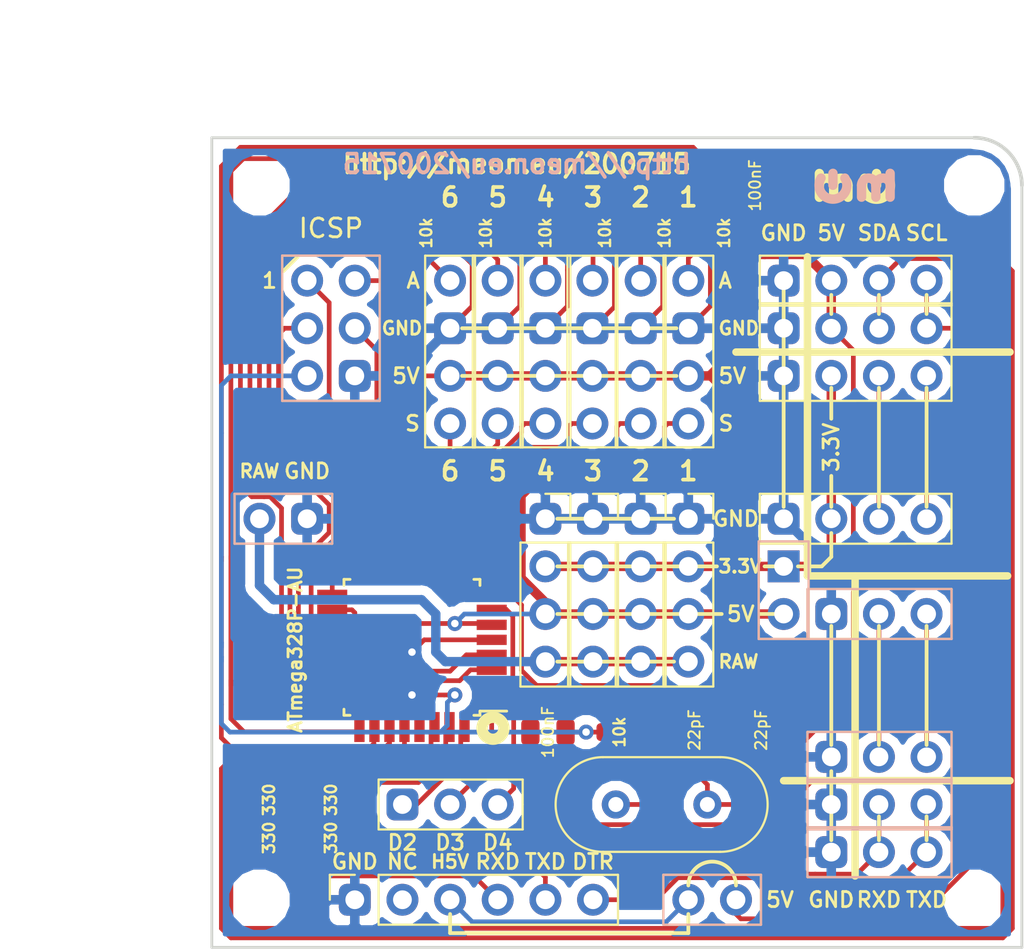
<source format=kicad_pcb>
(kicad_pcb (version 20171130) (host pcbnew 5.0.2+dfsg1-1)

  (general
    (thickness 1.6)
    (drawings 89)
    (tracks 484)
    (zones 0)
    (modules 46)
    (nets 40)
  )

  (page A4)
  (layers
    (0 F.Cu signal)
    (31 B.Cu signal)
    (32 B.Adhes user)
    (33 F.Adhes user)
    (34 B.Paste user)
    (35 F.Paste user)
    (36 B.SilkS user)
    (37 F.SilkS user)
    (38 B.Mask user)
    (39 F.Mask user)
    (40 Dwgs.User user)
    (41 Cmts.User user)
    (42 Eco1.User user)
    (43 Eco2.User user)
    (44 Edge.Cuts user)
    (45 Margin user)
    (46 B.CrtYd user)
    (47 F.CrtYd user)
    (48 B.Fab user)
    (49 F.Fab user hide)
  )

  (setup
    (last_trace_width 0.25)
    (user_trace_width 0.25)
    (user_trace_width 0.5)
    (trace_clearance 0.2)
    (zone_clearance 0.508)
    (zone_45_only no)
    (trace_min 0.2)
    (segment_width 0.2)
    (edge_width 0.15)
    (via_size 0.8)
    (via_drill 0.4)
    (via_min_size 0.4)
    (via_min_drill 0.3)
    (uvia_size 0.3)
    (uvia_drill 0.1)
    (uvias_allowed no)
    (uvia_min_size 0.2)
    (uvia_min_drill 0.1)
    (pcb_text_width 0.3)
    (pcb_text_size 1.5 1.5)
    (mod_edge_width 0.15)
    (mod_text_size 1 1)
    (mod_text_width 0.15)
    (pad_size 1.7 1.7)
    (pad_drill 1)
    (pad_to_mask_clearance 0.051)
    (solder_mask_min_width 0.25)
    (aux_axis_origin 0 0)
    (visible_elements FFFFFF7F)
    (pcbplotparams
      (layerselection 0x010fc_ffffffff)
      (usegerberextensions false)
      (usegerberattributes false)
      (usegerberadvancedattributes false)
      (creategerberjobfile false)
      (excludeedgelayer true)
      (linewidth 0.100000)
      (plotframeref false)
      (viasonmask false)
      (mode 1)
      (useauxorigin false)
      (hpglpennumber 1)
      (hpglpenspeed 20)
      (hpglpendiameter 15.000000)
      (psnegative false)
      (psa4output false)
      (plotreference true)
      (plotvalue true)
      (plotinvisibletext false)
      (padsonsilk false)
      (subtractmaskfromsilk false)
      (outputformat 1)
      (mirror false)
      (drillshape 1)
      (scaleselection 1)
      (outputdirectory ""))
  )

  (net 0 "")
  (net 1 GND)
  (net 2 +5V)
  (net 3 ~RST)
  (net 4 DTR)
  (net 5 "Net-(C11-Pad2)")
  (net 6 "Net-(C12-Pad1)")
  (net 7 RXD)
  (net 8 TXD)
  (net 9 A0)
  (net 10 A1)
  (net 11 A2)
  (net 12 D5)
  (net 13 A3)
  (net 14 A6)
  (net 15 D6)
  (net 16 D7)
  (net 17 A7)
  (net 18 SCL_3)
  (net 19 SDA_3)
  (net 20 +3V3)
  (net 21 SDA)
  (net 22 SCL)
  (net 23 RXD_3)
  (net 24 TXD_3)
  (net 25 D8)
  (net 26 D9)
  (net 27 D10)
  (net 28 D11_MOSI)
  (net 29 D12_MISO)
  (net 30 D13_SCK)
  (net 31 RAW)
  (net 32 "Net-(J1-Pad3)")
  (net 33 D3)
  (net 34 D4)
  (net 35 D2)
  (net 36 "Net-(J1-Pad5)")
  (net 37 "Net-(J1-Pad4)")
  (net 38 RXD_P)
  (net 39 TXD_P)

  (net_class Default "This is the default net class."
    (clearance 0.2)
    (trace_width 0.25)
    (via_dia 0.8)
    (via_drill 0.4)
    (uvia_dia 0.3)
    (uvia_drill 0.1)
    (add_net +3V3)
    (add_net +5V)
    (add_net A0)
    (add_net A1)
    (add_net A2)
    (add_net A3)
    (add_net A6)
    (add_net A7)
    (add_net D10)
    (add_net D11_MOSI)
    (add_net D12_MISO)
    (add_net D13_SCK)
    (add_net D2)
    (add_net D3)
    (add_net D4)
    (add_net D5)
    (add_net D6)
    (add_net D7)
    (add_net D8)
    (add_net D9)
    (add_net DTR)
    (add_net GND)
    (add_net "Net-(C11-Pad2)")
    (add_net "Net-(C12-Pad1)")
    (add_net "Net-(J1-Pad3)")
    (add_net "Net-(J1-Pad4)")
    (add_net "Net-(J1-Pad5)")
    (add_net RAW)
    (add_net RXD)
    (add_net RXD_3)
    (add_net RXD_P)
    (add_net SCL)
    (add_net SCL_3)
    (add_net SDA)
    (add_net SDA_3)
    (add_net TXD)
    (add_net TXD_3)
    (add_net TXD_P)
    (add_net ~RST)
  )

  (net_class 5V ""
    (clearance 0.3)
    (trace_width 0.5)
    (via_dia 1)
    (via_drill 0.5)
    (uvia_dia 0.3)
    (uvia_drill 0.1)
  )

  (module Connector_PinHeader_2.54mm:PinHeader_1x02_P2.54mm_Vertical_closed (layer F.Cu) (tedit 5D945A05) (tstamp 5EFD8E1A)
    (at 119.38 175.26)
    (descr "Through hole straight pin header, 1x02, 2.54mm pitch, single row")
    (tags "Through hole pin header THT 1x02 2.54mm single row")
    (path /5EFD2C8D)
    (fp_text reference J97 (at 0 -2.33) (layer F.SilkS) hide
      (effects (font (size 1 1) (thickness 0.15)))
    )
    (fp_text value Power (at 0 4.87) (layer F.Fab)
      (effects (font (size 1 1) (thickness 0.15)))
    )
    (fp_line (start 1.33 -1.3335) (end 1.33 3.87) (layer B.SilkS) (width 0.12))
    (fp_line (start -1.33 3.87) (end 1.33 3.87) (layer B.SilkS) (width 0.12))
    (fp_line (start -1.33 -1.3335) (end 1.3335 -1.3335) (layer B.SilkS) (width 0.12))
    (fp_line (start -1.33 -1.3335) (end -1.33 3.87) (layer B.SilkS) (width 0.12))
    (fp_text user %R (at 0 1.27 90) (layer F.Fab)
      (effects (font (size 1 1) (thickness 0.15)))
    )
    (fp_line (start 1.8 -1.8) (end -1.8 -1.8) (layer F.CrtYd) (width 0.05))
    (fp_line (start 1.8 4.35) (end 1.8 -1.8) (layer F.CrtYd) (width 0.05))
    (fp_line (start -1.8 4.35) (end 1.8 4.35) (layer F.CrtYd) (width 0.05))
    (fp_line (start -1.8 -1.8) (end -1.8 4.35) (layer F.CrtYd) (width 0.05))
    (fp_line (start -1.33 -1.33) (end 1.3335 -1.33) (layer F.SilkS) (width 0.12))
    (fp_line (start 1.33 -1.3335) (end 1.33 3.87) (layer F.SilkS) (width 0.12))
    (fp_line (start -1.33 -1.3335) (end -1.33 3.87) (layer F.SilkS) (width 0.12))
    (fp_line (start -1.33 3.87) (end 1.33 3.87) (layer F.SilkS) (width 0.12))
    (fp_line (start -1.27 -0.635) (end -0.635 -1.27) (layer F.Fab) (width 0.1))
    (fp_line (start -1.27 3.81) (end -1.27 -0.635) (layer F.Fab) (width 0.1))
    (fp_line (start 1.27 3.81) (end -1.27 3.81) (layer F.Fab) (width 0.1))
    (fp_line (start 1.27 -1.27) (end 1.27 3.81) (layer F.Fab) (width 0.1))
    (fp_line (start -0.635 -1.27) (end 1.27 -1.27) (layer F.Fab) (width 0.1))
    (pad 2 thru_hole oval (at 0 2.54) (size 1.7 1.7) (drill 1) (layers *.Cu *.Mask)
      (net 2 +5V))
    (pad 1 thru_hole rect (at 0 0) (size 1.7 1.7) (drill 1) (layers *.Cu *.Mask)
      (net 20 +3V3))
    (model ${KISYS3DMOD}/Connector_PinHeader_2.54mm.3dshapes/PinHeader_1x02_P2.54mm_Vertical.wrl
      (at (xyz 0 0 0))
      (scale (xyz 1 1 1))
      (rotate (xyz 0 0 0))
    )
  )

  (module Connector_PinHeader_2.54mm:PinHeader_1x02_P2.54mm_Vertical_closed (layer F.Cu) (tedit 5F10724E) (tstamp 5F1057D0)
    (at 93.98 172.72 270)
    (descr "Through hole straight pin header, 1x02, 2.54mm pitch, single row")
    (tags "Through hole pin header THT 1x02 2.54mm single row")
    (path /5F0FBD1F)
    (fp_text reference J95 (at 0 -2.33 270) (layer F.SilkS) hide
      (effects (font (size 1 1) (thickness 0.15)))
    )
    (fp_text value Power (at 0 4.87 270) (layer F.Fab)
      (effects (font (size 1 1) (thickness 0.15)))
    )
    (fp_line (start 1.33 -1.3335) (end 1.33 3.87) (layer B.SilkS) (width 0.12))
    (fp_line (start -1.33 3.87) (end 1.33 3.87) (layer B.SilkS) (width 0.12))
    (fp_line (start -1.33 -1.3335) (end 1.3335 -1.3335) (layer B.SilkS) (width 0.12))
    (fp_line (start -1.33 -1.3335) (end -1.33 3.87) (layer B.SilkS) (width 0.12))
    (fp_text user %R (at 0 1.27) (layer F.Fab)
      (effects (font (size 1 1) (thickness 0.15)))
    )
    (fp_line (start 1.8 -1.8) (end -1.8 -1.8) (layer F.CrtYd) (width 0.05))
    (fp_line (start 1.8 4.35) (end 1.8 -1.8) (layer F.CrtYd) (width 0.05))
    (fp_line (start -1.8 4.35) (end 1.8 4.35) (layer F.CrtYd) (width 0.05))
    (fp_line (start -1.8 -1.8) (end -1.8 4.35) (layer F.CrtYd) (width 0.05))
    (fp_line (start -1.33 -1.33) (end 1.3335 -1.33) (layer F.SilkS) (width 0.12))
    (fp_line (start 1.33 -1.3335) (end 1.33 3.87) (layer F.SilkS) (width 0.12))
    (fp_line (start -1.33 -1.3335) (end -1.33 3.87) (layer F.SilkS) (width 0.12))
    (fp_line (start -1.33 3.87) (end 1.33 3.87) (layer F.SilkS) (width 0.12))
    (fp_line (start -1.27 -0.635) (end -0.635 -1.27) (layer F.Fab) (width 0.1))
    (fp_line (start -1.27 3.81) (end -1.27 -0.635) (layer F.Fab) (width 0.1))
    (fp_line (start 1.27 3.81) (end -1.27 3.81) (layer F.Fab) (width 0.1))
    (fp_line (start 1.27 -1.27) (end 1.27 3.81) (layer F.Fab) (width 0.1))
    (fp_line (start -0.635 -1.27) (end 1.27 -1.27) (layer F.Fab) (width 0.1))
    (pad 2 thru_hole oval (at 0 2.54 270) (size 1.7 1.7) (drill 1) (layers *.Cu *.Mask)
      (net 31 RAW))
    (pad 1 thru_hole roundrect (at 0 0 270) (size 1.7 1.7) (drill 1) (layers *.Cu *.Mask) (roundrect_rratio 0.25)
      (net 1 GND))
    (model ${KISYS3DMOD}/Connector_PinHeader_2.54mm.3dshapes/PinHeader_1x02_P2.54mm_Vertical.wrl
      (at (xyz 0 0 0))
      (scale (xyz 1 1 1))
      (rotate (xyz 0 0 0))
    )
  )

  (module Crystal:Crystal_HC49-U_Vertical (layer F.Cu) (tedit 5EEBBF59) (tstamp 5EF920E8)
    (at 115.316 187.96 180)
    (descr "Crystal THT HC-49/U http://5hertz.com/pdfs/04404_D.pdf")
    (tags "THT crystalHC-49/U")
    (path /5ECAFE5E)
    (fp_text reference Y1 (at 2.44 -3.525 180) (layer F.SilkS) hide
      (effects (font (size 1 1) (thickness 0.15)))
    )
    (fp_text value 16MHz (at 2.44 3.525 180) (layer F.Fab) hide
      (effects (font (size 1 1) (thickness 0.15)))
    )
    (fp_arc (start 5.565 0) (end 5.565 -2.525) (angle 180) (layer F.SilkS) (width 0.12))
    (fp_arc (start -0.685 0) (end -0.685 -2.525) (angle -180) (layer F.SilkS) (width 0.12))
    (fp_arc (start 5.44 0) (end 5.44 -2) (angle 180) (layer F.Fab) (width 0.1))
    (fp_arc (start -0.56 0) (end -0.56 -2) (angle -180) (layer F.Fab) (width 0.1))
    (fp_arc (start 5.565 0) (end 5.565 -2.325) (angle 180) (layer F.Fab) (width 0.1))
    (fp_arc (start -0.685 0) (end -0.685 -2.325) (angle -180) (layer F.Fab) (width 0.1))
    (fp_line (start 8.4 -2.8) (end -3.5 -2.8) (layer F.CrtYd) (width 0.05))
    (fp_line (start 8.4 2.8) (end 8.4 -2.8) (layer F.CrtYd) (width 0.05))
    (fp_line (start -3.5 2.8) (end 8.4 2.8) (layer F.CrtYd) (width 0.05))
    (fp_line (start -3.5 -2.8) (end -3.5 2.8) (layer F.CrtYd) (width 0.05))
    (fp_line (start -0.685 2.525) (end 5.565 2.525) (layer F.SilkS) (width 0.12))
    (fp_line (start -0.685 -2.525) (end 5.565 -2.525) (layer F.SilkS) (width 0.12))
    (fp_line (start -0.56 2) (end 5.44 2) (layer F.Fab) (width 0.1))
    (fp_line (start -0.56 -2) (end 5.44 -2) (layer F.Fab) (width 0.1))
    (fp_line (start -0.685 2.325) (end 5.565 2.325) (layer F.Fab) (width 0.1))
    (fp_line (start -0.685 -2.325) (end 5.565 -2.325) (layer F.Fab) (width 0.1))
    (fp_text user %R (at 2.44 0 180) (layer F.Fab) hide
      (effects (font (size 1 1) (thickness 0.15)))
    )
    (pad 2 thru_hole circle (at 4.88 0 180) (size 1.5 1.5) (drill 0.8) (layers *.Cu *.Mask)
      (net 5 "Net-(C11-Pad2)"))
    (pad 1 thru_hole circle (at 0 0 180) (size 1.5 1.5) (drill 0.8) (layers *.Cu *.Mask)
      (net 6 "Net-(C12-Pad1)"))
    (model ${KISYS3DMOD}/Crystal.3dshapes/Crystal_HC49-U_Vertical.wrl
      (at (xyz 0 0 0))
      (scale (xyz 1 1 1))
      (rotate (xyz 0 0 0))
    )
  )

  (module Capacitor_SMD:C_0805_2012Metric_no_lines (layer F.Cu) (tedit 5DBB4E8B) (tstamp 5EDD9EBF)
    (at 117.856 154.94 180)
    (descr "Capacitor SMD 0805 (2012 Metric), square (rectangular) end terminal, IPC_7351 nominal, (Body size source: https://docs.google.com/spreadsheets/d/1BsfQQcO9C6DZCsRaXUlFlo91Tg2WpOkGARC1WS5S8t0/edit?usp=sharing), generated with kicad-footprint-generator")
    (tags capacitor)
    (path /5EC9CAEA)
    (attr smd)
    (fp_text reference C0 (at 0 -1.65 180) (layer F.SilkS) hide
      (effects (font (size 1 1) (thickness 0.15)))
    )
    (fp_text value 100nF (at 0 0 270) (layer F.SilkS)
      (effects (font (size 0.6 0.6) (thickness 0.1)))
    )
    (fp_line (start -1 0.6) (end -1 -0.6) (layer F.Fab) (width 0.1))
    (fp_line (start -1 -0.6) (end 1 -0.6) (layer F.Fab) (width 0.1))
    (fp_line (start 1 -0.6) (end 1 0.6) (layer F.Fab) (width 0.1))
    (fp_line (start 1 0.6) (end -1 0.6) (layer F.Fab) (width 0.1))
    (fp_line (start -1.68 0.95) (end -1.68 -0.95) (layer F.CrtYd) (width 0.05))
    (fp_line (start -1.68 -0.95) (end 1.68 -0.95) (layer F.CrtYd) (width 0.05))
    (fp_line (start 1.68 -0.95) (end 1.68 0.95) (layer F.CrtYd) (width 0.05))
    (fp_line (start 1.68 0.95) (end -1.68 0.95) (layer F.CrtYd) (width 0.05))
    (fp_text user %R (at 0 0 180) (layer F.Fab)
      (effects (font (size 0.5 0.5) (thickness 0.08)))
    )
    (pad 1 smd roundrect (at -0.9375 0 180) (size 0.975 1.4) (layers F.Cu F.Paste F.Mask) (roundrect_rratio 0.25)
      (net 2 +5V))
    (pad 2 smd roundrect (at 0.9375 0 180) (size 0.975 1.4) (layers F.Cu F.Paste F.Mask) (roundrect_rratio 0.25)
      (net 1 GND))
    (model ${KISYS3DMOD}/Capacitor_SMD.3dshapes/C_0805_2012Metric.wrl
      (at (xyz 0 0 0))
      (scale (xyz 1 1 1))
      (rotate (xyz 0 0 0))
    )
  )

  (module Connector_PinHeader_2.54mm:PinHeader_1x03_P2.54mm_Vertical_closed (layer F.Cu) (tedit 5EDB968F) (tstamp 5EE7C5F2)
    (at 121.92 190.5 90)
    (descr "Through hole straight pin header, 1x03, 2.54mm pitch, single row")
    (tags "Through hole pin header THT 1x03 2.54mm single row")
    (path /5ECE7851)
    (fp_text reference J452 (at 0 -2.33 90) (layer F.SilkS) hide
      (effects (font (size 1 1) (thickness 0.15)))
    )
    (fp_text value serial-5_2 (at 0 7.41 90) (layer F.Fab) hide
      (effects (font (size 1 1) (thickness 0.15)))
    )
    (fp_line (start -1.3335 6.41) (end 1.3265 6.41) (layer B.SilkS) (width 0.12))
    (fp_line (start -1.3335 -1.27) (end -1.3335 6.41) (layer B.SilkS) (width 0.12))
    (fp_line (start -1.33 -1.27) (end 1.33 -1.27) (layer B.SilkS) (width 0.12))
    (fp_line (start 1.33 -1.27) (end 1.33 6.41) (layer B.SilkS) (width 0.12))
    (fp_line (start -0.635 -1.27) (end 1.27 -1.27) (layer F.Fab) (width 0.1))
    (fp_line (start 1.27 -1.27) (end 1.27 6.35) (layer F.Fab) (width 0.1))
    (fp_line (start 1.27 6.35) (end -1.27 6.35) (layer F.Fab) (width 0.1))
    (fp_line (start -1.27 6.35) (end -1.27 -0.635) (layer F.Fab) (width 0.1))
    (fp_line (start -1.27 -0.635) (end -0.635 -1.27) (layer F.Fab) (width 0.1))
    (fp_line (start -1.33 6.41) (end 1.33 6.41) (layer F.SilkS) (width 0.12))
    (fp_line (start -1.33 -1.27) (end -1.33 6.41) (layer F.SilkS) (width 0.12))
    (fp_line (start 1.33 -1.27) (end 1.33 6.41) (layer F.SilkS) (width 0.12))
    (fp_line (start -1.8 -1.8) (end -1.8 6.85) (layer F.CrtYd) (width 0.05))
    (fp_line (start -1.8 6.85) (end 1.8 6.85) (layer F.CrtYd) (width 0.05))
    (fp_line (start 1.8 6.85) (end 1.8 -1.8) (layer F.CrtYd) (width 0.05))
    (fp_line (start 1.8 -1.8) (end -1.8 -1.8) (layer F.CrtYd) (width 0.05))
    (fp_text user %R (at 0 2.54 -180) (layer F.Fab) hide
      (effects (font (size 1 1) (thickness 0.15)))
    )
    (fp_line (start -1.33 -1.27) (end 1.33 -1.27) (layer F.SilkS) (width 0.12))
    (pad 1 thru_hole roundrect (at 0 0 90) (size 1.7 1.7) (drill 1) (layers *.Cu *.Mask) (roundrect_rratio 0.25)
      (net 1 GND))
    (pad 2 thru_hole oval (at 0 2.54 90) (size 1.7 1.7) (drill 1) (layers *.Cu *.Mask)
      (net 38 RXD_P))
    (pad 3 thru_hole oval (at 0 5.08 90) (size 1.7 1.7) (drill 1) (layers *.Cu *.Mask)
      (net 39 TXD_P))
    (model ${KISYS3DMOD}/Connector_PinHeader_2.54mm.3dshapes/PinHeader_1x03_P2.54mm_Vertical.wrl
      (at (xyz 0 0 0))
      (scale (xyz 1 1 1))
      (rotate (xyz 0 0 0))
    )
  )

  (module Connector_PinHeader_2.54mm:PinHeader_1x03_P2.54mm_Vertical_closed (layer F.Cu) (tedit 5EDB968A) (tstamp 5EE7C594)
    (at 121.92 187.96 90)
    (descr "Through hole straight pin header, 1x03, 2.54mm pitch, single row")
    (tags "Through hole pin header THT 1x03 2.54mm single row")
    (path /5ECE344A)
    (fp_text reference J45 (at 0 -2.33 90) (layer F.SilkS) hide
      (effects (font (size 1 1) (thickness 0.15)))
    )
    (fp_text value serial-5 (at 0 7.41 90) (layer F.Fab) hide
      (effects (font (size 1 1) (thickness 0.15)))
    )
    (fp_line (start -1.3335 6.41) (end 1.3265 6.41) (layer B.SilkS) (width 0.12))
    (fp_line (start -1.3335 -1.27) (end -1.3335 6.41) (layer B.SilkS) (width 0.12))
    (fp_line (start -1.33 -1.27) (end 1.33 -1.27) (layer B.SilkS) (width 0.12))
    (fp_line (start 1.33 -1.27) (end 1.33 6.41) (layer B.SilkS) (width 0.12))
    (fp_line (start -0.635 -1.27) (end 1.27 -1.27) (layer F.Fab) (width 0.1))
    (fp_line (start 1.27 -1.27) (end 1.27 6.35) (layer F.Fab) (width 0.1))
    (fp_line (start 1.27 6.35) (end -1.27 6.35) (layer F.Fab) (width 0.1))
    (fp_line (start -1.27 6.35) (end -1.27 -0.635) (layer F.Fab) (width 0.1))
    (fp_line (start -1.27 -0.635) (end -0.635 -1.27) (layer F.Fab) (width 0.1))
    (fp_line (start -1.33 6.41) (end 1.33 6.41) (layer F.SilkS) (width 0.12))
    (fp_line (start -1.33 -1.27) (end -1.33 6.41) (layer F.SilkS) (width 0.12))
    (fp_line (start 1.33 -1.27) (end 1.33 6.41) (layer F.SilkS) (width 0.12))
    (fp_line (start -1.8 -1.8) (end -1.8 6.85) (layer F.CrtYd) (width 0.05))
    (fp_line (start -1.8 6.85) (end 1.8 6.85) (layer F.CrtYd) (width 0.05))
    (fp_line (start 1.8 6.85) (end 1.8 -1.8) (layer F.CrtYd) (width 0.05))
    (fp_line (start 1.8 -1.8) (end -1.8 -1.8) (layer F.CrtYd) (width 0.05))
    (fp_text user %R (at 0 2.54 -180) (layer F.Fab) hide
      (effects (font (size 1 1) (thickness 0.15)))
    )
    (fp_line (start -1.33 -1.27) (end 1.33 -1.27) (layer F.SilkS) (width 0.12))
    (pad 1 thru_hole roundrect (at 0 0 90) (size 1.7 1.7) (drill 1) (layers *.Cu *.Mask) (roundrect_rratio 0.25)
      (net 1 GND))
    (pad 2 thru_hole oval (at 0 2.54 90) (size 1.7 1.7) (drill 1) (layers *.Cu *.Mask)
      (net 38 RXD_P))
    (pad 3 thru_hole oval (at 0 5.08 90) (size 1.7 1.7) (drill 1) (layers *.Cu *.Mask)
      (net 39 TXD_P))
    (model ${KISYS3DMOD}/Connector_PinHeader_2.54mm.3dshapes/PinHeader_1x03_P2.54mm_Vertical.wrl
      (at (xyz 0 0 0))
      (scale (xyz 1 1 1))
      (rotate (xyz 0 0 0))
    )
  )

  (module Connector_PinSocket_2.54mm:PinSocket_1x06_P2.54mm_Vertical (layer F.Cu) (tedit 5EEBABB6) (tstamp 5EE7C490)
    (at 96.52 193.04 90)
    (descr "Through hole straight socket strip, 1x06, 2.54mm pitch, single row (from Kicad 4.0.7), script generated")
    (tags "Through hole socket strip THT 1x06 2.54mm single row")
    (path /5ECB1079)
    (fp_text reference J1 (at 0 -2.77 90) (layer F.SilkS) hide
      (effects (font (size 1 1) (thickness 0.15)))
    )
    (fp_text value USB_to_TTL (at 0 15.47 90) (layer F.Fab)
      (effects (font (size 1 1) (thickness 0.15)))
    )
    (fp_text user %R (at 0 6.35 180) (layer F.Fab)
      (effects (font (size 1 1) (thickness 0.15)))
    )
    (fp_line (start -1.8 14.45) (end -1.8 -1.8) (layer F.CrtYd) (width 0.05))
    (fp_line (start 1.75 14.45) (end -1.8 14.45) (layer F.CrtYd) (width 0.05))
    (fp_line (start 1.75 -1.8) (end 1.75 14.45) (layer F.CrtYd) (width 0.05))
    (fp_line (start -1.8 -1.8) (end 1.75 -1.8) (layer F.CrtYd) (width 0.05))
    (fp_line (start 0 -1.33) (end 1.33 -1.33) (layer F.SilkS) (width 0.12))
    (fp_line (start 1.33 -1.33) (end 1.33 0) (layer F.SilkS) (width 0.12))
    (fp_line (start 1.33 1.27) (end 1.33 14.03) (layer F.SilkS) (width 0.12))
    (fp_line (start -1.33 14.03) (end 1.33 14.03) (layer F.SilkS) (width 0.12))
    (fp_line (start -1.33 1.27) (end -1.33 14.03) (layer F.SilkS) (width 0.12))
    (fp_line (start -1.33 1.27) (end 1.33 1.27) (layer F.SilkS) (width 0.12))
    (fp_line (start -1.27 13.97) (end -1.27 -1.27) (layer F.Fab) (width 0.1))
    (fp_line (start 1.27 13.97) (end -1.27 13.97) (layer F.Fab) (width 0.1))
    (fp_line (start 1.27 -0.635) (end 1.27 13.97) (layer F.Fab) (width 0.1))
    (fp_line (start 0.635 -1.27) (end 1.27 -0.635) (layer F.Fab) (width 0.1))
    (fp_line (start -1.27 -1.27) (end 0.635 -1.27) (layer F.Fab) (width 0.1))
    (pad 6 thru_hole oval (at 0 12.7 90) (size 1.7 1.7) (drill 1) (layers *.Cu *.Mask)
      (net 4 DTR))
    (pad 5 thru_hole oval (at 0 10.16 90) (size 1.7 1.7) (drill 1) (layers *.Cu *.Mask)
      (net 36 "Net-(J1-Pad5)"))
    (pad 4 thru_hole oval (at 0 7.62 90) (size 1.7 1.7) (drill 1) (layers *.Cu *.Mask)
      (net 37 "Net-(J1-Pad4)"))
    (pad 3 thru_hole oval (at 0 5.08 90) (size 1.7 1.7) (drill 1) (layers *.Cu *.Mask)
      (net 32 "Net-(J1-Pad3)"))
    (pad 2 thru_hole oval (at 0 2.54 90) (size 1.7 1.7) (drill 1) (layers *.Cu *.Mask))
    (pad 1 thru_hole roundrect (at 0 0 90) (size 1.7 1.7) (drill 1) (layers *.Cu *.Mask) (roundrect_rratio 0.25)
      (net 1 GND))
    (model ${KISYS3DMOD}/Connector_PinSocket_2.54mm.3dshapes/PinSocket_1x06_P2.54mm_Vertical.wrl
      (at (xyz 0 0 0))
      (scale (xyz 1 1 1))
      (rotate (xyz 0 0 0))
    )
  )

  (module Connector_PinHeader_2.54mm:PinHeader_1x04_P2.54mm_Vertical_closed (layer F.Cu) (tedit 5EDB95BC) (tstamp 5EDDA2C3)
    (at 119.38 165.1 90)
    (descr "Through hole straight pin header, 1x04, 2.54mm pitch, single row")
    (tags "Through hole pin header THT 1x04 2.54mm single row")
    (path /5ECC9AAB)
    (fp_text reference J33 (at 0 -2.33 90) (layer F.SilkS) hide
      (effects (font (size 1 1) (thickness 0.15)))
    )
    (fp_text value i2c-3.3 (at 0 9.95 90) (layer F.Fab)
      (effects (font (size 1 1) (thickness 0.15)))
    )
    (fp_line (start 1.3335 -1.27) (end -1.3335 -1.27) (layer F.SilkS) (width 0.12))
    (fp_line (start -0.635 -1.27) (end 1.27 -1.27) (layer F.Fab) (width 0.1))
    (fp_line (start 1.27 -1.27) (end 1.27 8.89) (layer F.Fab) (width 0.1))
    (fp_line (start 1.27 8.89) (end -1.27 8.89) (layer F.Fab) (width 0.1))
    (fp_line (start -1.27 8.89) (end -1.27 -0.635) (layer F.Fab) (width 0.1))
    (fp_line (start -1.27 -0.635) (end -0.635 -1.27) (layer F.Fab) (width 0.1))
    (fp_line (start -1.33 8.95) (end 1.33 8.95) (layer F.SilkS) (width 0.12))
    (fp_line (start -1.3335 -1.27) (end -1.33 8.95) (layer F.SilkS) (width 0.12))
    (fp_line (start 1.33 -1.27) (end 1.33 8.95) (layer F.SilkS) (width 0.12))
    (fp_line (start -1.8 -1.8) (end -1.8 9.4) (layer F.CrtYd) (width 0.05))
    (fp_line (start -1.8 9.4) (end 1.8 9.4) (layer F.CrtYd) (width 0.05))
    (fp_line (start 1.8 9.4) (end 1.8 -1.8) (layer F.CrtYd) (width 0.05))
    (fp_line (start 1.8 -1.8) (end -1.8 -1.8) (layer F.CrtYd) (width 0.05))
    (fp_text user %R (at 0 3.81 180) (layer F.Fab)
      (effects (font (size 1 1) (thickness 0.15)))
    )
    (pad 1 thru_hole roundrect (at 0 0 90) (size 1.7 1.7) (drill 1) (layers *.Cu *.Mask) (roundrect_rratio 0.25)
      (net 1 GND))
    (pad 2 thru_hole oval (at 0 2.54 90) (size 1.7 1.7) (drill 1) (layers *.Cu *.Mask)
      (net 20 +3V3))
    (pad 3 thru_hole oval (at 0 5.08 90) (size 1.7 1.7) (drill 1) (layers *.Cu *.Mask)
      (net 19 SDA_3))
    (pad 4 thru_hole oval (at 0 7.62 90) (size 1.7 1.7) (drill 1) (layers *.Cu *.Mask)
      (net 18 SCL_3))
    (model ${KISYS3DMOD}/Connector_PinHeader_2.54mm.3dshapes/PinHeader_1x04_P2.54mm_Vertical.wrl
      (at (xyz 0 0 0))
      (scale (xyz 1 1 1))
      (rotate (xyz 0 0 0))
    )
  )

  (module Connector_PinHeader_2.54mm:PinHeader_1x04_P2.54mm_Vertical_closed (layer F.Cu) (tedit 5EFCE9D7) (tstamp 5EE7C566)
    (at 119.38 162.56 90)
    (descr "Through hole straight pin header, 1x04, 2.54mm pitch, single row")
    (tags "Through hole pin header THT 1x04 2.54mm single row")
    (path /5ECC9D9B)
    (fp_text reference J35 (at 0 -2.33 90) (layer F.SilkS) hide
      (effects (font (size 1 1) (thickness 0.15)))
    )
    (fp_text value i2c-5 (at 0 9.95 90) (layer F.Fab)
      (effects (font (size 1 1) (thickness 0.15)))
    )
    (fp_line (start 1.3335 -1.27) (end -1.3335 -1.27) (layer F.SilkS) (width 0.12))
    (fp_line (start -0.635 -1.27) (end 1.27 -1.27) (layer F.Fab) (width 0.1))
    (fp_line (start 1.27 -1.27) (end 1.27 8.89) (layer F.Fab) (width 0.1))
    (fp_line (start 1.27 8.89) (end -1.27 8.89) (layer F.Fab) (width 0.1))
    (fp_line (start -1.27 8.89) (end -1.27 -0.635) (layer F.Fab) (width 0.1))
    (fp_line (start -1.27 -0.635) (end -0.635 -1.27) (layer F.Fab) (width 0.1))
    (fp_line (start -1.33 8.95) (end 1.33 8.95) (layer F.SilkS) (width 0.12))
    (fp_line (start -1.3335 -1.27) (end -1.33 8.95) (layer F.SilkS) (width 0.12))
    (fp_line (start 1.33 -1.27) (end 1.33 8.95) (layer F.SilkS) (width 0.12))
    (fp_line (start -1.8 -1.8) (end -1.8 9.4) (layer F.CrtYd) (width 0.05))
    (fp_line (start -1.8 9.4) (end 1.8 9.4) (layer F.CrtYd) (width 0.05))
    (fp_line (start 1.8 9.4) (end 1.8 -1.8) (layer F.CrtYd) (width 0.05))
    (fp_line (start 1.8 -1.8) (end -1.8 -1.8) (layer F.CrtYd) (width 0.05))
    (fp_text user %R (at 0 3.81 180) (layer F.Fab)
      (effects (font (size 1 1) (thickness 0.15)))
    )
    (pad 1 thru_hole roundrect (at 0 0 90) (size 1.7 1.7) (drill 1) (layers *.Cu *.Mask) (roundrect_rratio 0.25)
      (net 1 GND))
    (pad 2 thru_hole oval (at 0 2.54 90) (size 1.7 1.7) (drill 1) (layers *.Cu *.Mask)
      (net 2 +5V))
    (pad 3 thru_hole oval (at 0 5.08 90) (size 1.7 1.7) (drill 1) (layers *.Cu *.Mask)
      (net 21 SDA))
    (pad 4 thru_hole oval (at 0 7.62 90) (size 1.7 1.7) (drill 1) (layers *.Cu *.Mask)
      (net 22 SCL))
    (model ${KISYS3DMOD}/Connector_PinHeader_2.54mm.3dshapes/PinHeader_1x04_P2.54mm_Vertical.wrl
      (at (xyz 0 0 0))
      (scale (xyz 1 1 1))
      (rotate (xyz 0 0 0))
    )
  )

  (module Connector_PinHeader_2.54mm:PinHeader_1x04_P2.54mm_Vertical_closed (layer F.Cu) (tedit 5EDB95B2) (tstamp 5EE7C5AC)
    (at 119.38 172.72 90)
    (descr "Through hole straight pin header, 1x04, 2.54mm pitch, single row")
    (tags "Through hole pin header THT 1x04 2.54mm single row")
    (path /5ECE7827)
    (fp_text reference J332 (at 0 -2.33 90) (layer F.SilkS) hide
      (effects (font (size 1 1) (thickness 0.15)))
    )
    (fp_text value i2c-3.3_2 (at 0 9.95 90) (layer F.Fab)
      (effects (font (size 1 1) (thickness 0.15)))
    )
    (fp_line (start 1.3335 -1.27) (end -1.3335 -1.27) (layer F.SilkS) (width 0.12))
    (fp_line (start -0.635 -1.27) (end 1.27 -1.27) (layer F.Fab) (width 0.1))
    (fp_line (start 1.27 -1.27) (end 1.27 8.89) (layer F.Fab) (width 0.1))
    (fp_line (start 1.27 8.89) (end -1.27 8.89) (layer F.Fab) (width 0.1))
    (fp_line (start -1.27 8.89) (end -1.27 -0.635) (layer F.Fab) (width 0.1))
    (fp_line (start -1.27 -0.635) (end -0.635 -1.27) (layer F.Fab) (width 0.1))
    (fp_line (start -1.33 8.95) (end 1.33 8.95) (layer F.SilkS) (width 0.12))
    (fp_line (start -1.3335 -1.27) (end -1.33 8.95) (layer F.SilkS) (width 0.12))
    (fp_line (start 1.33 -1.27) (end 1.33 8.95) (layer F.SilkS) (width 0.12))
    (fp_line (start -1.8 -1.8) (end -1.8 9.4) (layer F.CrtYd) (width 0.05))
    (fp_line (start -1.8 9.4) (end 1.8 9.4) (layer F.CrtYd) (width 0.05))
    (fp_line (start 1.8 9.4) (end 1.8 -1.8) (layer F.CrtYd) (width 0.05))
    (fp_line (start 1.8 -1.8) (end -1.8 -1.8) (layer F.CrtYd) (width 0.05))
    (fp_text user %R (at 0 3.81 180) (layer F.Fab)
      (effects (font (size 1 1) (thickness 0.15)))
    )
    (pad 1 thru_hole roundrect (at 0 0 90) (size 1.7 1.7) (drill 1) (layers *.Cu *.Mask) (roundrect_rratio 0.25)
      (net 1 GND))
    (pad 2 thru_hole oval (at 0 2.54 90) (size 1.7 1.7) (drill 1) (layers *.Cu *.Mask)
      (net 20 +3V3))
    (pad 3 thru_hole oval (at 0 5.08 90) (size 1.7 1.7) (drill 1) (layers *.Cu *.Mask)
      (net 19 SDA_3))
    (pad 4 thru_hole oval (at 0 7.62 90) (size 1.7 1.7) (drill 1) (layers *.Cu *.Mask)
      (net 18 SCL_3))
    (model ${KISYS3DMOD}/Connector_PinHeader_2.54mm.3dshapes/PinHeader_1x04_P2.54mm_Vertical.wrl
      (at (xyz 0 0 0))
      (scale (xyz 1 1 1))
      (rotate (xyz 0 0 0))
    )
  )

  (module Connector_PinHeader_2.54mm:PinHeader_1x04_P2.54mm_Vertical_closed (layer F.Cu) (tedit 5EFCE9DC) (tstamp 5EDDA308)
    (at 119.38 160.02 90)
    (descr "Through hole straight pin header, 1x04, 2.54mm pitch, single row")
    (tags "Through hole pin header THT 1x04 2.54mm single row")
    (path /5ECE782D)
    (fp_text reference J352 (at 0 -2.33 90) (layer F.SilkS) hide
      (effects (font (size 1 1) (thickness 0.15)))
    )
    (fp_text value i2c-5_2 (at 0 9.95 90) (layer F.Fab)
      (effects (font (size 1 1) (thickness 0.15)))
    )
    (fp_line (start 1.3335 -1.27) (end -1.3335 -1.27) (layer F.SilkS) (width 0.12))
    (fp_line (start -0.635 -1.27) (end 1.27 -1.27) (layer F.Fab) (width 0.1))
    (fp_line (start 1.27 -1.27) (end 1.27 8.89) (layer F.Fab) (width 0.1))
    (fp_line (start 1.27 8.89) (end -1.27 8.89) (layer F.Fab) (width 0.1))
    (fp_line (start -1.27 8.89) (end -1.27 -0.635) (layer F.Fab) (width 0.1))
    (fp_line (start -1.27 -0.635) (end -0.635 -1.27) (layer F.Fab) (width 0.1))
    (fp_line (start -1.33 8.95) (end 1.33 8.95) (layer F.SilkS) (width 0.12))
    (fp_line (start -1.3335 -1.27) (end -1.33 8.95) (layer F.SilkS) (width 0.12))
    (fp_line (start 1.33 -1.27) (end 1.33 8.95) (layer F.SilkS) (width 0.12))
    (fp_line (start -1.8 -1.8) (end -1.8 9.4) (layer F.CrtYd) (width 0.05))
    (fp_line (start -1.8 9.4) (end 1.8 9.4) (layer F.CrtYd) (width 0.05))
    (fp_line (start 1.8 9.4) (end 1.8 -1.8) (layer F.CrtYd) (width 0.05))
    (fp_line (start 1.8 -1.8) (end -1.8 -1.8) (layer F.CrtYd) (width 0.05))
    (fp_text user %R (at 0 3.81 180) (layer F.Fab)
      (effects (font (size 1 1) (thickness 0.15)))
    )
    (pad 1 thru_hole roundrect (at 0 0 90) (size 1.7 1.7) (drill 1) (layers *.Cu *.Mask) (roundrect_rratio 0.25)
      (net 1 GND))
    (pad 2 thru_hole oval (at 0 2.54 90) (size 1.7 1.7) (drill 1) (layers *.Cu *.Mask)
      (net 2 +5V))
    (pad 3 thru_hole oval (at 0 5.08 90) (size 1.7 1.7) (drill 1) (layers *.Cu *.Mask)
      (net 21 SDA))
    (pad 4 thru_hole oval (at 0 7.62 90) (size 1.7 1.7) (drill 1) (layers *.Cu *.Mask)
      (net 22 SCL))
    (model ${KISYS3DMOD}/Connector_PinHeader_2.54mm.3dshapes/PinHeader_1x04_P2.54mm_Vertical.wrl
      (at (xyz 0 0 0))
      (scale (xyz 1 1 1))
      (rotate (xyz 0 0 0))
    )
  )

  (module Connector_PinHeader_2.54mm:PinHeader_1x03_P2.54mm_Vertical_closed (layer F.Cu) (tedit 5EDB9686) (tstamp 5EE7C57D)
    (at 121.92 185.42 90)
    (descr "Through hole straight pin header, 1x03, 2.54mm pitch, single row")
    (tags "Through hole pin header THT 1x03 2.54mm single row")
    (path /5ECE365D)
    (fp_text reference J43 (at 0 -2.33 90) (layer F.SilkS) hide
      (effects (font (size 1 1) (thickness 0.15)))
    )
    (fp_text value serial-3.3 (at 0 7.41 90) (layer F.Fab) hide
      (effects (font (size 1 1) (thickness 0.15)))
    )
    (fp_line (start -1.3335 6.41) (end 1.3265 6.41) (layer B.SilkS) (width 0.12))
    (fp_line (start -1.3335 -1.27) (end -1.3335 6.41) (layer B.SilkS) (width 0.12))
    (fp_line (start -1.33 -1.27) (end 1.33 -1.27) (layer B.SilkS) (width 0.12))
    (fp_line (start 1.33 -1.27) (end 1.33 6.41) (layer B.SilkS) (width 0.12))
    (fp_line (start -0.635 -1.27) (end 1.27 -1.27) (layer F.Fab) (width 0.1))
    (fp_line (start 1.27 -1.27) (end 1.27 6.35) (layer F.Fab) (width 0.1))
    (fp_line (start 1.27 6.35) (end -1.27 6.35) (layer F.Fab) (width 0.1))
    (fp_line (start -1.27 6.35) (end -1.27 -0.635) (layer F.Fab) (width 0.1))
    (fp_line (start -1.27 -0.635) (end -0.635 -1.27) (layer F.Fab) (width 0.1))
    (fp_line (start -1.33 6.41) (end 1.33 6.41) (layer F.SilkS) (width 0.12))
    (fp_line (start -1.33 -1.27) (end -1.33 6.41) (layer F.SilkS) (width 0.12))
    (fp_line (start 1.33 -1.27) (end 1.33 6.41) (layer F.SilkS) (width 0.12))
    (fp_line (start -1.8 -1.8) (end -1.8 6.85) (layer F.CrtYd) (width 0.05))
    (fp_line (start -1.8 6.85) (end 1.8 6.85) (layer F.CrtYd) (width 0.05))
    (fp_line (start 1.8 6.85) (end 1.8 -1.8) (layer F.CrtYd) (width 0.05))
    (fp_line (start 1.8 -1.8) (end -1.8 -1.8) (layer F.CrtYd) (width 0.05))
    (fp_text user %R (at 0 2.54 -180) (layer F.Fab) hide
      (effects (font (size 1 1) (thickness 0.15)))
    )
    (fp_line (start -1.33 -1.27) (end 1.33 -1.27) (layer F.SilkS) (width 0.12))
    (pad 1 thru_hole roundrect (at 0 0 90) (size 1.7 1.7) (drill 1) (layers *.Cu *.Mask) (roundrect_rratio 0.25)
      (net 1 GND))
    (pad 2 thru_hole oval (at 0 2.54 90) (size 1.7 1.7) (drill 1) (layers *.Cu *.Mask)
      (net 23 RXD_3))
    (pad 3 thru_hole oval (at 0 5.08 90) (size 1.7 1.7) (drill 1) (layers *.Cu *.Mask)
      (net 24 TXD_3))
    (model ${KISYS3DMOD}/Connector_PinHeader_2.54mm.3dshapes/PinHeader_1x03_P2.54mm_Vertical.wrl
      (at (xyz 0 0 0))
      (scale (xyz 1 1 1))
      (rotate (xyz 0 0 0))
    )
  )

  (module Connector_PinHeader_2.54mm:PinHeader_1x03_P2.54mm_Vertical_closed (layer F.Cu) (tedit 5EDB9698) (tstamp 5EE7C5DB)
    (at 121.92 177.8 90)
    (descr "Through hole straight pin header, 1x03, 2.54mm pitch, single row")
    (tags "Through hole pin header THT 1x03 2.54mm single row")
    (path /5ECE7857)
    (fp_text reference J432 (at 0 -2.33 90) (layer F.SilkS) hide
      (effects (font (size 1 1) (thickness 0.15)))
    )
    (fp_text value serial-3.3_2 (at 0 7.41 90) (layer F.Fab) hide
      (effects (font (size 1 1) (thickness 0.15)))
    )
    (fp_line (start -1.3335 6.41) (end 1.3265 6.41) (layer B.SilkS) (width 0.12))
    (fp_line (start -1.3335 -1.27) (end -1.3335 6.41) (layer B.SilkS) (width 0.12))
    (fp_line (start -1.33 -1.27) (end 1.33 -1.27) (layer B.SilkS) (width 0.12))
    (fp_line (start 1.33 -1.27) (end 1.33 6.41) (layer B.SilkS) (width 0.12))
    (fp_line (start -0.635 -1.27) (end 1.27 -1.27) (layer F.Fab) (width 0.1))
    (fp_line (start 1.27 -1.27) (end 1.27 6.35) (layer F.Fab) (width 0.1))
    (fp_line (start 1.27 6.35) (end -1.27 6.35) (layer F.Fab) (width 0.1))
    (fp_line (start -1.27 6.35) (end -1.27 -0.635) (layer F.Fab) (width 0.1))
    (fp_line (start -1.27 -0.635) (end -0.635 -1.27) (layer F.Fab) (width 0.1))
    (fp_line (start -1.33 6.41) (end 1.33 6.41) (layer F.SilkS) (width 0.12))
    (fp_line (start -1.33 -1.27) (end -1.33 6.41) (layer F.SilkS) (width 0.12))
    (fp_line (start 1.33 -1.27) (end 1.33 6.41) (layer F.SilkS) (width 0.12))
    (fp_line (start -1.8 -1.8) (end -1.8 6.85) (layer F.CrtYd) (width 0.05))
    (fp_line (start -1.8 6.85) (end 1.8 6.85) (layer F.CrtYd) (width 0.05))
    (fp_line (start 1.8 6.85) (end 1.8 -1.8) (layer F.CrtYd) (width 0.05))
    (fp_line (start 1.8 -1.8) (end -1.8 -1.8) (layer F.CrtYd) (width 0.05))
    (fp_text user %R (at 0 2.54 -180) (layer F.Fab) hide
      (effects (font (size 1 1) (thickness 0.15)))
    )
    (fp_line (start -1.33 -1.27) (end 1.33 -1.27) (layer F.SilkS) (width 0.12))
    (pad 1 thru_hole roundrect (at 0 0 90) (size 1.7 1.7) (drill 1) (layers *.Cu *.Mask) (roundrect_rratio 0.25)
      (net 1 GND))
    (pad 2 thru_hole oval (at 0 2.54 90) (size 1.7 1.7) (drill 1) (layers *.Cu *.Mask)
      (net 23 RXD_3))
    (pad 3 thru_hole oval (at 0 5.08 90) (size 1.7 1.7) (drill 1) (layers *.Cu *.Mask)
      (net 24 TXD_3))
    (model ${KISYS3DMOD}/Connector_PinHeader_2.54mm.3dshapes/PinHeader_1x03_P2.54mm_Vertical.wrl
      (at (xyz 0 0 0))
      (scale (xyz 1 1 1))
      (rotate (xyz 0 0 0))
    )
  )

  (module MountingHole:MountingHole_2.2mm_M2_ISO14580 (layer F.Cu) (tedit 5ED7B079) (tstamp 5EE53F57)
    (at 91.44 193.04)
    (descr "Mounting Hole 2.2mm, no annular, M2, ISO14580")
    (tags "mounting hole 2.2mm no annular m2 iso14580")
    (attr virtual)
    (fp_text reference REF** (at 0 -2.9) (layer F.SilkS) hide
      (effects (font (size 1 1) (thickness 0.15)))
    )
    (fp_text value MountingHole_2.2mm_M2_ISO14580 (at 0 2.9) (layer F.Fab)
      (effects (font (size 1 1) (thickness 0.15)))
    )
    (fp_text user %R (at 0.3 0) (layer F.Fab)
      (effects (font (size 1 1) (thickness 0.15)))
    )
    (fp_circle (center 0 0) (end 1.9 0) (layer Cmts.User) (width 0.15))
    (fp_circle (center 0 0) (end 2.15 0) (layer F.CrtYd) (width 0.05))
    (pad 1 np_thru_hole circle (at 0 0) (size 2.2 2.2) (drill 2.2) (layers *.Cu *.Mask))
  )

  (module MountingHole:MountingHole_2.2mm_M2_ISO14580 (layer F.Cu) (tedit 5ED7B079) (tstamp 5EE540C8)
    (at 129.54 193.04)
    (descr "Mounting Hole 2.2mm, no annular, M2, ISO14580")
    (tags "mounting hole 2.2mm no annular m2 iso14580")
    (attr virtual)
    (fp_text reference REF** (at 0 -2.9) (layer F.SilkS) hide
      (effects (font (size 1 1) (thickness 0.15)))
    )
    (fp_text value MountingHole_2.2mm_M2_ISO14580 (at 0 2.9) (layer F.Fab)
      (effects (font (size 1 1) (thickness 0.15)))
    )
    (fp_circle (center 0 0) (end 2.15 0) (layer F.CrtYd) (width 0.05))
    (fp_circle (center 0 0) (end 1.9 0) (layer Cmts.User) (width 0.15))
    (fp_text user %R (at 0.3 0) (layer F.Fab)
      (effects (font (size 1 1) (thickness 0.15)))
    )
    (pad 1 np_thru_hole circle (at 0 0) (size 2.2 2.2) (drill 2.2) (layers *.Cu *.Mask))
  )

  (module MountingHole:MountingHole_2.2mm_M2_ISO14580 (layer F.Cu) (tedit 5ED7B079) (tstamp 5EE53F2D)
    (at 129.54 154.94)
    (descr "Mounting Hole 2.2mm, no annular, M2, ISO14580")
    (tags "mounting hole 2.2mm no annular m2 iso14580")
    (attr virtual)
    (fp_text reference REF** (at 0 -2.9) (layer F.SilkS) hide
      (effects (font (size 1 1) (thickness 0.15)))
    )
    (fp_text value MountingHole_2.2mm_M2_ISO14580 (at 0 2.9) (layer F.Fab)
      (effects (font (size 1 1) (thickness 0.15)))
    )
    (fp_text user %R (at 0.3 0) (layer F.Fab)
      (effects (font (size 1 1) (thickness 0.15)))
    )
    (fp_circle (center 0 0) (end 1.9 0) (layer Cmts.User) (width 0.15))
    (fp_circle (center 0 0) (end 2.15 0) (layer F.CrtYd) (width 0.05))
    (pad 1 np_thru_hole circle (at 0 0) (size 2.2 2.2) (drill 2.2) (layers *.Cu *.Mask))
  )

  (module "Resistor_SMD (GitHub):R_0603_1608Metric_no_lines" (layer F.Cu) (tedit 5D77F1B0) (tstamp 5EE7C603)
    (at 110.627624 184.098894 180)
    (descr "Resistor SMD 0603 (1608 Metric), square (rectangular) end terminal, IPC_7351 nominal, (Body size source: http://www.tortai-tech.com/upload/download/2011102023233369053.pdf), generated with kicad-footprint-generator")
    (tags resistor)
    (path /5ECB1BBE)
    (attr smd)
    (fp_text reference R1 (at 0 -1.43 180) (layer F.SilkS) hide
      (effects (font (size 1 1) (thickness 0.15)))
    )
    (fp_text value 10k (at 0 0 90) (layer F.SilkS)
      (effects (font (size 0.6 0.6) (thickness 0.125)))
    )
    (fp_line (start -0.8 0.4) (end -0.8 -0.4) (layer F.Fab) (width 0.1))
    (fp_line (start -0.8 -0.4) (end 0.8 -0.4) (layer F.Fab) (width 0.1))
    (fp_line (start 0.8 -0.4) (end 0.8 0.4) (layer F.Fab) (width 0.1))
    (fp_line (start 0.8 0.4) (end -0.8 0.4) (layer F.Fab) (width 0.1))
    (fp_line (start -1.48 0.73) (end -1.48 -0.73) (layer F.CrtYd) (width 0.05))
    (fp_line (start -1.48 -0.73) (end 1.48 -0.73) (layer F.CrtYd) (width 0.05))
    (fp_line (start 1.48 -0.73) (end 1.48 0.73) (layer F.CrtYd) (width 0.05))
    (fp_line (start 1.48 0.73) (end -1.48 0.73) (layer F.CrtYd) (width 0.05))
    (fp_text user %R (at 0 0 180) (layer F.Fab)
      (effects (font (size 0.4 0.4) (thickness 0.06)))
    )
    (pad 1 smd roundrect (at -0.7875 0 180) (size 0.875 0.95) (layers F.Cu F.Paste F.Mask) (roundrect_rratio 0.25)
      (net 2 +5V))
    (pad 2 smd roundrect (at 0.7875 0 180) (size 0.875 0.95) (layers F.Cu F.Paste F.Mask) (roundrect_rratio 0.25)
      (net 3 ~RST))
    (model ${KISYS3DMOD}/Resistor_SMD.3dshapes/R_0603_1608Metric.wrl
      (at (xyz 0 0 0))
      (scale (xyz 1 1 1))
      (rotate (xyz 0 0 0))
    )
  )

  (module Capacitor_SMD:C_0805_2012Metric_no_lines (layer F.Cu) (tedit 5DBB4E8B) (tstamp 5EDD9ECE)
    (at 106.817624 184.098894 180)
    (descr "Capacitor SMD 0805 (2012 Metric), square (rectangular) end terminal, IPC_7351 nominal, (Body size source: https://docs.google.com/spreadsheets/d/1BsfQQcO9C6DZCsRaXUlFlo91Tg2WpOkGARC1WS5S8t0/edit?usp=sharing), generated with kicad-footprint-generator")
    (tags capacitor)
    (path /5ECB17B2)
    (attr smd)
    (fp_text reference C2 (at 0 -1.65 180) (layer F.SilkS) hide
      (effects (font (size 1 1) (thickness 0.15)))
    )
    (fp_text value 100nF (at 0 0 90) (layer F.SilkS)
      (effects (font (size 0.6 0.6) (thickness 0.1)))
    )
    (fp_line (start -1 0.6) (end -1 -0.6) (layer F.Fab) (width 0.1))
    (fp_line (start -1 -0.6) (end 1 -0.6) (layer F.Fab) (width 0.1))
    (fp_line (start 1 -0.6) (end 1 0.6) (layer F.Fab) (width 0.1))
    (fp_line (start 1 0.6) (end -1 0.6) (layer F.Fab) (width 0.1))
    (fp_line (start -1.68 0.95) (end -1.68 -0.95) (layer F.CrtYd) (width 0.05))
    (fp_line (start -1.68 -0.95) (end 1.68 -0.95) (layer F.CrtYd) (width 0.05))
    (fp_line (start 1.68 -0.95) (end 1.68 0.95) (layer F.CrtYd) (width 0.05))
    (fp_line (start 1.68 0.95) (end -1.68 0.95) (layer F.CrtYd) (width 0.05))
    (fp_text user %R (at 0 0 180) (layer F.Fab)
      (effects (font (size 0.5 0.5) (thickness 0.08)))
    )
    (pad 1 smd roundrect (at -0.9375 0 180) (size 0.975 1.4) (layers F.Cu F.Paste F.Mask) (roundrect_rratio 0.25)
      (net 3 ~RST))
    (pad 2 smd roundrect (at 0.9375 0 180) (size 0.975 1.4) (layers F.Cu F.Paste F.Mask) (roundrect_rratio 0.25)
      (net 4 DTR))
    (model ${KISYS3DMOD}/Capacitor_SMD.3dshapes/C_0805_2012Metric.wrl
      (at (xyz 0 0 0))
      (scale (xyz 1 1 1))
      (rotate (xyz 0 0 0))
    )
  )

  (module Capacitor_SMD:C_0805_2012Metric_no_lines (layer F.Cu) (tedit 5DBB4E8B) (tstamp 5EDD9EDD)
    (at 114.625814 183.986302 180)
    (descr "Capacitor SMD 0805 (2012 Metric), square (rectangular) end terminal, IPC_7351 nominal, (Body size source: https://docs.google.com/spreadsheets/d/1BsfQQcO9C6DZCsRaXUlFlo91Tg2WpOkGARC1WS5S8t0/edit?usp=sharing), generated with kicad-footprint-generator")
    (tags capacitor)
    (path /5ECAFF1D)
    (attr smd)
    (fp_text reference C11 (at 0 -1.65 180) (layer F.SilkS) hide
      (effects (font (size 1 1) (thickness 0.15)))
    )
    (fp_text value 22pF (at 0 0 90) (layer F.SilkS)
      (effects (font (size 0.6 0.6) (thickness 0.1)))
    )
    (fp_line (start -1 0.6) (end -1 -0.6) (layer F.Fab) (width 0.1))
    (fp_line (start -1 -0.6) (end 1 -0.6) (layer F.Fab) (width 0.1))
    (fp_line (start 1 -0.6) (end 1 0.6) (layer F.Fab) (width 0.1))
    (fp_line (start 1 0.6) (end -1 0.6) (layer F.Fab) (width 0.1))
    (fp_line (start -1.68 0.95) (end -1.68 -0.95) (layer F.CrtYd) (width 0.05))
    (fp_line (start -1.68 -0.95) (end 1.68 -0.95) (layer F.CrtYd) (width 0.05))
    (fp_line (start 1.68 -0.95) (end 1.68 0.95) (layer F.CrtYd) (width 0.05))
    (fp_line (start 1.68 0.95) (end -1.68 0.95) (layer F.CrtYd) (width 0.05))
    (fp_text user %R (at 0 0 180) (layer F.Fab)
      (effects (font (size 0.5 0.5) (thickness 0.08)))
    )
    (pad 1 smd roundrect (at -0.9375 0 180) (size 0.975 1.4) (layers F.Cu F.Paste F.Mask) (roundrect_rratio 0.25)
      (net 1 GND))
    (pad 2 smd roundrect (at 0.9375 0 180) (size 0.975 1.4) (layers F.Cu F.Paste F.Mask) (roundrect_rratio 0.25)
      (net 5 "Net-(C11-Pad2)"))
    (model ${KISYS3DMOD}/Capacitor_SMD.3dshapes/C_0805_2012Metric.wrl
      (at (xyz 0 0 0))
      (scale (xyz 1 1 1))
      (rotate (xyz 0 0 0))
    )
  )

  (module Capacitor_SMD:C_0805_2012Metric_no_lines (layer F.Cu) (tedit 5DBB4E8B) (tstamp 5EDE2111)
    (at 118.181814 183.986302 180)
    (descr "Capacitor SMD 0805 (2012 Metric), square (rectangular) end terminal, IPC_7351 nominal, (Body size source: https://docs.google.com/spreadsheets/d/1BsfQQcO9C6DZCsRaXUlFlo91Tg2WpOkGARC1WS5S8t0/edit?usp=sharing), generated with kicad-footprint-generator")
    (tags capacitor)
    (path /5ECAFF66)
    (attr smd)
    (fp_text reference C12 (at 0 -1.65 180) (layer F.SilkS) hide
      (effects (font (size 1 1) (thickness 0.15)))
    )
    (fp_text value 22pF (at 0 0 90) (layer F.SilkS)
      (effects (font (size 0.6 0.6) (thickness 0.1)))
    )
    (fp_text user %R (at 0 0 180) (layer F.Fab)
      (effects (font (size 0.5 0.5) (thickness 0.08)))
    )
    (fp_line (start 1.68 0.95) (end -1.68 0.95) (layer F.CrtYd) (width 0.05))
    (fp_line (start 1.68 -0.95) (end 1.68 0.95) (layer F.CrtYd) (width 0.05))
    (fp_line (start -1.68 -0.95) (end 1.68 -0.95) (layer F.CrtYd) (width 0.05))
    (fp_line (start -1.68 0.95) (end -1.68 -0.95) (layer F.CrtYd) (width 0.05))
    (fp_line (start 1 0.6) (end -1 0.6) (layer F.Fab) (width 0.1))
    (fp_line (start 1 -0.6) (end 1 0.6) (layer F.Fab) (width 0.1))
    (fp_line (start -1 -0.6) (end 1 -0.6) (layer F.Fab) (width 0.1))
    (fp_line (start -1 0.6) (end -1 -0.6) (layer F.Fab) (width 0.1))
    (pad 2 smd roundrect (at 0.9375 0 180) (size 0.975 1.4) (layers F.Cu F.Paste F.Mask) (roundrect_rratio 0.25)
      (net 1 GND))
    (pad 1 smd roundrect (at -0.9375 0 180) (size 0.975 1.4) (layers F.Cu F.Paste F.Mask) (roundrect_rratio 0.25)
      (net 6 "Net-(C12-Pad1)"))
    (model ${KISYS3DMOD}/Capacitor_SMD.3dshapes/C_0805_2012Metric.wrl
      (at (xyz 0 0 0))
      (scale (xyz 1 1 1))
      (rotate (xyz 0 0 0))
    )
  )

  (module Connector_PinHeader_2.54mm:PinHeader_2x03_P2.54mm_Vertical_closed (layer F.Cu) (tedit 5EDB922C) (tstamp 5EDD9F08)
    (at 93.98 160.02)
    (descr "Through hole straight pin header, 2x03, 2.54mm pitch, double rows")
    (tags "Through hole pin header THT 2x03 2.54mm double row")
    (path /5ECB9926)
    (fp_text reference J0 (at 1.27 -2.33) (layer F.SilkS) hide
      (effects (font (size 1 1) (thickness 0.15)))
    )
    (fp_text value ICSP (at 1.27 -2.794 -180) (layer F.SilkS)
      (effects (font (size 1 1) (thickness 0.15)))
    )
    (fp_text user %R (at 1.27 2.54 -270) (layer F.Fab) hide
      (effects (font (size 1 1) (thickness 0.15)))
    )
    (fp_line (start 4.35 -1.8) (end -1.8 -1.8) (layer F.CrtYd) (width 0.05))
    (fp_line (start 4.35 6.85) (end 4.35 -1.8) (layer F.CrtYd) (width 0.05))
    (fp_line (start -1.8 6.85) (end 4.35 6.85) (layer F.CrtYd) (width 0.05))
    (fp_line (start -1.8 -1.8) (end -1.8 6.85) (layer F.CrtYd) (width 0.05))
    (fp_line (start -1.3335 -1.33) (end 3.87 -1.33) (layer F.SilkS) (width 0.12))
    (fp_line (start 3.87 -1.33) (end 3.87 6.41) (layer F.SilkS) (width 0.12))
    (fp_line (start -1.33 -1.3335) (end -1.33 6.41) (layer F.SilkS) (width 0.12))
    (fp_line (start -1.33 6.41) (end 3.87 6.41) (layer F.SilkS) (width 0.12))
    (fp_line (start -1.27 0) (end 0 -1.27) (layer F.Fab) (width 0.1))
    (fp_line (start -1.27 6.35) (end -1.27 0) (layer F.Fab) (width 0.1))
    (fp_line (start 3.81 6.35) (end -1.27 6.35) (layer F.Fab) (width 0.1))
    (fp_line (start 3.81 -1.27) (end 3.81 6.35) (layer F.Fab) (width 0.1))
    (fp_line (start 0 -1.27) (end 3.81 -1.27) (layer F.Fab) (width 0.1))
    (fp_line (start -1.3335 -1.3335) (end -1.3335 6.41) (layer B.SilkS) (width 0.12))
    (fp_line (start -1.3335 -1.3335) (end 3.87 -1.3335) (layer B.SilkS) (width 0.12))
    (fp_line (start 3.87 -1.3335) (end 3.87 6.4065) (layer B.SilkS) (width 0.12))
    (fp_line (start -1.33 6.41) (end 3.87 6.41) (layer B.SilkS) (width 0.12))
    (pad 6 thru_hole roundrect (at 2.54 5.08) (size 1.7 1.7) (drill 1) (layers *.Cu *.Mask) (roundrect_rratio 0.25)
      (net 1 GND))
    (pad 5 thru_hole oval (at 0 5.08) (size 1.7 1.7) (drill 1) (layers *.Cu *.Mask)
      (net 3 ~RST))
    (pad 4 thru_hole oval (at 2.54 2.54) (size 1.7 1.7) (drill 1) (layers *.Cu *.Mask)
      (net 28 D11_MOSI))
    (pad 3 thru_hole oval (at 0 2.54) (size 1.7 1.7) (drill 1) (layers *.Cu *.Mask)
      (net 30 D13_SCK))
    (pad 2 thru_hole oval (at 2.54 0) (size 1.7 1.7) (drill 1) (layers *.Cu *.Mask)
      (net 2 +5V))
    (pad 1 thru_hole circle (at 0 0) (size 1.7 1.7) (drill 1) (layers *.Cu *.Mask)
      (net 29 D12_MISO))
    (model ${KISYS3DMOD}/Connector_PinHeader_2.54mm.3dshapes/PinHeader_2x03_P2.54mm_Vertical.wrl
      (at (xyz 0 0 0))
      (scale (xyz 1 1 1))
      (rotate (xyz 0 0 0))
    )
  )

  (module MountingHole:MountingHole_2.2mm_M2_ISO14580 (layer F.Cu) (tedit 5ED7B079) (tstamp 5EE53DF7)
    (at 91.44 154.94)
    (descr "Mounting Hole 2.2mm, no annular, M2, ISO14580")
    (tags "mounting hole 2.2mm no annular m2 iso14580")
    (attr virtual)
    (fp_text reference REF** (at 0 -2.9) (layer F.SilkS) hide
      (effects (font (size 1 1) (thickness 0.15)))
    )
    (fp_text value MountingHole_2.2mm_M2_ISO14580 (at 0 2.9) (layer F.Fab)
      (effects (font (size 1 1) (thickness 0.15)))
    )
    (fp_circle (center 0 0) (end 2.15 0) (layer F.CrtYd) (width 0.05))
    (fp_circle (center 0 0) (end 1.9 0) (layer Cmts.User) (width 0.15))
    (fp_text user %R (at 0.3 0) (layer F.Fab)
      (effects (font (size 1 1) (thickness 0.15)))
    )
    (pad 1 np_thru_hole circle (at 0 0) (size 2.2 2.2) (drill 2.2) (layers *.Cu *.Mask))
  )

  (module Connector_PinSocket_2.54mm:PinSocket_1x04_P2.54mm_Vertical (layer F.Cu) (tedit 5EDB9240) (tstamp 5EDABA22)
    (at 106.68 172.72)
    (descr "Through hole straight socket strip, 1x04, 2.54mm pitch, single row (from Kicad 4.0.7), script generated")
    (tags "Through hole socket strip THT 1x04 2.54mm single row")
    (path /5ED7C4A7)
    (fp_text reference J91 (at 0 -2.77) (layer F.SilkS) hide
      (effects (font (size 1 1) (thickness 0.15)))
    )
    (fp_text value Power (at 0 10.39) (layer F.Fab)
      (effects (font (size 1 1) (thickness 0.15)))
    )
    (fp_text user %R (at 0 3.81 90) (layer F.Fab)
      (effects (font (size 1 1) (thickness 0.15)))
    )
    (fp_line (start -1.8 9.4) (end -1.8 -1.8) (layer F.CrtYd) (width 0.05))
    (fp_line (start 1.75 9.4) (end -1.8 9.4) (layer F.CrtYd) (width 0.05))
    (fp_line (start 1.75 -1.8) (end 1.75 9.4) (layer F.CrtYd) (width 0.05))
    (fp_line (start -1.8 -1.8) (end 1.75 -1.8) (layer F.CrtYd) (width 0.05))
    (fp_line (start 0 -1.33) (end 1.33 -1.33) (layer F.SilkS) (width 0.12))
    (fp_line (start 1.33 -1.33) (end 1.33 0) (layer F.SilkS) (width 0.12))
    (fp_line (start 1.33 1.27) (end 1.33 8.95) (layer F.SilkS) (width 0.12))
    (fp_line (start -1.33 8.95) (end 1.33 8.95) (layer F.SilkS) (width 0.12))
    (fp_line (start -1.33 1.27) (end -1.33 8.95) (layer F.SilkS) (width 0.12))
    (fp_line (start -1.33 1.27) (end 1.33 1.27) (layer F.SilkS) (width 0.12))
    (fp_line (start -1.27 8.89) (end -1.27 -1.27) (layer F.Fab) (width 0.1))
    (fp_line (start 1.27 8.89) (end -1.27 8.89) (layer F.Fab) (width 0.1))
    (fp_line (start 1.27 -0.635) (end 1.27 8.89) (layer F.Fab) (width 0.1))
    (fp_line (start 0.635 -1.27) (end 1.27 -0.635) (layer F.Fab) (width 0.1))
    (fp_line (start -1.27 -1.27) (end 0.635 -1.27) (layer F.Fab) (width 0.1))
    (pad 4 thru_hole oval (at 0 7.62) (size 1.7 1.7) (drill 1) (layers *.Cu *.Mask)
      (net 31 RAW))
    (pad 3 thru_hole oval (at 0 5.08) (size 1.7 1.7) (drill 1) (layers *.Cu *.Mask)
      (net 2 +5V))
    (pad 2 thru_hole oval (at 0 2.54) (size 1.7 1.7) (drill 1) (layers *.Cu *.Mask)
      (net 20 +3V3))
    (pad 1 thru_hole roundrect (at 0 0) (size 1.7 1.7) (drill 1) (layers *.Cu *.Mask) (roundrect_rratio 0.25)
      (net 1 GND))
    (model ${KISYS3DMOD}/Connector_PinSocket_2.54mm.3dshapes/PinSocket_1x04_P2.54mm_Vertical.wrl
      (at (xyz 0 0 0))
      (scale (xyz 1 1 1))
      (rotate (xyz 0 0 0))
    )
  )

  (module Connector_PinSocket_2.54mm:PinSocket_1x04_P2.54mm_Vertical (layer F.Cu) (tedit 5EDB923C) (tstamp 5EF94642)
    (at 109.22 172.72)
    (descr "Through hole straight socket strip, 1x04, 2.54mm pitch, single row (from Kicad 4.0.7), script generated")
    (tags "Through hole socket strip THT 1x04 2.54mm single row")
    (path /5EDAE502)
    (fp_text reference J92 (at 0 -2.77) (layer F.SilkS) hide
      (effects (font (size 1 1) (thickness 0.15)))
    )
    (fp_text value Power (at 0 10.39) (layer F.Fab)
      (effects (font (size 1 1) (thickness 0.15)))
    )
    (fp_line (start -1.27 -1.27) (end 0.635 -1.27) (layer F.Fab) (width 0.1))
    (fp_line (start 0.635 -1.27) (end 1.27 -0.635) (layer F.Fab) (width 0.1))
    (fp_line (start 1.27 -0.635) (end 1.27 8.89) (layer F.Fab) (width 0.1))
    (fp_line (start 1.27 8.89) (end -1.27 8.89) (layer F.Fab) (width 0.1))
    (fp_line (start -1.27 8.89) (end -1.27 -1.27) (layer F.Fab) (width 0.1))
    (fp_line (start -1.33 1.27) (end 1.33 1.27) (layer F.SilkS) (width 0.12))
    (fp_line (start -1.33 1.27) (end -1.33 8.95) (layer F.SilkS) (width 0.12))
    (fp_line (start -1.33 8.95) (end 1.33 8.95) (layer F.SilkS) (width 0.12))
    (fp_line (start 1.33 1.27) (end 1.33 8.95) (layer F.SilkS) (width 0.12))
    (fp_line (start 1.33 -1.33) (end 1.33 0) (layer F.SilkS) (width 0.12))
    (fp_line (start 0 -1.33) (end 1.33 -1.33) (layer F.SilkS) (width 0.12))
    (fp_line (start -1.8 -1.8) (end 1.75 -1.8) (layer F.CrtYd) (width 0.05))
    (fp_line (start 1.75 -1.8) (end 1.75 9.4) (layer F.CrtYd) (width 0.05))
    (fp_line (start 1.75 9.4) (end -1.8 9.4) (layer F.CrtYd) (width 0.05))
    (fp_line (start -1.8 9.4) (end -1.8 -1.8) (layer F.CrtYd) (width 0.05))
    (fp_text user %R (at 0 3.81 90) (layer F.Fab)
      (effects (font (size 1 1) (thickness 0.15)))
    )
    (pad 1 thru_hole roundrect (at 0 0) (size 1.7 1.7) (drill 1) (layers *.Cu *.Mask) (roundrect_rratio 0.25)
      (net 1 GND))
    (pad 2 thru_hole oval (at 0 2.54) (size 1.7 1.7) (drill 1) (layers *.Cu *.Mask)
      (net 20 +3V3))
    (pad 3 thru_hole oval (at 0 5.08) (size 1.7 1.7) (drill 1) (layers *.Cu *.Mask)
      (net 2 +5V))
    (pad 4 thru_hole oval (at 0 7.62) (size 1.7 1.7) (drill 1) (layers *.Cu *.Mask)
      (net 31 RAW))
    (model ${KISYS3DMOD}/Connector_PinSocket_2.54mm.3dshapes/PinSocket_1x04_P2.54mm_Vertical.wrl
      (at (xyz 0 0 0))
      (scale (xyz 1 1 1))
      (rotate (xyz 0 0 0))
    )
  )

  (module Connector_PinHeader_2.54mm:PinHeader_1x02_P2.54mm_Vertical_closed (layer F.Cu) (tedit 5EEB46C6) (tstamp 5EF83573)
    (at 116.84 193.04 270)
    (descr "Through hole straight pin header, 1x02, 2.54mm pitch, single row")
    (tags "Through hole pin header THT 1x02 2.54mm single row")
    (path /5EDBBBF1)
    (fp_text reference JP9 (at 0 -2.33 270) (layer F.SilkS) hide
      (effects (font (size 1 1) (thickness 0.15)))
    )
    (fp_text value hdr_5v (at 0 4.87 270) (layer F.Fab)
      (effects (font (size 1 1) (thickness 0.15)))
    )
    (fp_line (start -0.635 -1.27) (end 1.27 -1.27) (layer F.Fab) (width 0.1))
    (fp_line (start 1.27 -1.27) (end 1.27 3.81) (layer F.Fab) (width 0.1))
    (fp_line (start 1.27 3.81) (end -1.27 3.81) (layer F.Fab) (width 0.1))
    (fp_line (start -1.27 3.81) (end -1.27 -0.635) (layer F.Fab) (width 0.1))
    (fp_line (start -1.27 -0.635) (end -0.635 -1.27) (layer F.Fab) (width 0.1))
    (fp_line (start -1.33 3.87) (end 1.33 3.87) (layer F.SilkS) (width 0.12))
    (fp_line (start -1.33 -1.3335) (end -1.33 3.87) (layer F.SilkS) (width 0.12))
    (fp_line (start 1.33 -1.3335) (end 1.33 3.87) (layer F.SilkS) (width 0.12))
    (fp_line (start -1.33 -1.33) (end 1.3335 -1.33) (layer F.SilkS) (width 0.12))
    (fp_line (start -1.8 -1.8) (end -1.8 4.35) (layer F.CrtYd) (width 0.05))
    (fp_line (start -1.8 4.35) (end 1.8 4.35) (layer F.CrtYd) (width 0.05))
    (fp_line (start 1.8 4.35) (end 1.8 -1.8) (layer F.CrtYd) (width 0.05))
    (fp_line (start 1.8 -1.8) (end -1.8 -1.8) (layer F.CrtYd) (width 0.05))
    (fp_text user %R (at 0 1.27) (layer F.Fab)
      (effects (font (size 1 1) (thickness 0.15)))
    )
    (fp_line (start -1.33 -1.3335) (end -1.33 3.87) (layer B.SilkS) (width 0.12))
    (fp_line (start -1.33 -1.3335) (end 1.3335 -1.3335) (layer B.SilkS) (width 0.12))
    (fp_line (start -1.33 3.87) (end 1.33 3.87) (layer B.SilkS) (width 0.12))
    (fp_line (start 1.33 -1.3335) (end 1.33 3.87) (layer B.SilkS) (width 0.12))
    (pad 1 thru_hole oval (at 0 0 270) (size 1.7 1.7) (drill 1) (layers *.Cu *.Mask)
      (net 2 +5V))
    (pad 2 thru_hole oval (at 0 2.54 270) (size 1.7 1.7) (drill 1) (layers *.Cu *.Mask)
      (net 32 "Net-(J1-Pad3)"))
    (model ${KISYS3DMOD}/Connector_PinHeader_2.54mm.3dshapes/PinHeader_1x02_P2.54mm_Vertical.wrl
      (at (xyz 0 0 0))
      (scale (xyz 1 1 1))
      (rotate (xyz 0 0 0))
    )
  )

  (module Connector_PinHeader_2.54mm:PinHeader_1x04_P2.54mm_Vertical_closed (layer F.Cu) (tedit 5EE9EF76) (tstamp 5EE9F65F)
    (at 114.3 167.64 180)
    (descr "Through hole straight pin header, 1x04, 2.54mm pitch, single row")
    (tags "Through hole pin header THT 1x04 2.54mm single row")
    (path /5ECA5942)
    (fp_text reference J21 (at 0 -2.33 180) (layer F.SilkS) hide
      (effects (font (size 1 1) (thickness 0.15)))
    )
    (fp_text value servo1 (at 0 9.95 180) (layer F.Fab)
      (effects (font (size 1 1) (thickness 0.15)))
    )
    (fp_line (start 1.3335 -1.27) (end -1.3335 -1.27) (layer F.SilkS) (width 0.12))
    (fp_line (start -0.635 -1.27) (end 1.27 -1.27) (layer F.Fab) (width 0.1))
    (fp_line (start 1.27 -1.27) (end 1.27 8.89) (layer F.Fab) (width 0.1))
    (fp_line (start 1.27 8.89) (end -1.27 8.89) (layer F.Fab) (width 0.1))
    (fp_line (start -1.27 8.89) (end -1.27 -0.635) (layer F.Fab) (width 0.1))
    (fp_line (start -1.27 -0.635) (end -0.635 -1.27) (layer F.Fab) (width 0.1))
    (fp_line (start -1.33 8.95) (end 1.33 8.95) (layer F.SilkS) (width 0.12))
    (fp_line (start -1.3335 -1.27) (end -1.33 8.95) (layer F.SilkS) (width 0.12))
    (fp_line (start 1.33 -1.27) (end 1.33 8.95) (layer F.SilkS) (width 0.12))
    (fp_line (start -1.8 -1.8) (end -1.8 9.4) (layer F.CrtYd) (width 0.05))
    (fp_line (start -1.8 9.4) (end 1.8 9.4) (layer F.CrtYd) (width 0.05))
    (fp_line (start 1.8 9.4) (end 1.8 -1.8) (layer F.CrtYd) (width 0.05))
    (fp_line (start 1.8 -1.8) (end -1.8 -1.8) (layer F.CrtYd) (width 0.05))
    (fp_text user %R (at 0 3.81 270) (layer F.Fab)
      (effects (font (size 1 1) (thickness 0.15)))
    )
    (pad 1 thru_hole oval (at 0 0 180) (size 1.7 1.7) (drill 1) (layers *.Cu *.Mask)
      (net 12 D5))
    (pad 2 thru_hole oval (at 0 2.54 180) (size 1.7 1.7) (drill 1) (layers *.Cu *.Mask)
      (net 2 +5V))
    (pad 3 thru_hole roundrect (at 0 5.08 180) (size 1.7 1.7) (drill 1) (layers *.Cu *.Mask) (roundrect_rratio 0.25)
      (net 1 GND))
    (pad 4 thru_hole oval (at 0 7.62 180) (size 1.7 1.7) (drill 1) (layers *.Cu *.Mask)
      (net 13 A3))
    (model ${KISYS3DMOD}/Connector_PinHeader_2.54mm.3dshapes/PinHeader_1x04_P2.54mm_Vertical.wrl
      (at (xyz 0 0 0))
      (scale (xyz 1 1 1))
      (rotate (xyz 0 0 0))
    )
  )

  (module Connector_PinHeader_2.54mm:PinHeader_1x04_P2.54mm_Vertical_closed (layer F.Cu) (tedit 5EE9EF72) (tstamp 5EE9F675)
    (at 111.76 167.64 180)
    (descr "Through hole straight pin header, 1x04, 2.54mm pitch, single row")
    (tags "Through hole pin header THT 1x04 2.54mm single row")
    (path /5ECA6BA8)
    (fp_text reference J22 (at 0 -2.33 180) (layer F.SilkS) hide
      (effects (font (size 1 1) (thickness 0.15)))
    )
    (fp_text value servo2 (at 0 9.95 180) (layer F.Fab)
      (effects (font (size 1 1) (thickness 0.15)))
    )
    (fp_text user %R (at 0 3.81 270) (layer F.Fab)
      (effects (font (size 1 1) (thickness 0.15)))
    )
    (fp_line (start 1.8 -1.8) (end -1.8 -1.8) (layer F.CrtYd) (width 0.05))
    (fp_line (start 1.8 9.4) (end 1.8 -1.8) (layer F.CrtYd) (width 0.05))
    (fp_line (start -1.8 9.4) (end 1.8 9.4) (layer F.CrtYd) (width 0.05))
    (fp_line (start -1.8 -1.8) (end -1.8 9.4) (layer F.CrtYd) (width 0.05))
    (fp_line (start 1.33 -1.27) (end 1.33 8.95) (layer F.SilkS) (width 0.12))
    (fp_line (start -1.3335 -1.27) (end -1.33 8.95) (layer F.SilkS) (width 0.12))
    (fp_line (start -1.33 8.95) (end 1.33 8.95) (layer F.SilkS) (width 0.12))
    (fp_line (start -1.27 -0.635) (end -0.635 -1.27) (layer F.Fab) (width 0.1))
    (fp_line (start -1.27 8.89) (end -1.27 -0.635) (layer F.Fab) (width 0.1))
    (fp_line (start 1.27 8.89) (end -1.27 8.89) (layer F.Fab) (width 0.1))
    (fp_line (start 1.27 -1.27) (end 1.27 8.89) (layer F.Fab) (width 0.1))
    (fp_line (start -0.635 -1.27) (end 1.27 -1.27) (layer F.Fab) (width 0.1))
    (fp_line (start 1.3335 -1.27) (end -1.3335 -1.27) (layer F.SilkS) (width 0.12))
    (pad 4 thru_hole oval (at 0 7.62 180) (size 1.7 1.7) (drill 1) (layers *.Cu *.Mask)
      (net 11 A2))
    (pad 3 thru_hole roundrect (at 0 5.08 180) (size 1.7 1.7) (drill 1) (layers *.Cu *.Mask) (roundrect_rratio 0.25)
      (net 1 GND))
    (pad 2 thru_hole oval (at 0 2.54 180) (size 1.7 1.7) (drill 1) (layers *.Cu *.Mask)
      (net 2 +5V))
    (pad 1 thru_hole oval (at 0 0 180) (size 1.7 1.7) (drill 1) (layers *.Cu *.Mask)
      (net 15 D6))
    (model ${KISYS3DMOD}/Connector_PinHeader_2.54mm.3dshapes/PinHeader_1x04_P2.54mm_Vertical.wrl
      (at (xyz 0 0 0))
      (scale (xyz 1 1 1))
      (rotate (xyz 0 0 0))
    )
  )

  (module Connector_PinHeader_2.54mm:PinHeader_1x04_P2.54mm_Vertical_closed (layer F.Cu) (tedit 5EE9EF6E) (tstamp 5EE9F68B)
    (at 109.184816 167.64 180)
    (descr "Through hole straight pin header, 1x04, 2.54mm pitch, single row")
    (tags "Through hole pin header THT 1x04 2.54mm single row")
    (path /5ECA70B7)
    (fp_text reference J23 (at 0 -2.33 180) (layer F.SilkS) hide
      (effects (font (size 1 1) (thickness 0.15)))
    )
    (fp_text value servo3 (at 0 9.95 180) (layer F.Fab)
      (effects (font (size 1 1) (thickness 0.15)))
    )
    (fp_line (start 1.3335 -1.27) (end -1.3335 -1.27) (layer F.SilkS) (width 0.12))
    (fp_line (start -0.635 -1.27) (end 1.27 -1.27) (layer F.Fab) (width 0.1))
    (fp_line (start 1.27 -1.27) (end 1.27 8.89) (layer F.Fab) (width 0.1))
    (fp_line (start 1.27 8.89) (end -1.27 8.89) (layer F.Fab) (width 0.1))
    (fp_line (start -1.27 8.89) (end -1.27 -0.635) (layer F.Fab) (width 0.1))
    (fp_line (start -1.27 -0.635) (end -0.635 -1.27) (layer F.Fab) (width 0.1))
    (fp_line (start -1.33 8.95) (end 1.33 8.95) (layer F.SilkS) (width 0.12))
    (fp_line (start -1.3335 -1.27) (end -1.33 8.95) (layer F.SilkS) (width 0.12))
    (fp_line (start 1.33 -1.27) (end 1.33 8.95) (layer F.SilkS) (width 0.12))
    (fp_line (start -1.8 -1.8) (end -1.8 9.4) (layer F.CrtYd) (width 0.05))
    (fp_line (start -1.8 9.4) (end 1.8 9.4) (layer F.CrtYd) (width 0.05))
    (fp_line (start 1.8 9.4) (end 1.8 -1.8) (layer F.CrtYd) (width 0.05))
    (fp_line (start 1.8 -1.8) (end -1.8 -1.8) (layer F.CrtYd) (width 0.05))
    (fp_text user %R (at 0 3.81 270) (layer F.Fab)
      (effects (font (size 1 1) (thickness 0.15)))
    )
    (pad 1 thru_hole oval (at 0 0 180) (size 1.7 1.7) (drill 1) (layers *.Cu *.Mask)
      (net 16 D7))
    (pad 2 thru_hole oval (at 0 2.54 180) (size 1.7 1.7) (drill 1) (layers *.Cu *.Mask)
      (net 2 +5V))
    (pad 3 thru_hole roundrect (at 0 5.08 180) (size 1.7 1.7) (drill 1) (layers *.Cu *.Mask) (roundrect_rratio 0.25)
      (net 1 GND))
    (pad 4 thru_hole oval (at 0 7.62 180) (size 1.7 1.7) (drill 1) (layers *.Cu *.Mask)
      (net 10 A1))
    (model ${KISYS3DMOD}/Connector_PinHeader_2.54mm.3dshapes/PinHeader_1x04_P2.54mm_Vertical.wrl
      (at (xyz 0 0 0))
      (scale (xyz 1 1 1))
      (rotate (xyz 0 0 0))
    )
  )

  (module Connector_PinHeader_2.54mm:PinHeader_1x04_P2.54mm_Vertical_closed (layer F.Cu) (tedit 5EE9EF6A) (tstamp 5EE9F6A1)
    (at 106.68 167.64 180)
    (descr "Through hole straight pin header, 1x04, 2.54mm pitch, single row")
    (tags "Through hole pin header THT 1x04 2.54mm single row")
    (path /5ECA82A4)
    (fp_text reference J24 (at 0 -2.33 180) (layer F.SilkS) hide
      (effects (font (size 1 1) (thickness 0.15)))
    )
    (fp_text value servo4 (at 0 9.95 180) (layer F.Fab)
      (effects (font (size 1 1) (thickness 0.15)))
    )
    (fp_text user %R (at 0 3.81 270) (layer F.Fab)
      (effects (font (size 1 1) (thickness 0.15)))
    )
    (fp_line (start 1.8 -1.8) (end -1.8 -1.8) (layer F.CrtYd) (width 0.05))
    (fp_line (start 1.8 9.4) (end 1.8 -1.8) (layer F.CrtYd) (width 0.05))
    (fp_line (start -1.8 9.4) (end 1.8 9.4) (layer F.CrtYd) (width 0.05))
    (fp_line (start -1.8 -1.8) (end -1.8 9.4) (layer F.CrtYd) (width 0.05))
    (fp_line (start 1.33 -1.27) (end 1.33 8.95) (layer F.SilkS) (width 0.12))
    (fp_line (start -1.3335 -1.27) (end -1.33 8.95) (layer F.SilkS) (width 0.12))
    (fp_line (start -1.33 8.95) (end 1.33 8.95) (layer F.SilkS) (width 0.12))
    (fp_line (start -1.27 -0.635) (end -0.635 -1.27) (layer F.Fab) (width 0.1))
    (fp_line (start -1.27 8.89) (end -1.27 -0.635) (layer F.Fab) (width 0.1))
    (fp_line (start 1.27 8.89) (end -1.27 8.89) (layer F.Fab) (width 0.1))
    (fp_line (start 1.27 -1.27) (end 1.27 8.89) (layer F.Fab) (width 0.1))
    (fp_line (start -0.635 -1.27) (end 1.27 -1.27) (layer F.Fab) (width 0.1))
    (fp_line (start 1.3335 -1.27) (end -1.3335 -1.27) (layer F.SilkS) (width 0.12))
    (pad 4 thru_hole oval (at 0 7.62 180) (size 1.7 1.7) (drill 1) (layers *.Cu *.Mask)
      (net 9 A0))
    (pad 3 thru_hole roundrect (at 0 5.08 180) (size 1.7 1.7) (drill 1) (layers *.Cu *.Mask) (roundrect_rratio 0.25)
      (net 1 GND))
    (pad 2 thru_hole oval (at 0 2.54 180) (size 1.7 1.7) (drill 1) (layers *.Cu *.Mask)
      (net 2 +5V))
    (pad 1 thru_hole oval (at 0 0 180) (size 1.7 1.7) (drill 1) (layers *.Cu *.Mask)
      (net 25 D8))
    (model ${KISYS3DMOD}/Connector_PinHeader_2.54mm.3dshapes/PinHeader_1x04_P2.54mm_Vertical.wrl
      (at (xyz 0 0 0))
      (scale (xyz 1 1 1))
      (rotate (xyz 0 0 0))
    )
  )

  (module Connector_PinHeader_2.54mm:PinHeader_1x04_P2.54mm_Vertical_closed (layer F.Cu) (tedit 5EE9EF64) (tstamp 5EE9F6B7)
    (at 104.14 167.64 180)
    (descr "Through hole straight pin header, 1x04, 2.54mm pitch, single row")
    (tags "Through hole pin header THT 1x04 2.54mm single row")
    (path /5ECA97A6)
    (fp_text reference J25 (at 0 -2.33 180) (layer F.SilkS) hide
      (effects (font (size 1 1) (thickness 0.15)))
    )
    (fp_text value servo5 (at 0 9.95 180) (layer F.Fab)
      (effects (font (size 1 1) (thickness 0.15)))
    )
    (fp_line (start 1.3335 -1.27) (end -1.3335 -1.27) (layer F.SilkS) (width 0.12))
    (fp_line (start -0.635 -1.27) (end 1.27 -1.27) (layer F.Fab) (width 0.1))
    (fp_line (start 1.27 -1.27) (end 1.27 8.89) (layer F.Fab) (width 0.1))
    (fp_line (start 1.27 8.89) (end -1.27 8.89) (layer F.Fab) (width 0.1))
    (fp_line (start -1.27 8.89) (end -1.27 -0.635) (layer F.Fab) (width 0.1))
    (fp_line (start -1.27 -0.635) (end -0.635 -1.27) (layer F.Fab) (width 0.1))
    (fp_line (start -1.33 8.95) (end 1.33 8.95) (layer F.SilkS) (width 0.12))
    (fp_line (start -1.3335 -1.27) (end -1.33 8.95) (layer F.SilkS) (width 0.12))
    (fp_line (start 1.33 -1.27) (end 1.33 8.95) (layer F.SilkS) (width 0.12))
    (fp_line (start -1.8 -1.8) (end -1.8 9.4) (layer F.CrtYd) (width 0.05))
    (fp_line (start -1.8 9.4) (end 1.8 9.4) (layer F.CrtYd) (width 0.05))
    (fp_line (start 1.8 9.4) (end 1.8 -1.8) (layer F.CrtYd) (width 0.05))
    (fp_line (start 1.8 -1.8) (end -1.8 -1.8) (layer F.CrtYd) (width 0.05))
    (fp_text user %R (at 0 3.81 270) (layer F.Fab)
      (effects (font (size 1 1) (thickness 0.15)))
    )
    (pad 1 thru_hole oval (at 0 0 180) (size 1.7 1.7) (drill 1) (layers *.Cu *.Mask)
      (net 26 D9))
    (pad 2 thru_hole oval (at 0 2.54 180) (size 1.7 1.7) (drill 1) (layers *.Cu *.Mask)
      (net 2 +5V))
    (pad 3 thru_hole roundrect (at 0 5.08 180) (size 1.7 1.7) (drill 1) (layers *.Cu *.Mask) (roundrect_rratio 0.25)
      (net 1 GND))
    (pad 4 thru_hole oval (at 0 7.62 180) (size 1.7 1.7) (drill 1) (layers *.Cu *.Mask)
      (net 17 A7))
    (model ${KISYS3DMOD}/Connector_PinHeader_2.54mm.3dshapes/PinHeader_1x04_P2.54mm_Vertical.wrl
      (at (xyz 0 0 0))
      (scale (xyz 1 1 1))
      (rotate (xyz 0 0 0))
    )
  )

  (module Connector_PinHeader_2.54mm:PinHeader_1x04_P2.54mm_Vertical_closed (layer F.Cu) (tedit 5EE9EF5F) (tstamp 5EE9F6CD)
    (at 101.6 167.64 180)
    (descr "Through hole straight pin header, 1x04, 2.54mm pitch, single row")
    (tags "Through hole pin header THT 1x04 2.54mm single row")
    (path /5ECA97B0)
    (fp_text reference J26 (at 0 -2.33 180) (layer F.SilkS) hide
      (effects (font (size 1 1) (thickness 0.15)))
    )
    (fp_text value servo6 (at 0 9.95 180) (layer F.Fab)
      (effects (font (size 1 1) (thickness 0.15)))
    )
    (fp_text user %R (at 0 3.81 270) (layer F.Fab)
      (effects (font (size 1 1) (thickness 0.15)))
    )
    (fp_line (start 1.8 -1.8) (end -1.8 -1.8) (layer F.CrtYd) (width 0.05))
    (fp_line (start 1.8 9.4) (end 1.8 -1.8) (layer F.CrtYd) (width 0.05))
    (fp_line (start -1.8 9.4) (end 1.8 9.4) (layer F.CrtYd) (width 0.05))
    (fp_line (start -1.8 -1.8) (end -1.8 9.4) (layer F.CrtYd) (width 0.05))
    (fp_line (start 1.33 -1.27) (end 1.33 8.95) (layer F.SilkS) (width 0.12))
    (fp_line (start -1.3335 -1.27) (end -1.33 8.95) (layer F.SilkS) (width 0.12))
    (fp_line (start -1.33 8.95) (end 1.33 8.95) (layer F.SilkS) (width 0.12))
    (fp_line (start -1.27 -0.635) (end -0.635 -1.27) (layer F.Fab) (width 0.1))
    (fp_line (start -1.27 8.89) (end -1.27 -0.635) (layer F.Fab) (width 0.1))
    (fp_line (start 1.27 8.89) (end -1.27 8.89) (layer F.Fab) (width 0.1))
    (fp_line (start 1.27 -1.27) (end 1.27 8.89) (layer F.Fab) (width 0.1))
    (fp_line (start -0.635 -1.27) (end 1.27 -1.27) (layer F.Fab) (width 0.1))
    (fp_line (start 1.3335 -1.27) (end -1.3335 -1.27) (layer F.SilkS) (width 0.12))
    (pad 4 thru_hole oval (at 0 7.62 180) (size 1.7 1.7) (drill 1) (layers *.Cu *.Mask)
      (net 14 A6))
    (pad 3 thru_hole roundrect (at 0 5.08 180) (size 1.7 1.7) (drill 1) (layers *.Cu *.Mask) (roundrect_rratio 0.25)
      (net 1 GND))
    (pad 2 thru_hole oval (at 0 2.54 180) (size 1.7 1.7) (drill 1) (layers *.Cu *.Mask)
      (net 2 +5V))
    (pad 1 thru_hole oval (at 0 0 180) (size 1.7 1.7) (drill 1) (layers *.Cu *.Mask)
      (net 27 D10))
    (model ${KISYS3DMOD}/Connector_PinHeader_2.54mm.3dshapes/PinHeader_1x04_P2.54mm_Vertical.wrl
      (at (xyz 0 0 0))
      (scale (xyz 1 1 1))
      (rotate (xyz 0 0 0))
    )
  )

  (module "Resistor_SMD (GitHub):R_0603_1608Metric_no_lines" (layer F.Cu) (tedit 5D77F1B0) (tstamp 5EE9FE38)
    (at 116.205 157.48)
    (descr "Resistor SMD 0603 (1608 Metric), square (rectangular) end terminal, IPC_7351 nominal, (Body size source: http://www.tortai-tech.com/upload/download/2011102023233369053.pdf), generated with kicad-footprint-generator")
    (tags resistor)
    (path /5EE9EC1E)
    (attr smd)
    (fp_text reference R21 (at 0 -1.43) (layer F.SilkS) hide
      (effects (font (size 1 1) (thickness 0.15)))
    )
    (fp_text value 10k (at 0 0 90) (layer F.SilkS)
      (effects (font (size 0.6 0.6) (thickness 0.125)))
    )
    (fp_text user %R (at 0 0) (layer F.Fab)
      (effects (font (size 0.4 0.4) (thickness 0.06)))
    )
    (fp_line (start 1.48 0.73) (end -1.48 0.73) (layer F.CrtYd) (width 0.05))
    (fp_line (start 1.48 -0.73) (end 1.48 0.73) (layer F.CrtYd) (width 0.05))
    (fp_line (start -1.48 -0.73) (end 1.48 -0.73) (layer F.CrtYd) (width 0.05))
    (fp_line (start -1.48 0.73) (end -1.48 -0.73) (layer F.CrtYd) (width 0.05))
    (fp_line (start 0.8 0.4) (end -0.8 0.4) (layer F.Fab) (width 0.1))
    (fp_line (start 0.8 -0.4) (end 0.8 0.4) (layer F.Fab) (width 0.1))
    (fp_line (start -0.8 -0.4) (end 0.8 -0.4) (layer F.Fab) (width 0.1))
    (fp_line (start -0.8 0.4) (end -0.8 -0.4) (layer F.Fab) (width 0.1))
    (pad 2 smd roundrect (at 0.7875 0) (size 0.875 0.95) (layers F.Cu F.Paste F.Mask) (roundrect_rratio 0.25)
      (net 1 GND))
    (pad 1 smd roundrect (at -0.7875 0) (size 0.875 0.95) (layers F.Cu F.Paste F.Mask) (roundrect_rratio 0.25)
      (net 13 A3))
    (model ${KISYS3DMOD}/Resistor_SMD.3dshapes/R_0603_1608Metric.wrl
      (at (xyz 0 0 0))
      (scale (xyz 1 1 1))
      (rotate (xyz 0 0 0))
    )
  )

  (module "Resistor_SMD (GitHub):R_0603_1608Metric_no_lines" (layer F.Cu) (tedit 5D77F1B0) (tstamp 5EE9FE47)
    (at 113.03 157.48)
    (descr "Resistor SMD 0603 (1608 Metric), square (rectangular) end terminal, IPC_7351 nominal, (Body size source: http://www.tortai-tech.com/upload/download/2011102023233369053.pdf), generated with kicad-footprint-generator")
    (tags resistor)
    (path /5EEA108F)
    (attr smd)
    (fp_text reference R22 (at 0 -1.43) (layer F.SilkS) hide
      (effects (font (size 1 1) (thickness 0.15)))
    )
    (fp_text value 10k (at 0 0 90) (layer F.SilkS)
      (effects (font (size 0.6 0.6) (thickness 0.125)))
    )
    (fp_line (start -0.8 0.4) (end -0.8 -0.4) (layer F.Fab) (width 0.1))
    (fp_line (start -0.8 -0.4) (end 0.8 -0.4) (layer F.Fab) (width 0.1))
    (fp_line (start 0.8 -0.4) (end 0.8 0.4) (layer F.Fab) (width 0.1))
    (fp_line (start 0.8 0.4) (end -0.8 0.4) (layer F.Fab) (width 0.1))
    (fp_line (start -1.48 0.73) (end -1.48 -0.73) (layer F.CrtYd) (width 0.05))
    (fp_line (start -1.48 -0.73) (end 1.48 -0.73) (layer F.CrtYd) (width 0.05))
    (fp_line (start 1.48 -0.73) (end 1.48 0.73) (layer F.CrtYd) (width 0.05))
    (fp_line (start 1.48 0.73) (end -1.48 0.73) (layer F.CrtYd) (width 0.05))
    (fp_text user %R (at 0 0) (layer F.Fab)
      (effects (font (size 0.4 0.4) (thickness 0.06)))
    )
    (pad 1 smd roundrect (at -0.7875 0) (size 0.875 0.95) (layers F.Cu F.Paste F.Mask) (roundrect_rratio 0.25)
      (net 11 A2))
    (pad 2 smd roundrect (at 0.7875 0) (size 0.875 0.95) (layers F.Cu F.Paste F.Mask) (roundrect_rratio 0.25)
      (net 1 GND))
    (model ${KISYS3DMOD}/Resistor_SMD.3dshapes/R_0603_1608Metric.wrl
      (at (xyz 0 0 0))
      (scale (xyz 1 1 1))
      (rotate (xyz 0 0 0))
    )
  )

  (module "Resistor_SMD (GitHub):R_0603_1608Metric_no_lines" (layer F.Cu) (tedit 5D77F1B0) (tstamp 5EE9FE56)
    (at 109.855 157.48)
    (descr "Resistor SMD 0603 (1608 Metric), square (rectangular) end terminal, IPC_7351 nominal, (Body size source: http://www.tortai-tech.com/upload/download/2011102023233369053.pdf), generated with kicad-footprint-generator")
    (tags resistor)
    (path /5EEA327B)
    (attr smd)
    (fp_text reference R23 (at 0 -1.43) (layer F.SilkS) hide
      (effects (font (size 1 1) (thickness 0.15)))
    )
    (fp_text value 10k (at 0 0 90) (layer F.SilkS)
      (effects (font (size 0.6 0.6) (thickness 0.125)))
    )
    (fp_line (start -0.8 0.4) (end -0.8 -0.4) (layer F.Fab) (width 0.1))
    (fp_line (start -0.8 -0.4) (end 0.8 -0.4) (layer F.Fab) (width 0.1))
    (fp_line (start 0.8 -0.4) (end 0.8 0.4) (layer F.Fab) (width 0.1))
    (fp_line (start 0.8 0.4) (end -0.8 0.4) (layer F.Fab) (width 0.1))
    (fp_line (start -1.48 0.73) (end -1.48 -0.73) (layer F.CrtYd) (width 0.05))
    (fp_line (start -1.48 -0.73) (end 1.48 -0.73) (layer F.CrtYd) (width 0.05))
    (fp_line (start 1.48 -0.73) (end 1.48 0.73) (layer F.CrtYd) (width 0.05))
    (fp_line (start 1.48 0.73) (end -1.48 0.73) (layer F.CrtYd) (width 0.05))
    (fp_text user %R (at 0 0) (layer F.Fab)
      (effects (font (size 0.4 0.4) (thickness 0.06)))
    )
    (pad 1 smd roundrect (at -0.7875 0) (size 0.875 0.95) (layers F.Cu F.Paste F.Mask) (roundrect_rratio 0.25)
      (net 10 A1))
    (pad 2 smd roundrect (at 0.7875 0) (size 0.875 0.95) (layers F.Cu F.Paste F.Mask) (roundrect_rratio 0.25)
      (net 1 GND))
    (model ${KISYS3DMOD}/Resistor_SMD.3dshapes/R_0603_1608Metric.wrl
      (at (xyz 0 0 0))
      (scale (xyz 1 1 1))
      (rotate (xyz 0 0 0))
    )
  )

  (module "Resistor_SMD (GitHub):R_0603_1608Metric_no_lines" (layer F.Cu) (tedit 5D77F1B0) (tstamp 5EE9FE65)
    (at 106.68 157.48)
    (descr "Resistor SMD 0603 (1608 Metric), square (rectangular) end terminal, IPC_7351 nominal, (Body size source: http://www.tortai-tech.com/upload/download/2011102023233369053.pdf), generated with kicad-footprint-generator")
    (tags resistor)
    (path /5EEB8301)
    (attr smd)
    (fp_text reference R24 (at 0 -1.43) (layer F.SilkS) hide
      (effects (font (size 1 1) (thickness 0.15)))
    )
    (fp_text value 10k (at 0 0 90) (layer F.SilkS)
      (effects (font (size 0.6 0.6) (thickness 0.125)))
    )
    (fp_text user %R (at 0 0) (layer F.Fab)
      (effects (font (size 0.4 0.4) (thickness 0.06)))
    )
    (fp_line (start 1.48 0.73) (end -1.48 0.73) (layer F.CrtYd) (width 0.05))
    (fp_line (start 1.48 -0.73) (end 1.48 0.73) (layer F.CrtYd) (width 0.05))
    (fp_line (start -1.48 -0.73) (end 1.48 -0.73) (layer F.CrtYd) (width 0.05))
    (fp_line (start -1.48 0.73) (end -1.48 -0.73) (layer F.CrtYd) (width 0.05))
    (fp_line (start 0.8 0.4) (end -0.8 0.4) (layer F.Fab) (width 0.1))
    (fp_line (start 0.8 -0.4) (end 0.8 0.4) (layer F.Fab) (width 0.1))
    (fp_line (start -0.8 -0.4) (end 0.8 -0.4) (layer F.Fab) (width 0.1))
    (fp_line (start -0.8 0.4) (end -0.8 -0.4) (layer F.Fab) (width 0.1))
    (pad 2 smd roundrect (at 0.7875 0) (size 0.875 0.95) (layers F.Cu F.Paste F.Mask) (roundrect_rratio 0.25)
      (net 1 GND))
    (pad 1 smd roundrect (at -0.7875 0) (size 0.875 0.95) (layers F.Cu F.Paste F.Mask) (roundrect_rratio 0.25)
      (net 9 A0))
    (model ${KISYS3DMOD}/Resistor_SMD.3dshapes/R_0603_1608Metric.wrl
      (at (xyz 0 0 0))
      (scale (xyz 1 1 1))
      (rotate (xyz 0 0 0))
    )
  )

  (module "Resistor_SMD (GitHub):R_0603_1608Metric_no_lines" (layer F.Cu) (tedit 5D77F1B0) (tstamp 5EE9FE74)
    (at 103.505 157.48)
    (descr "Resistor SMD 0603 (1608 Metric), square (rectangular) end terminal, IPC_7351 nominal, (Body size source: http://www.tortai-tech.com/upload/download/2011102023233369053.pdf), generated with kicad-footprint-generator")
    (tags resistor)
    (path /5EEA5761)
    (attr smd)
    (fp_text reference R25 (at 0 -1.43) (layer F.SilkS) hide
      (effects (font (size 1 1) (thickness 0.15)))
    )
    (fp_text value 10k (at 0 0 90) (layer F.SilkS)
      (effects (font (size 0.6 0.6) (thickness 0.125)))
    )
    (fp_text user %R (at 0 0) (layer F.Fab)
      (effects (font (size 0.4 0.4) (thickness 0.06)))
    )
    (fp_line (start 1.48 0.73) (end -1.48 0.73) (layer F.CrtYd) (width 0.05))
    (fp_line (start 1.48 -0.73) (end 1.48 0.73) (layer F.CrtYd) (width 0.05))
    (fp_line (start -1.48 -0.73) (end 1.48 -0.73) (layer F.CrtYd) (width 0.05))
    (fp_line (start -1.48 0.73) (end -1.48 -0.73) (layer F.CrtYd) (width 0.05))
    (fp_line (start 0.8 0.4) (end -0.8 0.4) (layer F.Fab) (width 0.1))
    (fp_line (start 0.8 -0.4) (end 0.8 0.4) (layer F.Fab) (width 0.1))
    (fp_line (start -0.8 -0.4) (end 0.8 -0.4) (layer F.Fab) (width 0.1))
    (fp_line (start -0.8 0.4) (end -0.8 -0.4) (layer F.Fab) (width 0.1))
    (pad 2 smd roundrect (at 0.7875 0) (size 0.875 0.95) (layers F.Cu F.Paste F.Mask) (roundrect_rratio 0.25)
      (net 1 GND))
    (pad 1 smd roundrect (at -0.7875 0) (size 0.875 0.95) (layers F.Cu F.Paste F.Mask) (roundrect_rratio 0.25)
      (net 17 A7))
    (model ${KISYS3DMOD}/Resistor_SMD.3dshapes/R_0603_1608Metric.wrl
      (at (xyz 0 0 0))
      (scale (xyz 1 1 1))
      (rotate (xyz 0 0 0))
    )
  )

  (module "Resistor_SMD (GitHub):R_0603_1608Metric_no_lines" (layer F.Cu) (tedit 5D77F1B0) (tstamp 5EE9FE83)
    (at 100.33 157.48)
    (descr "Resistor SMD 0603 (1608 Metric), square (rectangular) end terminal, IPC_7351 nominal, (Body size source: http://www.tortai-tech.com/upload/download/2011102023233369053.pdf), generated with kicad-footprint-generator")
    (tags resistor)
    (path /5EEA7D25)
    (attr smd)
    (fp_text reference R26 (at 0 -1.43) (layer F.SilkS) hide
      (effects (font (size 1 1) (thickness 0.15)))
    )
    (fp_text value 10k (at 0 0 90) (layer F.SilkS)
      (effects (font (size 0.6 0.6) (thickness 0.125)))
    )
    (fp_line (start -0.8 0.4) (end -0.8 -0.4) (layer F.Fab) (width 0.1))
    (fp_line (start -0.8 -0.4) (end 0.8 -0.4) (layer F.Fab) (width 0.1))
    (fp_line (start 0.8 -0.4) (end 0.8 0.4) (layer F.Fab) (width 0.1))
    (fp_line (start 0.8 0.4) (end -0.8 0.4) (layer F.Fab) (width 0.1))
    (fp_line (start -1.48 0.73) (end -1.48 -0.73) (layer F.CrtYd) (width 0.05))
    (fp_line (start -1.48 -0.73) (end 1.48 -0.73) (layer F.CrtYd) (width 0.05))
    (fp_line (start 1.48 -0.73) (end 1.48 0.73) (layer F.CrtYd) (width 0.05))
    (fp_line (start 1.48 0.73) (end -1.48 0.73) (layer F.CrtYd) (width 0.05))
    (fp_text user %R (at 0 0) (layer F.Fab)
      (effects (font (size 0.4 0.4) (thickness 0.06)))
    )
    (pad 1 smd roundrect (at -0.7875 0) (size 0.875 0.95) (layers F.Cu F.Paste F.Mask) (roundrect_rratio 0.25)
      (net 14 A6))
    (pad 2 smd roundrect (at 0.7875 0) (size 0.875 0.95) (layers F.Cu F.Paste F.Mask) (roundrect_rratio 0.25)
      (net 1 GND))
    (model ${KISYS3DMOD}/Resistor_SMD.3dshapes/R_0603_1608Metric.wrl
      (at (xyz 0 0 0))
      (scale (xyz 1 1 1))
      (rotate (xyz 0 0 0))
    )
  )

  (module meon:mo-logo-small (layer F.Cu) (tedit 5D22F870) (tstamp 5EF81B86)
    (at 123.19 154.94)
    (fp_text reference REF** (at 0 2.286) (layer F.SilkS) hide
      (effects (font (size 1 1) (thickness 0.15)))
    )
    (fp_text value mo-logo-small (at 0 -2.159) (layer F.Fab) hide
      (effects (font (size 1 1) (thickness 0.15)))
    )
    (fp_arc (start 0.724298 -0.006762) (end 0.343298 -0.006762) (angle 180) (layer B.SilkS) (width 0.5))
    (fp_arc (start 1.486298 -0.006762) (end 1.105298 -0.006762) (angle 180) (layer B.SilkS) (width 0.5))
    (fp_line (start 1.105298 -0.006762) (end 1.105298 0.628238) (layer B.SilkS) (width 0.5))
    (fp_arc (start -1.180702 -0.006762) (end -0.545702 -0.387762) (angle 241.9275131) (layer B.SilkS) (width 0.5))
    (fp_line (start 1.867298 0.628238) (end 1.867298 -0.641762) (layer B.SilkS) (width 0.5))
    (fp_line (start -1.180702 -0.641762) (end -1.180702 -0.006762) (layer B.SilkS) (width 0.5))
    (fp_line (start 0.343298 -0.006762) (end 0.343298 0.628238) (layer B.SilkS) (width 0.5))
    (fp_line (start 1.143 -0.635) (end 1.143 0) (layer F.SilkS) (width 0.5))
    (fp_arc (start -0.762 0) (end -0.381 0) (angle -180) (layer F.SilkS) (width 0.5))
    (fp_arc (start 1.143 0) (end 0.508 -0.381) (angle -241.9275131) (layer F.SilkS) (width 0.5))
    (fp_arc (start -1.524 0) (end -1.143 0) (angle -180) (layer F.SilkS) (width 0.5))
    (fp_line (start -0.381 0) (end -0.381 0.635) (layer F.SilkS) (width 0.5))
    (fp_line (start -1.143 0) (end -1.143 0.635) (layer F.SilkS) (width 0.5))
    (fp_line (start -1.905 0.635) (end -1.905 -0.635) (layer F.SilkS) (width 0.5))
  )

  (module Connector_PinSocket_2.54mm:PinSocket_1x04_P2.54mm_Vertical (layer F.Cu) (tedit 5EEBABA2) (tstamp 5EF953A9)
    (at 111.76 172.72)
    (descr "Through hole straight socket strip, 1x04, 2.54mm pitch, single row (from Kicad 4.0.7), script generated")
    (tags "Through hole socket strip THT 1x04 2.54mm single row")
    (path /5EEC416E)
    (fp_text reference J93 (at 0 -2.77) (layer F.SilkS) hide
      (effects (font (size 1 1) (thickness 0.15)))
    )
    (fp_text value Power (at 0 10.39) (layer F.Fab)
      (effects (font (size 1 1) (thickness 0.15)))
    )
    (fp_text user %R (at 0 3.81 90) (layer F.Fab)
      (effects (font (size 1 1) (thickness 0.15)))
    )
    (fp_line (start -1.8 9.4) (end -1.8 -1.8) (layer F.CrtYd) (width 0.05))
    (fp_line (start 1.75 9.4) (end -1.8 9.4) (layer F.CrtYd) (width 0.05))
    (fp_line (start 1.75 -1.8) (end 1.75 9.4) (layer F.CrtYd) (width 0.05))
    (fp_line (start -1.8 -1.8) (end 1.75 -1.8) (layer F.CrtYd) (width 0.05))
    (fp_line (start 0 -1.33) (end 1.33 -1.33) (layer F.SilkS) (width 0.12))
    (fp_line (start 1.33 -1.33) (end 1.33 0) (layer F.SilkS) (width 0.12))
    (fp_line (start 1.33 1.27) (end 1.33 8.95) (layer F.SilkS) (width 0.12))
    (fp_line (start -1.33 8.95) (end 1.33 8.95) (layer F.SilkS) (width 0.12))
    (fp_line (start -1.33 1.27) (end -1.33 8.95) (layer F.SilkS) (width 0.12))
    (fp_line (start -1.33 1.27) (end 1.33 1.27) (layer F.SilkS) (width 0.12))
    (fp_line (start -1.27 8.89) (end -1.27 -1.27) (layer F.Fab) (width 0.1))
    (fp_line (start 1.27 8.89) (end -1.27 8.89) (layer F.Fab) (width 0.1))
    (fp_line (start 1.27 -0.635) (end 1.27 8.89) (layer F.Fab) (width 0.1))
    (fp_line (start 0.635 -1.27) (end 1.27 -0.635) (layer F.Fab) (width 0.1))
    (fp_line (start -1.27 -1.27) (end 0.635 -1.27) (layer F.Fab) (width 0.1))
    (pad 4 thru_hole oval (at 0 7.62) (size 1.7 1.7) (drill 1) (layers *.Cu *.Mask)
      (net 31 RAW))
    (pad 3 thru_hole oval (at 0 5.08) (size 1.7 1.7) (drill 1) (layers *.Cu *.Mask)
      (net 2 +5V))
    (pad 2 thru_hole oval (at 0 2.54) (size 1.7 1.7) (drill 1) (layers *.Cu *.Mask)
      (net 20 +3V3))
    (pad 1 thru_hole roundrect (at 0 0) (size 1.7 1.7) (drill 1) (layers *.Cu *.Mask) (roundrect_rratio 0.25)
      (net 1 GND))
    (model ${KISYS3DMOD}/Connector_PinSocket_2.54mm.3dshapes/PinSocket_1x04_P2.54mm_Vertical.wrl
      (at (xyz 0 0 0))
      (scale (xyz 1 1 1))
      (rotate (xyz 0 0 0))
    )
  )

  (module Connector_PinSocket_2.54mm:PinSocket_1x04_P2.54mm_Vertical (layer F.Cu) (tedit 5EEBABAA) (tstamp 5EF953C1)
    (at 114.3 172.72)
    (descr "Through hole straight socket strip, 1x04, 2.54mm pitch, single row (from Kicad 4.0.7), script generated")
    (tags "Through hole socket strip THT 1x04 2.54mm single row")
    (path /5EEC418D)
    (fp_text reference J94 (at 0 -2.77) (layer F.SilkS) hide
      (effects (font (size 1 1) (thickness 0.15)))
    )
    (fp_text value Power (at 0 10.39) (layer F.Fab)
      (effects (font (size 1 1) (thickness 0.15)))
    )
    (fp_line (start -1.27 -1.27) (end 0.635 -1.27) (layer F.Fab) (width 0.1))
    (fp_line (start 0.635 -1.27) (end 1.27 -0.635) (layer F.Fab) (width 0.1))
    (fp_line (start 1.27 -0.635) (end 1.27 8.89) (layer F.Fab) (width 0.1))
    (fp_line (start 1.27 8.89) (end -1.27 8.89) (layer F.Fab) (width 0.1))
    (fp_line (start -1.27 8.89) (end -1.27 -1.27) (layer F.Fab) (width 0.1))
    (fp_line (start -1.33 1.27) (end 1.33 1.27) (layer F.SilkS) (width 0.12))
    (fp_line (start -1.33 1.27) (end -1.33 8.95) (layer F.SilkS) (width 0.12))
    (fp_line (start -1.33 8.95) (end 1.33 8.95) (layer F.SilkS) (width 0.12))
    (fp_line (start 1.33 1.27) (end 1.33 8.95) (layer F.SilkS) (width 0.12))
    (fp_line (start 1.33 -1.33) (end 1.33 0) (layer F.SilkS) (width 0.12))
    (fp_line (start 0 -1.33) (end 1.33 -1.33) (layer F.SilkS) (width 0.12))
    (fp_line (start -1.8 -1.8) (end 1.75 -1.8) (layer F.CrtYd) (width 0.05))
    (fp_line (start 1.75 -1.8) (end 1.75 9.4) (layer F.CrtYd) (width 0.05))
    (fp_line (start 1.75 9.4) (end -1.8 9.4) (layer F.CrtYd) (width 0.05))
    (fp_line (start -1.8 9.4) (end -1.8 -1.8) (layer F.CrtYd) (width 0.05))
    (fp_text user %R (at 0 3.81 90) (layer F.Fab)
      (effects (font (size 1 1) (thickness 0.15)))
    )
    (pad 1 thru_hole roundrect (at 0 0) (size 1.7 1.7) (drill 1) (layers *.Cu *.Mask) (roundrect_rratio 0.25)
      (net 1 GND))
    (pad 2 thru_hole oval (at 0 2.54) (size 1.7 1.7) (drill 1) (layers *.Cu *.Mask)
      (net 20 +3V3))
    (pad 3 thru_hole oval (at 0 5.08) (size 1.7 1.7) (drill 1) (layers *.Cu *.Mask)
      (net 2 +5V))
    (pad 4 thru_hole oval (at 0 7.62) (size 1.7 1.7) (drill 1) (layers *.Cu *.Mask)
      (net 31 RAW))
    (model ${KISYS3DMOD}/Connector_PinSocket_2.54mm.3dshapes/PinSocket_1x04_P2.54mm_Vertical.wrl
      (at (xyz 0 0 0))
      (scale (xyz 1 1 1))
      (rotate (xyz 0 0 0))
    )
  )

  (module "Resistor_SMD (GitHub):R_0603_1608Metric_no_lines" (layer F.Cu) (tedit 5F105365) (tstamp 5F0CA228)
    (at 91.948 187.706)
    (descr "Resistor SMD 0603 (1608 Metric), square (rectangular) end terminal, IPC_7351 nominal, (Body size source: http://www.tortai-tech.com/upload/download/2011102023233369053.pdf), generated with kicad-footprint-generator")
    (tags resistor)
    (path /5F007545)
    (attr smd)
    (fp_text reference R12 (at 0 -1.43) (layer F.SilkS) hide
      (effects (font (size 1 1) (thickness 0.15)))
    )
    (fp_text value 330 (at 0 0 90) (layer F.SilkS)
      (effects (font (size 0.6 0.6) (thickness 0.125)))
    )
    (fp_line (start -0.8 0.4) (end -0.8 -0.4) (layer F.Fab) (width 0.1))
    (fp_line (start -0.8 -0.4) (end 0.8 -0.4) (layer F.Fab) (width 0.1))
    (fp_line (start 0.8 -0.4) (end 0.8 0.4) (layer F.Fab) (width 0.1))
    (fp_line (start 0.8 0.4) (end -0.8 0.4) (layer F.Fab) (width 0.1))
    (fp_line (start -1.48 0.73) (end -1.48 -0.73) (layer F.CrtYd) (width 0.05))
    (fp_line (start -1.48 -0.73) (end 1.48 -0.73) (layer F.CrtYd) (width 0.05))
    (fp_line (start 1.48 -0.73) (end 1.48 0.73) (layer F.CrtYd) (width 0.05))
    (fp_line (start 1.48 0.73) (end -1.48 0.73) (layer F.CrtYd) (width 0.05))
    (fp_text user %R (at 0 0) (layer F.Fab)
      (effects (font (size 0.4 0.4) (thickness 0.06)))
    )
    (pad 1 smd roundrect (at -0.7875 0) (size 0.875 0.95) (layers F.Cu F.Paste F.Mask) (roundrect_rratio 0.25)
      (net 7 RXD))
    (pad 2 smd roundrect (at 0.7875 0) (size 0.875 0.95) (layers F.Cu F.Paste F.Mask) (roundrect_rratio 0.25)
      (net 37 "Net-(J1-Pad4)"))
    (model ${KISYS3DMOD}/Resistor_SMD.3dshapes/R_0603_1608Metric.wrl
      (at (xyz 0 0 0))
      (scale (xyz 1 1 1))
      (rotate (xyz 0 0 0))
    )
  )

  (module "Resistor_SMD (GitHub):R_0603_1608Metric_no_lines" (layer F.Cu) (tedit 5D77F1B0) (tstamp 5F0CA237)
    (at 91.948 189.738)
    (descr "Resistor SMD 0603 (1608 Metric), square (rectangular) end terminal, IPC_7351 nominal, (Body size source: http://www.tortai-tech.com/upload/download/2011102023233369053.pdf), generated with kicad-footprint-generator")
    (tags resistor)
    (path /5F0077E8)
    (attr smd)
    (fp_text reference R13 (at 0 -1.43) (layer F.SilkS) hide
      (effects (font (size 1 1) (thickness 0.15)))
    )
    (fp_text value 330 (at 0 0 90) (layer F.SilkS)
      (effects (font (size 0.6 0.6) (thickness 0.125)))
    )
    (fp_line (start -0.8 0.4) (end -0.8 -0.4) (layer F.Fab) (width 0.1))
    (fp_line (start -0.8 -0.4) (end 0.8 -0.4) (layer F.Fab) (width 0.1))
    (fp_line (start 0.8 -0.4) (end 0.8 0.4) (layer F.Fab) (width 0.1))
    (fp_line (start 0.8 0.4) (end -0.8 0.4) (layer F.Fab) (width 0.1))
    (fp_line (start -1.48 0.73) (end -1.48 -0.73) (layer F.CrtYd) (width 0.05))
    (fp_line (start -1.48 -0.73) (end 1.48 -0.73) (layer F.CrtYd) (width 0.05))
    (fp_line (start 1.48 -0.73) (end 1.48 0.73) (layer F.CrtYd) (width 0.05))
    (fp_line (start 1.48 0.73) (end -1.48 0.73) (layer F.CrtYd) (width 0.05))
    (fp_text user %R (at 0 0) (layer F.Fab)
      (effects (font (size 0.4 0.4) (thickness 0.06)))
    )
    (pad 1 smd roundrect (at -0.7875 0) (size 0.875 0.95) (layers F.Cu F.Paste F.Mask) (roundrect_rratio 0.25)
      (net 8 TXD))
    (pad 2 smd roundrect (at 0.7875 0) (size 0.875 0.95) (layers F.Cu F.Paste F.Mask) (roundrect_rratio 0.25)
      (net 36 "Net-(J1-Pad5)"))
    (model ${KISYS3DMOD}/Resistor_SMD.3dshapes/R_0603_1608Metric.wrl
      (at (xyz 0 0 0))
      (scale (xyz 1 1 1))
      (rotate (xyz 0 0 0))
    )
  )

  (module "Resistor_SMD (GitHub):R_0603_1608Metric_no_lines" (layer F.Cu) (tedit 5D77F1B0) (tstamp 5F0CA246)
    (at 95.25 187.706)
    (descr "Resistor SMD 0603 (1608 Metric), square (rectangular) end terminal, IPC_7351 nominal, (Body size source: http://www.tortai-tech.com/upload/download/2011102023233369053.pdf), generated with kicad-footprint-generator")
    (tags resistor)
    (path /5F0195FA)
    (attr smd)
    (fp_text reference R14 (at 0 -1.43) (layer F.SilkS) hide
      (effects (font (size 1 1) (thickness 0.15)))
    )
    (fp_text value 330 (at 0 0 90) (layer F.SilkS)
      (effects (font (size 0.6 0.6) (thickness 0.125)))
    )
    (fp_text user %R (at 0 0) (layer F.Fab)
      (effects (font (size 0.4 0.4) (thickness 0.06)))
    )
    (fp_line (start 1.48 0.73) (end -1.48 0.73) (layer F.CrtYd) (width 0.05))
    (fp_line (start 1.48 -0.73) (end 1.48 0.73) (layer F.CrtYd) (width 0.05))
    (fp_line (start -1.48 -0.73) (end 1.48 -0.73) (layer F.CrtYd) (width 0.05))
    (fp_line (start -1.48 0.73) (end -1.48 -0.73) (layer F.CrtYd) (width 0.05))
    (fp_line (start 0.8 0.4) (end -0.8 0.4) (layer F.Fab) (width 0.1))
    (fp_line (start 0.8 -0.4) (end 0.8 0.4) (layer F.Fab) (width 0.1))
    (fp_line (start -0.8 -0.4) (end 0.8 -0.4) (layer F.Fab) (width 0.1))
    (fp_line (start -0.8 0.4) (end -0.8 -0.4) (layer F.Fab) (width 0.1))
    (pad 2 smd roundrect (at 0.7875 0) (size 0.875 0.95) (layers F.Cu F.Paste F.Mask) (roundrect_rratio 0.25)
      (net 38 RXD_P))
    (pad 1 smd roundrect (at -0.7875 0) (size 0.875 0.95) (layers F.Cu F.Paste F.Mask) (roundrect_rratio 0.25)
      (net 7 RXD))
    (model ${KISYS3DMOD}/Resistor_SMD.3dshapes/R_0603_1608Metric.wrl
      (at (xyz 0 0 0))
      (scale (xyz 1 1 1))
      (rotate (xyz 0 0 0))
    )
  )

  (module "Resistor_SMD (GitHub):R_0603_1608Metric_no_lines" (layer F.Cu) (tedit 5D77F1B0) (tstamp 5F0CA255)
    (at 95.25 189.738)
    (descr "Resistor SMD 0603 (1608 Metric), square (rectangular) end terminal, IPC_7351 nominal, (Body size source: http://www.tortai-tech.com/upload/download/2011102023233369053.pdf), generated with kicad-footprint-generator")
    (tags resistor)
    (path /5F019AC6)
    (attr smd)
    (fp_text reference R15 (at 0 -1.43) (layer F.SilkS) hide
      (effects (font (size 1 1) (thickness 0.15)))
    )
    (fp_text value 330 (at 0 0 90) (layer F.SilkS)
      (effects (font (size 0.6 0.6) (thickness 0.125)))
    )
    (fp_text user %R (at 0 0) (layer F.Fab)
      (effects (font (size 0.4 0.4) (thickness 0.06)))
    )
    (fp_line (start 1.48 0.73) (end -1.48 0.73) (layer F.CrtYd) (width 0.05))
    (fp_line (start 1.48 -0.73) (end 1.48 0.73) (layer F.CrtYd) (width 0.05))
    (fp_line (start -1.48 -0.73) (end 1.48 -0.73) (layer F.CrtYd) (width 0.05))
    (fp_line (start -1.48 0.73) (end -1.48 -0.73) (layer F.CrtYd) (width 0.05))
    (fp_line (start 0.8 0.4) (end -0.8 0.4) (layer F.Fab) (width 0.1))
    (fp_line (start 0.8 -0.4) (end 0.8 0.4) (layer F.Fab) (width 0.1))
    (fp_line (start -0.8 -0.4) (end 0.8 -0.4) (layer F.Fab) (width 0.1))
    (fp_line (start -0.8 0.4) (end -0.8 -0.4) (layer F.Fab) (width 0.1))
    (pad 2 smd roundrect (at 0.7875 0) (size 0.875 0.95) (layers F.Cu F.Paste F.Mask) (roundrect_rratio 0.25)
      (net 39 TXD_P))
    (pad 1 smd roundrect (at -0.7875 0) (size 0.875 0.95) (layers F.Cu F.Paste F.Mask) (roundrect_rratio 0.25)
      (net 8 TXD))
    (model ${KISYS3DMOD}/Resistor_SMD.3dshapes/R_0603_1608Metric.wrl
      (at (xyz 0 0 0))
      (scale (xyz 1 1 1))
      (rotate (xyz 0 0 0))
    )
  )

  (module Package_QFP:TQFP-32_7x7mm_P0.8mm (layer F.Cu) (tedit 5F1040C2) (tstamp 5F1056B2)
    (at 99.568 179.578 180)
    (descr "32-Lead Plastic Thin Quad Flatpack (PT) - 7x7x1.0 mm Body, 2.00 mm [TQFP] (see Microchip Packaging Specification 00000049BS.pdf)")
    (tags "QFP 0.8")
    (path /5EC9C844)
    (attr smd)
    (fp_text reference U1 (at 0 -6.05 180) (layer F.SilkS) hide
      (effects (font (size 1 1) (thickness 0.15)))
    )
    (fp_text value ATmega328P-AU (at 6.223 -0.127 270) (layer F.SilkS)
      (effects (font (size 0.7 0.7) (thickness 0.15)))
    )
    (fp_circle (center -4.318 -4.318) (end -4.034019 -4.318) (layer F.SilkS) (width 0.6))
    (fp_line (start -3.625 -3.4) (end -5.05 -3.4) (layer F.SilkS) (width 0.15))
    (fp_line (start 3.625 -3.625) (end 3.3 -3.625) (layer F.SilkS) (width 0.15))
    (fp_line (start 3.625 3.625) (end 3.3 3.625) (layer F.SilkS) (width 0.15))
    (fp_line (start -3.625 3.625) (end -3.3 3.625) (layer F.SilkS) (width 0.15))
    (fp_line (start -3.625 -3.625) (end -3.3 -3.625) (layer F.SilkS) (width 0.15))
    (fp_line (start -3.625 3.625) (end -3.625 3.3) (layer F.SilkS) (width 0.15))
    (fp_line (start 3.625 3.625) (end 3.625 3.3) (layer F.SilkS) (width 0.15))
    (fp_line (start 3.625 -3.625) (end 3.625 -3.3) (layer F.SilkS) (width 0.15))
    (fp_line (start -3.625 -3.625) (end -3.625 -3.4) (layer F.SilkS) (width 0.15))
    (fp_line (start -5.3 5.3) (end 5.3 5.3) (layer F.CrtYd) (width 0.05))
    (fp_line (start -5.3 -5.3) (end 5.3 -5.3) (layer F.CrtYd) (width 0.05))
    (fp_line (start 5.3 -5.3) (end 5.3 5.3) (layer F.CrtYd) (width 0.05))
    (fp_line (start -5.3 -5.3) (end -5.3 5.3) (layer F.CrtYd) (width 0.05))
    (fp_line (start -3.5 -2.5) (end -2.5 -3.5) (layer F.Fab) (width 0.15))
    (fp_line (start -3.5 3.5) (end -3.5 -2.5) (layer F.Fab) (width 0.15))
    (fp_line (start 3.5 3.5) (end -3.5 3.5) (layer F.Fab) (width 0.15))
    (fp_line (start 3.5 -3.5) (end 3.5 3.5) (layer F.Fab) (width 0.15))
    (fp_line (start -2.5 -3.5) (end 3.5 -3.5) (layer F.Fab) (width 0.15))
    (fp_text user %R (at 0 0 180) (layer F.Fab)
      (effects (font (size 1 1) (thickness 0.15)))
    )
    (pad 32 smd rect (at -2.8 -4.25 270) (size 1.6 0.55) (layers F.Cu F.Paste F.Mask)
      (net 35 D2))
    (pad 31 smd rect (at -2 -4.25 270) (size 1.6 0.55) (layers F.Cu F.Paste F.Mask)
      (net 8 TXD))
    (pad 30 smd rect (at -1.2 -4.25 270) (size 1.6 0.55) (layers F.Cu F.Paste F.Mask)
      (net 7 RXD))
    (pad 29 smd rect (at -0.4 -4.25 270) (size 1.6 0.55) (layers F.Cu F.Paste F.Mask)
      (net 3 ~RST))
    (pad 28 smd rect (at 0.4 -4.25 270) (size 1.6 0.55) (layers F.Cu F.Paste F.Mask)
      (net 22 SCL))
    (pad 27 smd rect (at 1.2 -4.25 270) (size 1.6 0.55) (layers F.Cu F.Paste F.Mask)
      (net 21 SDA))
    (pad 26 smd rect (at 2 -4.25 270) (size 1.6 0.55) (layers F.Cu F.Paste F.Mask)
      (net 13 A3))
    (pad 25 smd rect (at 2.8 -4.25 270) (size 1.6 0.55) (layers F.Cu F.Paste F.Mask)
      (net 11 A2))
    (pad 24 smd rect (at 4.25 -2.8 180) (size 1.6 0.55) (layers F.Cu F.Paste F.Mask)
      (net 10 A1))
    (pad 23 smd rect (at 4.25 -2 180) (size 1.6 0.55) (layers F.Cu F.Paste F.Mask)
      (net 9 A0))
    (pad 22 smd rect (at 4.25 -1.2 180) (size 1.6 0.55) (layers F.Cu F.Paste F.Mask)
      (net 17 A7))
    (pad 21 smd rect (at 4.25 -0.4 180) (size 1.6 0.55) (layers F.Cu F.Paste F.Mask)
      (net 1 GND))
    (pad 20 smd rect (at 4.25 0.4 180) (size 1.6 0.55) (layers F.Cu F.Paste F.Mask)
      (net 2 +5V))
    (pad 19 smd rect (at 4.25 1.2 180) (size 1.6 0.55) (layers F.Cu F.Paste F.Mask)
      (net 14 A6))
    (pad 18 smd rect (at 4.25 2 180) (size 1.6 0.55) (layers F.Cu F.Paste F.Mask)
      (net 2 +5V))
    (pad 17 smd rect (at 4.25 2.8 180) (size 1.6 0.55) (layers F.Cu F.Paste F.Mask)
      (net 30 D13_SCK))
    (pad 16 smd rect (at 2.8 4.25 270) (size 1.6 0.55) (layers F.Cu F.Paste F.Mask)
      (net 29 D12_MISO))
    (pad 15 smd rect (at 2 4.25 270) (size 1.6 0.55) (layers F.Cu F.Paste F.Mask)
      (net 28 D11_MOSI))
    (pad 14 smd rect (at 1.2 4.25 270) (size 1.6 0.55) (layers F.Cu F.Paste F.Mask)
      (net 27 D10))
    (pad 13 smd rect (at 0.4 4.25 270) (size 1.6 0.55) (layers F.Cu F.Paste F.Mask)
      (net 26 D9))
    (pad 12 smd rect (at -0.4 4.25 270) (size 1.6 0.55) (layers F.Cu F.Paste F.Mask)
      (net 25 D8))
    (pad 11 smd rect (at -1.2 4.25 270) (size 1.6 0.55) (layers F.Cu F.Paste F.Mask)
      (net 16 D7))
    (pad 10 smd rect (at -2 4.25 270) (size 1.6 0.55) (layers F.Cu F.Paste F.Mask)
      (net 15 D6))
    (pad 9 smd rect (at -2.8 4.25 270) (size 1.6 0.55) (layers F.Cu F.Paste F.Mask)
      (net 12 D5))
    (pad 8 smd rect (at -4.25 2.8 180) (size 1.6 0.55) (layers F.Cu F.Paste F.Mask)
      (net 6 "Net-(C12-Pad1)"))
    (pad 7 smd rect (at -4.25 2 180) (size 1.6 0.55) (layers F.Cu F.Paste F.Mask)
      (net 5 "Net-(C11-Pad2)"))
    (pad 6 smd rect (at -4.25 1.2 180) (size 1.6 0.55) (layers F.Cu F.Paste F.Mask)
      (net 2 +5V))
    (pad 5 smd rect (at -4.25 0.4 180) (size 1.6 0.55) (layers F.Cu F.Paste F.Mask)
      (net 1 GND))
    (pad 4 smd rect (at -4.25 -0.4 180) (size 1.6 0.55) (layers F.Cu F.Paste F.Mask)
      (net 2 +5V))
    (pad 3 smd rect (at -4.25 -1.2 180) (size 1.6 0.55) (layers F.Cu F.Paste F.Mask)
      (net 1 GND))
    (pad 2 smd rect (at -4.25 -2 180) (size 1.6 0.55) (layers F.Cu F.Paste F.Mask)
      (net 34 D4))
    (pad 1 smd rect (at -4.25 -2.8 180) (size 1.6 0.55) (layers F.Cu F.Paste F.Mask)
      (net 33 D3))
    (model ${KISYS3DMOD}/Package_QFP.3dshapes/TQFP-32_7x7mm_P0.8mm.wrl
      (at (xyz 0 0 0))
      (scale (xyz 1 1 1))
      (rotate (xyz 0 0 0))
    )
  )

  (module Connector_PinSocket_2.54mm:PinSocket_1x03_P2.54mm_Vertical_closed (layer F.Cu) (tedit 5F105607) (tstamp 5F0CAC70)
    (at 99.06 187.96 90)
    (descr "Through hole straight socket strip, 1x03, 2.54mm pitch, single row (from Kicad 4.0.7), script generated")
    (tags "Through hole socket strip THT 1x03 2.54mm single row")
    (path /5EDC206F)
    (fp_text reference J5 (at 0 -2.77 90) (layer F.SilkS) hide
      (effects (font (size 1 1) (thickness 0.15)))
    )
    (fp_text value extra_pins (at 0 7.85 90) (layer F.Fab)
      (effects (font (size 1 1) (thickness 0.15)))
    )
    (fp_line (start -1.27 -1.27) (end 0.635 -1.27) (layer F.Fab) (width 0.1))
    (fp_line (start 0.635 -1.27) (end 1.27 -0.635) (layer F.Fab) (width 0.1))
    (fp_line (start 1.27 -0.635) (end 1.27 6.35) (layer F.Fab) (width 0.1))
    (fp_line (start 1.27 6.35) (end -1.27 6.35) (layer F.Fab) (width 0.1))
    (fp_line (start -1.27 6.35) (end -1.27 -1.27) (layer F.Fab) (width 0.1))
    (fp_line (start -1.33 -1.27) (end 1.33 -1.27) (layer F.SilkS) (width 0.12))
    (fp_line (start -1.33 -1.27) (end -1.33 6.41) (layer F.SilkS) (width 0.12))
    (fp_line (start -1.33 6.41) (end 1.33 6.41) (layer F.SilkS) (width 0.12))
    (fp_line (start 1.33 -1.27) (end 1.33 6.41) (layer F.SilkS) (width 0.12))
    (fp_line (start -1.8 -1.8) (end 1.75 -1.8) (layer F.CrtYd) (width 0.05))
    (fp_line (start 1.75 -1.8) (end 1.75 6.85) (layer F.CrtYd) (width 0.05))
    (fp_line (start 1.75 6.85) (end -1.8 6.85) (layer F.CrtYd) (width 0.05))
    (fp_line (start -1.8 6.85) (end -1.8 -1.8) (layer F.CrtYd) (width 0.05))
    (fp_text user %R (at 0 2.54 180) (layer F.Fab)
      (effects (font (size 1 1) (thickness 0.15)))
    )
    (pad 1 thru_hole roundrect (at 0 0 90) (size 1.7 1.7) (drill 1) (layers *.Cu *.Mask) (roundrect_rratio 0.25)
      (net 35 D2))
    (pad 2 thru_hole oval (at 0 2.54 90) (size 1.7 1.7) (drill 1) (layers *.Cu *.Mask)
      (net 33 D3))
    (pad 3 thru_hole oval (at 0 5.08 90) (size 1.7 1.7) (drill 1) (layers *.Cu *.Mask)
      (net 34 D4))
    (model ${KISYS3DMOD}/Connector_PinSocket_2.54mm.3dshapes/PinSocket_1x03_P2.54mm_Vertical.wrl
      (at (xyz 0 0 0))
      (scale (xyz 1 1 1))
      (rotate (xyz 0 0 0))
    )
  )

  (gr_text GND (at 93.98 170.18) (layer F.SilkS) (tstamp 5F108DBD)
    (effects (font (size 0.8 0.8) (thickness 0.15)))
  )
  (gr_text RAW (at 91.44 170.18) (layer F.SilkS) (tstamp 5F108DB8)
    (effects (font (size 0.7 0.7) (thickness 0.15)))
  )
  (gr_line (start 92.71 159.512) (end 93.472 158.75) (layer F.SilkS) (width 0.2))
  (gr_text S (at 115.824 167.64) (layer F.SilkS) (tstamp 5F104D4A)
    (effects (font (size 0.8 0.8) (thickness 0.15)) (justify left))
  )
  (gr_text 5V (at 115.824 165.1) (layer F.SilkS) (tstamp 5F104D49)
    (effects (font (size 0.8 0.8) (thickness 0.15)) (justify left))
  )
  (gr_text GND (at 115.824 162.56) (layer F.SilkS) (tstamp 5F104D48)
    (effects (font (size 0.7 0.7) (thickness 0.15)) (justify left))
  )
  (gr_text A (at 115.824 160.02) (layer F.SilkS) (tstamp 5F104D47)
    (effects (font (size 0.8 0.8) (thickness 0.15)) (justify left))
  )
  (gr_text http://meon.eu/200715 (at 105.156 153.797) (layer B.SilkS) (tstamp 5EFDD9F7)
    (effects (font (size 1 1) (thickness 0.2)) (justify mirror))
  )
  (gr_line (start 121.92 174.752) (end 121.92 173.482) (layer F.SilkS) (width 0.2))
  (gr_line (start 121.412 175.26) (end 121.92 174.752) (layer F.SilkS) (width 0.2))
  (gr_line (start 120.142 175.26) (end 121.412 175.26) (layer F.SilkS) (width 0.2))
  (gr_line (start 118.11 177.8) (end 119.126 177.8) (layer F.SilkS) (width 0.2))
  (gr_line (start 118.364 175.26) (end 119.126 175.26) (layer F.SilkS) (width 0.2))
  (gr_line (start 114.3 194.818) (end 114.3 193.802) (layer F.SilkS) (width 0.2))
  (gr_line (start 101.6 193.802) (end 101.6 194.818) (layer F.SilkS) (width 0.2))
  (gr_line (start 101.6 194.818) (end 114.3 194.818) (layer F.SilkS) (width 0.2))
  (gr_arc (start 115.57 192.278) (end 116.84 192.278) (angle -180) (layer F.SilkS) (width 0.2))
  (gr_text 5V (at 118.364 193.04) (layer F.SilkS) (tstamp 5EFA8FB9)
    (effects (font (size 0.8 0.8) (thickness 0.15)) (justify left))
  )
  (gr_text http://meon.eu/200715 (at 105.156 153.797) (layer F.SilkS) (tstamp 5EEA96DB)
    (effects (font (size 1 1) (thickness 0.2)))
  )
  (gr_text 5 (at 104.14 155.575) (layer F.SilkS) (tstamp 5EEA9536)
    (effects (font (size 1 1) (thickness 0.2)))
  )
  (gr_text 6 (at 101.6 155.575) (layer F.SilkS) (tstamp 5EEA9535)
    (effects (font (size 1 1) (thickness 0.2)))
  )
  (gr_text 1 (at 114.3 155.575) (layer F.SilkS) (tstamp 5EEA9534)
    (effects (font (size 1 1) (thickness 0.2)))
  )
  (gr_text 2 (at 111.76 155.575) (layer F.SilkS) (tstamp 5EEA9533)
    (effects (font (size 1 1) (thickness 0.2)))
  )
  (gr_text 3 (at 109.22 155.575) (layer F.SilkS) (tstamp 5EEA9532)
    (effects (font (size 1 1) (thickness 0.2)))
  )
  (gr_text 4 (at 106.68 155.575) (layer F.SilkS) (tstamp 5EEA9531)
    (effects (font (size 1 1) (thickness 0.2)))
  )
  (dimension 43.18 (width 0.3) (layer Dwgs.User)
    (gr_text "43,180 mm" (at 83.143735 173.99 270) (layer Dwgs.User)
      (effects (font (size 1.5 1.5) (thickness 0.3)))
    )
    (feature1 (pts (xy 87.783735 195.58) (xy 84.657314 195.58)))
    (feature2 (pts (xy 87.783735 152.4) (xy 84.657314 152.4)))
    (crossbar (pts (xy 85.243735 152.4) (xy 85.243735 195.58)))
    (arrow1a (pts (xy 85.243735 195.58) (xy 84.657314 194.453496)))
    (arrow1b (pts (xy 85.243735 195.58) (xy 85.830156 194.453496)))
    (arrow2a (pts (xy 85.243735 152.4) (xy 84.657314 153.526504)))
    (arrow2b (pts (xy 85.243735 152.4) (xy 85.830156 153.526504)))
  )
  (dimension 43.18 (width 0.3) (layer Dwgs.User)
    (gr_text "43,180 mm" (at 110.471412 146.157222) (layer Dwgs.User)
      (effects (font (size 1.5 1.5) (thickness 0.3)))
    )
    (feature1 (pts (xy 132.061412 150.797222) (xy 132.061412 147.670801)))
    (feature2 (pts (xy 88.881412 150.797222) (xy 88.881412 147.670801)))
    (crossbar (pts (xy 88.881412 148.257222) (xy 132.061412 148.257222)))
    (arrow1a (pts (xy 132.061412 148.257222) (xy 130.934908 148.843643)))
    (arrow1b (pts (xy 132.061412 148.257222) (xy 130.934908 147.670801)))
    (arrow2a (pts (xy 88.881412 148.257222) (xy 90.007916 148.843643)))
    (arrow2b (pts (xy 88.881412 148.257222) (xy 90.007916 147.670801)))
  )
  (gr_text D4 (at 104.14 189.992) (layer F.SilkS) (tstamp 5EEAD994)
    (effects (font (size 0.8 0.8) (thickness 0.15)))
  )
  (gr_text D3 (at 101.6 189.992) (layer F.SilkS) (tstamp 5EEAD82F)
    (effects (font (size 0.8 0.8) (thickness 0.15)))
  )
  (gr_text D2 (at 99.06 189.992) (layer F.SilkS) (tstamp 5EEAD403)
    (effects (font (size 0.8 0.8) (thickness 0.15)))
  )
  (gr_line (start 102.235 162.56) (end 113.665 162.56) (layer F.SilkS) (width 0.2))
  (gr_line (start 102.235 165.1) (end 113.665 165.1) (layer F.SilkS) (width 0.2))
  (gr_line (start 107.315 180.34) (end 113.538 180.34) (layer F.SilkS) (width 0.2))
  (gr_line (start 107.315 177.8) (end 116.078 177.8) (layer F.SilkS) (width 0.2))
  (gr_line (start 107.315 175.26) (end 115.824 175.26) (layer F.SilkS) (width 0.2))
  (gr_line (start 107.315 172.72) (end 113.538 172.72) (layer F.SilkS) (width 0.2))
  (gr_text 1 (at 92.456 160.02) (layer F.SilkS) (tstamp 5EDE6FFE)
    (effects (font (size 0.8 0.8) (thickness 0.15)) (justify right))
  )
  (gr_line (start 123.19 191.77) (end 123.19 175.768) (layer F.SilkS) (width 0.4) (tstamp 5EDE5078))
  (gr_line (start 127 160.782) (end 127 161.798) (layer F.SilkS) (width 0.2))
  (gr_line (start 124.46 160.782) (end 124.46 161.798) (layer F.SilkS) (width 0.2))
  (gr_line (start 121.92 160.782) (end 121.92 161.798) (layer F.SilkS) (width 0.2))
  (gr_line (start 120.65 175.768) (end 120.65 158.75) (layer F.SilkS) (width 0.4) (tstamp 5EDE3F5A))
  (gr_line (start 119.38 172.085) (end 119.38 160.02) (layer F.SilkS) (width 0.2))
  (gr_line (start 121.92 167.386) (end 121.92 165.735) (layer F.SilkS) (width 0.2))
  (gr_line (start 121.92 172.085) (end 121.92 170.434) (layer F.SilkS) (width 0.2))
  (gr_line (start 124.46 165.735) (end 124.46 172.085) (layer F.SilkS) (width 0.2))
  (gr_line (start 127 172.085) (end 127 165.735) (layer F.SilkS) (width 0.2))
  (gr_line (start 131.318 175.768) (end 120.65 175.768) (layer F.SilkS) (width 0.4) (tstamp 5EFD988B))
  (gr_line (start 131.445 163.83) (end 116.84 163.83) (layer F.SilkS) (width 0.4) (tstamp 5EDC95FF))
  (gr_line (start 121.92 178.435) (end 121.92 184.785) (layer F.SilkS) (width 0.2))
  (gr_line (start 124.46 178.435) (end 124.46 184.785) (layer F.SilkS) (width 0.2))
  (gr_line (start 127 184.785) (end 127 178.435) (layer F.SilkS) (width 0.2))
  (gr_line (start 127 188.595) (end 127 189.865) (layer F.SilkS) (width 0.2))
  (gr_line (start 124.46 188.595) (end 124.46 189.865) (layer F.SilkS) (width 0.2))
  (gr_line (start 121.92 186.182) (end 121.92 189.865) (layer F.SilkS) (width 0.2))
  (gr_line (start 131.445 186.69) (end 119.38 186.69) (layer F.SilkS) (width 0.4))
  (gr_text 3.3V (at 121.92 168.91 90) (layer F.SilkS) (tstamp 5EDBBBB3)
    (effects (font (size 0.8 0.8) (thickness 0.15)))
  )
  (gr_text SCL (at 127 157.48) (layer F.SilkS) (tstamp 5EDBBA78)
    (effects (font (size 0.8 0.8) (thickness 0.15)))
  )
  (gr_text SDA (at 124.46 157.48) (layer F.SilkS) (tstamp 5EDBB93F)
    (effects (font (size 0.8 0.8) (thickness 0.15)))
  )
  (gr_text 5V (at 121.92 157.48) (layer F.SilkS) (tstamp 5EDBB806)
    (effects (font (size 0.8 0.8) (thickness 0.15)))
  )
  (gr_text GND (at 119.38 157.48) (layer F.SilkS) (tstamp 5EDBB6CD)
    (effects (font (size 0.8 0.8) (thickness 0.15)))
  )
  (gr_text GND (at 121.92 193.04) (layer F.SilkS) (tstamp 5EDBB1C1)
    (effects (font (size 0.8 0.8) (thickness 0.15)))
  )
  (gr_text TXD (at 127 193.04) (layer F.SilkS) (tstamp 5EDBB094)
    (effects (font (size 0.8 0.8) (thickness 0.15)))
  )
  (gr_text RXD (at 124.46 193.04) (layer F.SilkS) (tstamp 5EDBAF68)
    (effects (font (size 0.8 0.8) (thickness 0.15)))
  )
  (gr_text RAW (at 115.824 180.34) (layer F.SilkS) (tstamp 5EDED577)
    (effects (font (size 0.7 0.7) (thickness 0.15)) (justify left))
  )
  (gr_text 3.3V (at 115.824 175.26) (layer F.SilkS) (tstamp 5EDBAD0D)
    (effects (font (size 0.7 0.7) (thickness 0.15)) (justify left))
  )
  (gr_text GND (at 116.84 172.72) (layer F.SilkS) (tstamp 5EDBABE0)
    (effects (font (size 0.8 0.8) (thickness 0.15)))
  )
  (gr_text 5V (at 117.094 177.8) (layer F.SilkS) (tstamp 5EDBAAB4)
    (effects (font (size 0.8 0.8) (thickness 0.15)))
  )
  (gr_text A (at 100.076 160.02) (layer F.SilkS) (tstamp 5EDB981F)
    (effects (font (size 0.8 0.8) (thickness 0.15)) (justify right))
  )
  (gr_text GND (at 100.203 162.56) (layer F.SilkS) (tstamp 5EDB9716)
    (effects (font (size 0.7 0.7) (thickness 0.15)) (justify right))
  )
  (gr_text 5V (at 100.076 165.1) (layer F.SilkS) (tstamp 5EDB960D)
    (effects (font (size 0.8 0.8) (thickness 0.15)) (justify right))
  )
  (gr_text S (at 100.076 167.64) (layer F.SilkS) (tstamp 5EDB93FB)
    (effects (font (size 0.8 0.8) (thickness 0.15)) (justify right))
  )
  (gr_text NC (at 99.06 191.008) (layer F.SilkS) (tstamp 5EDB91E7)
    (effects (font (size 0.8 0.8) (thickness 0.15)))
  )
  (gr_text GND (at 96.52 191.008) (layer F.SilkS) (tstamp 5EDB91E4)
    (effects (font (size 0.8 0.8) (thickness 0.15)))
  )
  (gr_text H5V (at 101.6 191.008) (layer F.SilkS) (tstamp 5EDB91E1)
    (effects (font (size 0.7 0.7) (thickness 0.15)))
  )
  (gr_text RXD (at 104.14 191.008) (layer F.SilkS) (tstamp 5EDB91DE)
    (effects (font (size 0.8 0.8) (thickness 0.15)))
  )
  (gr_text TXD (at 106.68 191.008) (layer F.SilkS) (tstamp 5EDB91DB)
    (effects (font (size 0.8 0.8) (thickness 0.15)))
  )
  (gr_text DTR (at 109.22 191.008) (layer F.SilkS) (tstamp 5EDB91D2)
    (effects (font (size 0.8 0.8) (thickness 0.15)))
  )
  (gr_arc (start 129.54 154.94) (end 132.08 154.94) (angle -90) (layer Edge.Cuts) (width 0.2))
  (gr_text 6 (at 101.6 170.18) (layer F.SilkS) (tstamp 5ED7A5E6)
    (effects (font (size 1 1) (thickness 0.2)))
  )
  (gr_text 5 (at 104.14 170.18) (layer F.SilkS) (tstamp 5ED7A5E3)
    (effects (font (size 1 1) (thickness 0.2)))
  )
  (gr_text 4 (at 106.68 170.18) (layer F.SilkS) (tstamp 5ED7A5E0)
    (effects (font (size 1 1) (thickness 0.2)))
  )
  (gr_text 3 (at 109.22 170.18) (layer F.SilkS) (tstamp 5ED7A5DD)
    (effects (font (size 1 1) (thickness 0.2)))
  )
  (gr_text 2 (at 111.76 170.18) (layer F.SilkS) (tstamp 5ED7A5DA)
    (effects (font (size 1 1) (thickness 0.2)))
  )
  (gr_text 1 (at 114.3 170.18) (layer F.SilkS)
    (effects (font (size 1 1) (thickness 0.2)))
  )
  (gr_line (start 132.08 154.94) (end 132.08 195.58) (layer Edge.Cuts) (width 0.15) (tstamp 5EE54256))
  (gr_line (start 88.9 195.58) (end 132.08 195.58) (layer Edge.Cuts) (width 0.15) (tstamp 5EE7E512))
  (gr_line (start 88.9 152.4) (end 88.9 195.58) (layer Edge.Cuts) (width 0.15))
  (gr_line (start 88.9 152.4) (end 129.54 152.4) (layer Edge.Cuts) (width 0.15))

  (via (at 101.854 182.118) (size 0.8) (drill 0.4) (layers F.Cu B.Cu) (net 3))
  (segment (start 117.244314 183.986302) (end 116.403814 183.986302) (width 0.25) (layer F.Cu) (net 1) (status 10))
  (segment (start 116.403814 183.986302) (end 115.641814 183.986302) (width 0.25) (layer F.Cu) (net 1) (status 20))
  (segment (start 111.887 172.72) (end 119.38 172.72) (width 0.5) (layer B.Cu) (net 1) (status 30))
  (segment (start 106.68 172.72) (end 111.887 172.72) (width 0.5) (layer B.Cu) (net 1) (status 30))
  (segment (start 97.71 190.5) (end 111.252 190.5) (width 0.5) (layer B.Cu) (net 1))
  (segment (start 96.52 191.69) (end 97.71 190.5) (width 0.5) (layer B.Cu) (net 1))
  (segment (start 119.38 172.72) (end 119.38 160.02) (width 0.5) (layer B.Cu) (net 1) (status 30))
  (segment (start 121.92 175.26) (end 119.38 172.72) (width 0.5) (layer B.Cu) (net 1) (status 20))
  (segment (start 121.92 177.8) (end 121.92 175.26) (width 0.5) (layer B.Cu) (net 1) (status 10))
  (segment (start 121.92 177.8) (end 121.92 190.5) (width 0.5) (layer B.Cu) (net 1) (status 30))
  (segment (start 101.6 162.56) (end 119.38 162.56) (width 0.5) (layer B.Cu) (net 1) (status 30))
  (segment (start 102.775001 161.384999) (end 102.39623 161.76377) (width 0.25) (layer F.Cu) (net 1))
  (segment (start 101.1175 157.48) (end 102.775001 159.137501) (width 0.25) (layer F.Cu) (net 1) (status 10))
  (segment (start 102.775001 159.137501) (end 102.775001 161.384999) (width 0.25) (layer F.Cu) (net 1))
  (segment (start 102.39623 161.76377) (end 101.6 162.56) (width 0.25) (layer F.Cu) (net 1) (status 20))
  (segment (start 115.475001 161.384999) (end 115.09623 161.76377) (width 0.25) (layer F.Cu) (net 1))
  (segment (start 116.9925 157.48) (end 115.475001 158.997499) (width 0.25) (layer F.Cu) (net 1) (status 10))
  (segment (start 115.475001 158.997499) (end 115.475001 161.384999) (width 0.25) (layer F.Cu) (net 1))
  (segment (start 115.09623 161.76377) (end 114.3 162.56) (width 0.25) (layer F.Cu) (net 1) (status 20))
  (segment (start 112.935001 161.384999) (end 112.55623 161.76377) (width 0.25) (layer F.Cu) (net 1))
  (segment (start 113.8175 157.48) (end 112.935001 158.362499) (width 0.25) (layer F.Cu) (net 1) (status 10))
  (segment (start 112.935001 158.362499) (end 112.935001 161.384999) (width 0.25) (layer F.Cu) (net 1))
  (segment (start 112.55623 161.76377) (end 111.76 162.56) (width 0.25) (layer F.Cu) (net 1) (status 20))
  (segment (start 110.359817 158.337683) (end 110.359817 161.420183) (width 0.25) (layer F.Cu) (net 1))
  (segment (start 110.6425 157.48) (end 110.6425 158.055) (width 0.25) (layer F.Cu) (net 1) (status 10))
  (segment (start 110.6425 158.055) (end 110.359817 158.337683) (width 0.25) (layer F.Cu) (net 1))
  (segment (start 110.359817 161.420183) (end 109.22 162.56) (width 0.25) (layer F.Cu) (net 1) (status 20))
  (segment (start 107.855001 161.384999) (end 107.47623 161.76377) (width 0.25) (layer F.Cu) (net 1))
  (segment (start 107.855001 159.455999) (end 107.855001 161.384999) (width 0.25) (layer F.Cu) (net 1))
  (segment (start 107.47623 161.76377) (end 106.68 162.56) (width 0.25) (layer F.Cu) (net 1) (status 20))
  (segment (start 107.855001 159.455999) (end 107.855001 157.893001) (width 0.25) (layer F.Cu) (net 1))
  (segment (start 107.855001 157.893001) (end 107.442 157.48) (width 0.25) (layer F.Cu) (net 1) (status 20))
  (segment (start 105.315001 161.384999) (end 105.315001 158.401001) (width 0.25) (layer F.Cu) (net 1))
  (segment (start 104.14 162.56) (end 105.315001 161.384999) (width 0.25) (layer F.Cu) (net 1) (status 10))
  (segment (start 105.315001 158.401001) (end 104.394 157.48) (width 0.25) (layer F.Cu) (net 1) (status 20))
  (segment (start 111.252 190.5) (end 121.92 190.5) (width 0.5) (layer B.Cu) (net 1) (status 20))
  (segment (start 116.9185 154.94) (end 116.9185 157.3045) (width 0.25) (layer F.Cu) (net 1) (status 30))
  (segment (start 117.244314 183.186302) (end 118.058616 182.372) (width 0.25) (layer F.Cu) (net 1))
  (segment (start 117.244314 183.986302) (end 117.244314 183.186302) (width 0.25) (layer F.Cu) (net 1) (status 10))
  (segment (start 118.058616 182.372) (end 121.412 182.372) (width 0.25) (layer F.Cu) (net 1))
  (segment (start 121.92 181.864) (end 121.92 178.75) (width 0.25) (layer F.Cu) (net 1))
  (segment (start 121.412 182.372) (end 121.92 181.864) (width 0.25) (layer F.Cu) (net 1))
  (segment (start 121.92 178.75) (end 121.92 177.8) (width 0.25) (layer F.Cu) (net 1) (status 20))
  (segment (start 96.52 191.69) (end 96.52 193.04) (width 0.5) (layer B.Cu) (net 1) (status 20))
  (segment (start 99.968 179.432) (end 99.568 179.832) (width 0.25) (layer F.Cu) (net 1))
  (segment (start 99.568 179.832) (end 99.968 179.432) (width 0.25) (layer F.Cu) (net 1) (tstamp 5F107057))
  (via (at 99.568 179.832) (size 0.8) (drill 0.4) (layers F.Cu B.Cu) (net 1))
  (via (at 99.568 182.118) (size 0.8) (drill 0.4) (layers F.Cu B.Cu) (net 1) (tstamp 5F1070C8))
  (segment (start 99.568 182.118) (end 98.806 181.356) (width 0.25) (layer F.Cu) (net 1))
  (segment (start 98.806 181.356) (end 97.79 181.356) (width 0.25) (layer F.Cu) (net 1))
  (segment (start 99.568 179.832) (end 99.568 182.118) (width 0.25) (layer B.Cu) (net 1))
  (segment (start 96.52 165.1) (end 99.06 165.1) (width 0.5) (layer B.Cu) (net 1) (status 10))
  (segment (start 99.06 165.1) (end 101.6 162.56) (width 0.5) (layer B.Cu) (net 1) (status 20))
  (segment (start 97.746 181.356) (end 97.79 181.356) (width 0.25) (layer F.Cu) (net 1))
  (segment (start 96.368 179.978) (end 97.746 181.356) (width 0.25) (layer F.Cu) (net 1))
  (segment (start 95.318 179.978) (end 96.368 179.978) (width 0.25) (layer F.Cu) (net 1))
  (segment (start 100.222 179.178) (end 99.968 179.432) (width 0.25) (layer F.Cu) (net 1))
  (segment (start 103.818 179.178) (end 100.222 179.178) (width 0.25) (layer F.Cu) (net 1))
  (segment (start 102.686 180.778) (end 102.108 181.356) (width 0.25) (layer F.Cu) (net 1))
  (segment (start 103.818 180.778) (end 102.686 180.778) (width 0.25) (layer F.Cu) (net 1))
  (segment (start 102.108 181.356) (end 98.806 181.356) (width 0.25) (layer F.Cu) (net 1))
  (segment (start 106.68 172.72) (end 93.98 172.72) (width 0.5) (layer B.Cu) (net 1))
  (segment (start 93.98 171.37) (end 93.425 170.815) (width 0.5) (layer B.Cu) (net 1))
  (segment (start 93.98 172.72) (end 93.98 171.37) (width 0.5) (layer B.Cu) (net 1))
  (segment (start 93.425 170.815) (end 90.805 170.815) (width 0.5) (layer B.Cu) (net 1))
  (segment (start 90.139999 171.480001) (end 90.139999 179.039999) (width 0.5) (layer B.Cu) (net 1))
  (segment (start 90.805 170.815) (end 90.139999 171.480001) (width 0.5) (layer B.Cu) (net 1))
  (segment (start 90.932 179.832) (end 99.568 179.832) (width 0.5) (layer B.Cu) (net 1))
  (segment (start 90.139999 179.039999) (end 90.932 179.832) (width 0.5) (layer B.Cu) (net 1))
  (segment (start 114.3 165.1) (end 101.6 165.1) (width 0.5) (layer F.Cu) (net 2) (status 30))
  (segment (start 123.095001 175.927001) (end 123.444 176.276) (width 0.25) (layer F.Cu) (net 2))
  (segment (start 123.095001 163.735001) (end 123.095001 175.927001) (width 0.25) (layer F.Cu) (net 2))
  (segment (start 121.92 162.56) (end 123.095001 163.735001) (width 0.25) (layer F.Cu) (net 2) (status 10))
  (segment (start 111.516624 184.225894) (end 111.516624 184.098894) (width 0.25) (layer F.Cu) (net 2) (status 30))
  (segment (start 114.3 165.1) (end 115.502081 165.1) (width 0.5) (layer F.Cu) (net 2) (status 10))
  (segment (start 115.502081 165.1) (end 115.502081 165.040919) (width 0.5) (layer F.Cu) (net 2))
  (segment (start 115.502081 165.040919) (end 116.459 164.084) (width 0.5) (layer F.Cu) (net 2))
  (segment (start 116.459 164.084) (end 116.459 159.385) (width 0.5) (layer F.Cu) (net 2))
  (segment (start 116.459 159.385) (end 117.221 158.623) (width 0.5) (layer F.Cu) (net 2))
  (segment (start 120.523 158.623) (end 121.070001 159.170001) (width 0.5) (layer F.Cu) (net 2) (status 20))
  (segment (start 121.070001 159.170001) (end 121.92 160.02) (width 0.5) (layer F.Cu) (net 2) (status 30))
  (segment (start 121.92 160.02) (end 121.92 162.56) (width 0.5) (layer F.Cu) (net 2) (status 30))
  (segment (start 127.215002 176.276) (end 127 176.276) (width 0.25) (layer F.Cu) (net 2))
  (segment (start 127 176.276) (end 123.444 176.276) (width 0.25) (layer F.Cu) (net 2))
  (segment (start 129.54 176.276) (end 127 176.276) (width 0.25) (layer F.Cu) (net 2))
  (segment (start 116.84 193.802) (end 117.094 194.056) (width 0.25) (layer F.Cu) (net 2) (status 10))
  (segment (start 116.84 193.04) (end 116.84 193.802) (width 0.25) (layer F.Cu) (net 2) (status 30))
  (segment (start 117.094 194.056) (end 126.492 194.056) (width 0.25) (layer F.Cu) (net 2))
  (segment (start 126.492 194.056) (end 130.302 190.246) (width 0.25) (layer F.Cu) (net 2))
  (segment (start 130.302 190.246) (end 130.302 177.038) (width 0.25) (layer F.Cu) (net 2))
  (segment (start 130.302 177.038) (end 129.54 176.276) (width 0.25) (layer F.Cu) (net 2))
  (segment (start 119.62451 185.42949) (end 119.624509 187.335901) (width 0.25) (layer F.Cu) (net 2))
  (segment (start 119.624509 187.335901) (end 117.925409 189.035001) (width 0.25) (layer F.Cu) (net 2))
  (segment (start 121.158 183.896) (end 119.62451 185.42949) (width 0.25) (layer F.Cu) (net 2))
  (segment (start 122.428 183.896) (end 121.158 183.896) (width 0.25) (layer F.Cu) (net 2))
  (segment (start 123.095001 183.228999) (end 122.428 183.896) (width 0.25) (layer F.Cu) (net 2))
  (segment (start 123.095001 176.624999) (end 123.095001 183.228999) (width 0.25) (layer F.Cu) (net 2))
  (segment (start 123.444 176.276) (end 123.095001 176.624999) (width 0.25) (layer F.Cu) (net 2))
  (segment (start 114.3 177.8) (end 106.68 177.8) (width 0.5) (layer F.Cu) (net 2) (status 30))
  (segment (start 111.415124 184.098894) (end 108.966 186.548018) (width 0.25) (layer F.Cu) (net 2) (status 10))
  (segment (start 108.966 188.527001) (end 109.474 189.035001) (width 0.25) (layer F.Cu) (net 2))
  (segment (start 117.925409 189.035001) (end 109.474 189.035001) (width 0.25) (layer F.Cu) (net 2))
  (segment (start 108.966 186.548018) (end 108.966 188.527001) (width 0.25) (layer F.Cu) (net 2))
  (segment (start 118.7935 158.1935) (end 118.364 158.623) (width 0.25) (layer F.Cu) (net 2))
  (segment (start 118.7935 154.94) (end 118.7935 158.1935) (width 0.25) (layer F.Cu) (net 2) (status 10))
  (segment (start 117.221 158.623) (end 118.364 158.623) (width 0.5) (layer F.Cu) (net 2))
  (segment (start 118.364 158.623) (end 120.523 158.623) (width 0.5) (layer F.Cu) (net 2))
  (segment (start 114.3 177.8) (end 119.38 177.8) (width 0.5) (layer F.Cu) (net 2) (status 30))
  (segment (start 116.459 168.656) (end 116.459 166.056919) (width 0.5) (layer F.Cu) (net 2))
  (segment (start 106.68 177.8) (end 106.539596 177.8) (width 0.5) (layer F.Cu) (net 2) (status 30))
  (segment (start 116.459 166.056919) (end 115.502081 165.1) (width 0.5) (layer F.Cu) (net 2))
  (segment (start 105.37999 171.48001) (end 106.172 170.688) (width 0.5) (layer F.Cu) (net 2))
  (segment (start 106.172 170.688) (end 114.427 170.688) (width 0.5) (layer F.Cu) (net 2))
  (segment (start 114.427 170.688) (end 116.459 168.656) (width 0.5) (layer F.Cu) (net 2))
  (segment (start 98.277998 180.848) (end 96.52 179.090002) (width 0.25) (layer F.Cu) (net 2))
  (segment (start 106.68 177.184002) (end 105.37999 175.883992) (width 0.5) (layer F.Cu) (net 2))
  (segment (start 105.37999 175.883992) (end 105.37999 171.48001) (width 0.5) (layer F.Cu) (net 2))
  (segment (start 106.68 177.8) (end 106.68 177.184002) (width 0.5) (layer F.Cu) (net 2))
  (segment (start 102.47 179.978) (end 101.6 180.848) (width 0.25) (layer F.Cu) (net 2))
  (segment (start 103.818 179.978) (end 102.47 179.978) (width 0.25) (layer F.Cu) (net 2))
  (segment (start 101.6 180.848) (end 98.277998 180.848) (width 0.25) (layer F.Cu) (net 2))
  (segment (start 96.432002 179.178) (end 96.52 179.090002) (width 0.25) (layer F.Cu) (net 2))
  (segment (start 95.318 179.178) (end 96.432002 179.178) (width 0.25) (layer F.Cu) (net 2))
  (segment (start 96.52 177.73) (end 96.52 177.8) (width 0.25) (layer F.Cu) (net 2))
  (segment (start 96.368 177.578) (end 96.52 177.73) (width 0.25) (layer F.Cu) (net 2))
  (segment (start 95.318 177.578) (end 96.368 177.578) (width 0.25) (layer F.Cu) (net 2))
  (via (at 101.854 178.308) (size 0.8) (drill 0.4) (layers F.Cu B.Cu) (net 2))
  (segment (start 101.854 178.308) (end 102.362 177.8) (width 0.25) (layer B.Cu) (net 2))
  (segment (start 102.362 177.8) (end 106.68 177.8) (width 0.25) (layer B.Cu) (net 2))
  (segment (start 101.854 178.308) (end 103.886 178.308) (width 0.25) (layer F.Cu) (net 2))
  (segment (start 101.854 178.308) (end 96.774 178.308) (width 0.25) (layer F.Cu) (net 2))
  (segment (start 96.52 179.090002) (end 96.52 178.562) (width 0.25) (layer F.Cu) (net 2))
  (segment (start 96.774 178.308) (end 96.52 178.562) (width 0.25) (layer F.Cu) (net 2))
  (segment (start 96.52 178.562) (end 96.52 177.8) (width 0.25) (layer F.Cu) (net 2))
  (segment (start 96.52 160.02) (end 98.425 160.02) (width 0.25) (layer F.Cu) (net 2))
  (segment (start 98.425 160.02) (end 99.06 160.655) (width 0.25) (layer F.Cu) (net 2))
  (segment (start 99.06 160.655) (end 99.06 164.465) (width 0.25) (layer F.Cu) (net 2))
  (segment (start 99.06 164.465) (end 99.695 165.1) (width 0.25) (layer F.Cu) (net 2))
  (segment (start 99.695 165.1) (end 101.6 165.1) (width 0.25) (layer F.Cu) (net 2))
  (segment (start 107.755124 184.098894) (end 108.849624 184.098894) (width 0.25) (layer F.Cu) (net 3) (status 10))
  (segment (start 108.849624 184.098894) (end 109.865624 184.098894) (width 0.25) (layer F.Cu) (net 3) (tstamp 5EE98D4C) (status 20))
  (via (at 108.849624 184.098894) (size 0.8) (drill 0.4) (layers F.Cu B.Cu) (net 3))
  (segment (start 89.408 179.578) (end 89.408 179.324) (width 0.25) (layer B.Cu) (net 3))
  (segment (start 89.408 179.324) (end 89.408 168.148) (width 0.25) (layer B.Cu) (net 3))
  (segment (start 101.454001 182.517999) (end 101.454001 183.736893) (width 0.25) (layer B.Cu) (net 3))
  (segment (start 101.854 182.118) (end 101.454001 182.517999) (width 0.25) (layer B.Cu) (net 3))
  (segment (start 108.849624 184.098894) (end 101.092 184.098894) (width 0.25) (layer B.Cu) (net 3))
  (segment (start 101.454001 183.736893) (end 101.092 184.098894) (width 0.25) (layer B.Cu) (net 3))
  (segment (start 101.092 184.098894) (end 101.040894 184.098894) (width 0.25) (layer B.Cu) (net 3))
  (segment (start 101.092 184.098894) (end 89.864894 184.098894) (width 0.25) (layer B.Cu) (net 3))
  (segment (start 89.408 183.642) (end 89.408 180.086) (width 0.25) (layer B.Cu) (net 3))
  (segment (start 89.864894 184.098894) (end 89.408 183.642) (width 0.25) (layer B.Cu) (net 3))
  (segment (start 89.408 180.34) (end 89.408 180.086) (width 0.25) (layer B.Cu) (net 3))
  (segment (start 89.408 180.086) (end 89.408 179.324) (width 0.25) (layer B.Cu) (net 3))
  (segment (start 93.98 165.1) (end 89.916 165.1) (width 0.25) (layer B.Cu) (net 3))
  (segment (start 89.408 165.608) (end 89.408 168.148) (width 0.25) (layer B.Cu) (net 3))
  (segment (start 89.916 165.1) (end 89.408 165.608) (width 0.25) (layer B.Cu) (net 3))
  (segment (start 101.288315 182.118) (end 101.854 182.118) (width 0.25) (layer F.Cu) (net 3))
  (segment (start 100.628 182.118) (end 101.288315 182.118) (width 0.25) (layer F.Cu) (net 3))
  (segment (start 99.968 182.778) (end 100.628 182.118) (width 0.25) (layer F.Cu) (net 3))
  (segment (start 99.968 183.828) (end 99.968 182.778) (width 0.25) (layer F.Cu) (net 3))
  (segment (start 106.68101 189.48501) (end 105.880124 188.684124) (width 0.25) (layer F.Cu) (net 4))
  (segment (start 129.286 186.69) (end 120.906818 186.69) (width 0.25) (layer F.Cu) (net 4))
  (segment (start 129.794 187.198) (end 129.286 186.69) (width 0.25) (layer F.Cu) (net 4))
  (segment (start 112.560998 193.04) (end 113.735999 191.864999) (width 0.25) (layer F.Cu) (net 4))
  (segment (start 120.906818 186.69) (end 118.111809 189.485011) (width 0.25) (layer F.Cu) (net 4))
  (segment (start 109.22 193.04) (end 112.560998 193.04) (width 0.25) (layer F.Cu) (net 4) (status 10))
  (segment (start 118.111809 189.485011) (end 106.68101 189.48501) (width 0.25) (layer F.Cu) (net 4))
  (segment (start 113.735999 191.864999) (end 119.345179 191.864999) (width 0.25) (layer F.Cu) (net 4))
  (segment (start 119.345179 191.864999) (end 121.02818 193.548) (width 0.25) (layer F.Cu) (net 4))
  (segment (start 126.238 193.548) (end 129.794 189.992) (width 0.25) (layer F.Cu) (net 4))
  (segment (start 105.880124 188.684124) (end 105.880124 184.098894) (width 0.25) (layer F.Cu) (net 4) (status 20))
  (segment (start 129.794 189.992) (end 129.794 187.198) (width 0.25) (layer F.Cu) (net 4))
  (segment (start 121.02818 193.548) (end 126.238 193.548) (width 0.25) (layer F.Cu) (net 4))
  (segment (start 113.03 187.96) (end 110.49 187.96) (width 0.25) (layer F.Cu) (net 5) (status 20))
  (segment (start 113.688314 187.301686) (end 113.03 187.96) (width 0.25) (layer F.Cu) (net 5))
  (segment (start 113.130086 182.218086) (end 113.688314 182.776314) (width 0.25) (layer F.Cu) (net 5))
  (segment (start 113.688314 182.776314) (end 113.688314 187.301686) (width 0.25) (layer F.Cu) (net 5))
  (segment (start 104.868 177.832) (end 104.943001 177.907001) (width 0.25) (layer F.Cu) (net 5))
  (segment (start 104.943001 181.243087) (end 105.918 182.218086) (width 0.25) (layer F.Cu) (net 5))
  (segment (start 104.943001 177.907001) (end 104.943001 181.243087) (width 0.25) (layer F.Cu) (net 5))
  (segment (start 105.918 182.218086) (end 113.130086 182.218086) (width 0.25) (layer F.Cu) (net 5))
  (segment (start 104.943001 177.907001) (end 104.582 177.546) (width 0.25) (layer F.Cu) (net 5))
  (segment (start 104.582 177.546) (end 104.14 177.546) (width 0.25) (layer F.Cu) (net 5))
  (segment (start 116.84 187.96) (end 115.316 187.96) (width 0.25) (layer F.Cu) (net 6) (status 20))
  (segment (start 119.119314 183.986302) (end 119.119314 185.680686) (width 0.25) (layer F.Cu) (net 6) (status 10))
  (segment (start 119.119314 185.680686) (end 116.84 187.96) (width 0.25) (layer F.Cu) (net 6))
  (segment (start 115.316 186.89934) (end 115.316 187.96) (width 0.25) (layer F.Cu) (net 6))
  (segment (start 114.750804 186.334144) (end 115.316 186.89934) (width 0.25) (layer F.Cu) (net 6))
  (segment (start 103.818 176.778) (end 104.868 176.778) (width 0.25) (layer F.Cu) (net 6))
  (segment (start 105.41 177.32) (end 105.41 180.809002) (width 0.25) (layer F.Cu) (net 6))
  (segment (start 104.868 176.778) (end 105.41 177.32) (width 0.25) (layer F.Cu) (net 6))
  (segment (start 105.41 180.809002) (end 106.210998 181.61) (width 0.25) (layer F.Cu) (net 6))
  (segment (start 114.750804 183.202394) (end 114.750804 186.334144) (width 0.25) (layer F.Cu) (net 6))
  (segment (start 106.210998 181.61) (end 113.15841 181.61) (width 0.25) (layer F.Cu) (net 6))
  (segment (start 113.15841 181.61) (end 114.750804 183.202394) (width 0.25) (layer F.Cu) (net 6))
  (segment (start 94.488 186.69) (end 94.488 187.706) (width 0.25) (layer F.Cu) (net 7) (status 20))
  (segment (start 95.22501 189.00099) (end 94.488 189.738) (width 0.25) (layer F.Cu) (net 8) (status 20))
  (segment (start 101.368001 185.331999) (end 101.368001 185.142001) (width 0.25) (layer F.Cu) (net 8))
  (segment (start 101.368001 185.142001) (end 101.368001 184.15) (width 0.25) (layer F.Cu) (net 8) (status 20))
  (segment (start 92.1765 188.722) (end 95.22501 188.722) (width 0.25) (layer F.Cu) (net 8))
  (segment (start 91.1605 189.738) (end 92.1765 188.722) (width 0.25) (layer F.Cu) (net 8) (status 10))
  (segment (start 95.22501 187.274496) (end 95.22501 188.722) (width 0.25) (layer F.Cu) (net 8))
  (segment (start 95.22501 188.722) (end 95.22501 189.00099) (width 0.25) (layer F.Cu) (net 8))
  (segment (start 105.8925 157.48) (end 106.4005 157.988) (width 0.25) (layer F.Cu) (net 9) (status 10))
  (segment (start 106.4005 157.988) (end 106.68 158.2675) (width 0.25) (layer F.Cu) (net 9))
  (segment (start 106.68 158.2675) (end 106.68 160.02) (width 0.25) (layer F.Cu) (net 9) (status 20))
  (segment (start 109.0675 158.055) (end 109.22 158.2075) (width 0.25) (layer F.Cu) (net 10))
  (segment (start 109.0675 157.48) (end 109.0675 158.055) (width 0.25) (layer F.Cu) (net 10) (status 10))
  (segment (start 109.22 158.2075) (end 109.22 160.02) (width 0.25) (layer F.Cu) (net 10) (status 20))
  (segment (start 89.916 174.85241) (end 89.916 174.752) (width 0.25) (layer F.Cu) (net 11))
  (segment (start 89.916 161.544) (end 89.916 174.752) (width 0.25) (layer F.Cu) (net 11))
  (segment (start 112.2425 157.48) (end 111.76 157.9625) (width 0.25) (layer F.Cu) (net 11) (status 10))
  (segment (start 111.76 157.9625) (end 111.76 160.02) (width 0.25) (layer F.Cu) (net 11) (status 20))
  (segment (start 89.916 161.544) (end 89.916 154.178) (width 0.25) (layer F.Cu) (net 11))
  (segment (start 90.579001 153.514999) (end 110.391001 153.514999) (width 0.25) (layer F.Cu) (net 11))
  (segment (start 89.916 154.178) (end 90.579001 153.514999) (width 0.25) (layer F.Cu) (net 11))
  (segment (start 110.391001 153.514999) (end 111.858999 153.514999) (width 0.25) (layer F.Cu) (net 11))
  (segment (start 111.858999 153.514999) (end 112.268 153.924) (width 0.25) (layer F.Cu) (net 11))
  (segment (start 112.268 153.924) (end 112.268 157.48) (width 0.25) (layer F.Cu) (net 11) (status 20))
  (segment (start 113.2 167.64) (end 114.3 167.64) (width 0.25) (layer F.Cu) (net 12) (status 20))
  (segment (start 113.03 168.655002) (end 113.03 167.81) (width 0.25) (layer F.Cu) (net 12))
  (segment (start 111.874982 169.81002) (end 113.03 168.655002) (width 0.25) (layer F.Cu) (net 12))
  (segment (start 113.03 167.81) (end 113.2 167.64) (width 0.25) (layer F.Cu) (net 12))
  (segment (start 104.648 171.196) (end 106.03398 169.81002) (width 0.25) (layer F.Cu) (net 12))
  (segment (start 106.03398 169.81002) (end 111.874982 169.81002) (width 0.25) (layer F.Cu) (net 12))
  (segment (start 102.368 175.582) (end 102.368 171.698) (width 0.25) (layer F.Cu) (net 12) (status 10))
  (segment (start 104.648 171.196) (end 102.87 171.196) (width 0.25) (layer F.Cu) (net 12))
  (segment (start 102.368 171.698) (end 102.87 171.196) (width 0.25) (layer F.Cu) (net 12))
  (segment (start 89.408 174.98082) (end 89.408 174.752) (width 0.25) (layer F.Cu) (net 13))
  (segment (start 89.408 174.752) (end 89.408 161.29) (width 0.25) (layer F.Cu) (net 13))
  (segment (start 114.3 158.817919) (end 115.316 157.801919) (width 0.25) (layer F.Cu) (net 13) (status 20))
  (segment (start 114.3 160.02) (end 114.3 158.817919) (width 0.25) (layer F.Cu) (net 13) (status 10))
  (segment (start 115.316 157.801919) (end 115.316 157.734) (width 0.25) (layer F.Cu) (net 13) (status 30))
  (segment (start 89.408 161.29) (end 89.408 153.924) (width 0.25) (layer F.Cu) (net 13))
  (segment (start 89.408 153.924) (end 90.424 152.908) (width 0.25) (layer F.Cu) (net 13))
  (segment (start 90.424 152.908) (end 114.554 152.908) (width 0.25) (layer F.Cu) (net 13))
  (segment (start 114.554 152.908) (end 115.316 153.67) (width 0.25) (layer F.Cu) (net 13))
  (segment (start 115.316 153.67) (end 115.316 157.48) (width 0.25) (layer F.Cu) (net 13) (status 20))
  (segment (start 110.49 167.81) (end 110.66 167.64) (width 0.25) (layer F.Cu) (net 15))
  (segment (start 110.49 168.619818) (end 110.49 167.81) (width 0.25) (layer F.Cu) (net 15))
  (segment (start 105.72199 169.36001) (end 109.749808 169.36001) (width 0.25) (layer F.Cu) (net 15))
  (segment (start 110.66 167.64) (end 111.76 167.64) (width 0.25) (layer F.Cu) (net 15) (status 20))
  (segment (start 104.394 170.688) (end 105.72199 169.36001) (width 0.25) (layer F.Cu) (net 15))
  (segment (start 109.749808 169.36001) (end 110.49 168.619818) (width 0.25) (layer F.Cu) (net 15))
  (segment (start 108.084816 167.64) (end 109.184816 167.64) (width 0.25) (layer F.Cu) (net 16) (status 20))
  (segment (start 107.95 168.655002) (end 107.95 167.774816) (width 0.25) (layer F.Cu) (net 16))
  (segment (start 105.41 168.91) (end 107.695002 168.91) (width 0.25) (layer F.Cu) (net 16))
  (segment (start 107.95 167.774816) (end 108.084816 167.64) (width 0.25) (layer F.Cu) (net 16))
  (segment (start 107.695002 168.91) (end 107.95 168.655002) (width 0.25) (layer F.Cu) (net 16))
  (segment (start 104.14 170.18) (end 105.41 168.91) (width 0.25) (layer F.Cu) (net 16))
  (segment (start 101.61998 156.22998) (end 97.26484 156.22998) (width 0.25) (layer F.Cu) (net 17))
  (segment (start 102.87 157.48) (end 101.61998 156.22998) (width 0.25) (layer F.Cu) (net 17) (status 10))
  (segment (start 102.7175 157.48) (end 104.14 158.9025) (width 0.25) (layer F.Cu) (net 17) (status 10))
  (segment (start 104.14 158.9025) (end 104.14 160.02) (width 0.25) (layer F.Cu) (net 17) (status 20))
  (segment (start 127 165.1) (end 127 172.72) (width 0.25) (layer F.Cu) (net 18) (status 30))
  (segment (start 124.46 165.1) (end 124.46 172.72) (width 0.25) (layer F.Cu) (net 19) (status 30))
  (segment (start 106.68 175.26) (end 109.22 175.26) (width 0.5) (layer F.Cu) (net 20) (status 30))
  (segment (start 109.22 175.26) (end 111.506 175.26) (width 0.5) (layer F.Cu) (net 20) (status 30))
  (segment (start 121.92 172.72) (end 121.92 165.1) (width 0.5) (layer F.Cu) (net 20) (status 30))
  (segment (start 111.506 175.26) (end 121.412 175.26) (width 0.5) (layer F.Cu) (net 20) (status 10))
  (segment (start 121.412 175.26) (end 121.92 174.752) (width 0.5) (layer F.Cu) (net 20))
  (segment (start 121.92 174.752) (end 121.92 172.72) (width 0.5) (layer F.Cu) (net 20) (status 20))
  (segment (start 124.46 160.02) (end 124.46 162.56) (width 0.25) (layer F.Cu) (net 21) (status 30))
  (segment (start 125.309999 159.170001) (end 124.46 160.02) (width 0.25) (layer F.Cu) (net 21) (status 30))
  (segment (start 125.635001 158.844999) (end 125.309999 159.170001) (width 0.25) (layer F.Cu) (net 21) (status 20))
  (segment (start 130.904999 158.844999) (end 125.635001 158.844999) (width 0.25) (layer F.Cu) (net 21))
  (segment (start 131.572 159.512) (end 130.904999 158.844999) (width 0.25) (layer F.Cu) (net 21))
  (segment (start 131.572 194.564) (end 131.572 159.512) (width 0.25) (layer F.Cu) (net 21))
  (segment (start 131.064 195.072) (end 131.572 194.564) (width 0.25) (layer F.Cu) (net 21))
  (segment (start 89.916 195.072) (end 131.064 195.072) (width 0.25) (layer F.Cu) (net 21))
  (segment (start 89.408 194.564) (end 89.916 195.072) (width 0.25) (layer F.Cu) (net 21))
  (segment (start 89.408 186.05359) (end 89.408 186.182) (width 0.25) (layer F.Cu) (net 21))
  (segment (start 89.408 186.182) (end 89.408 194.564) (width 0.25) (layer F.Cu) (net 21))
  (segment (start 127 160.02) (end 127 162.56) (width 0.25) (layer F.Cu) (net 22) (status 30))
  (segment (start 124.46 185.42) (end 124.46 177.8) (width 0.25) (layer F.Cu) (net 23) (status 30))
  (segment (start 127 177.8) (end 127 185.42) (width 0.25) (layer F.Cu) (net 24) (status 30))
  (segment (start 105.58 167.64) (end 106.68 167.64) (width 0.25) (layer F.Cu) (net 25) (status 20))
  (segment (start 105.41 168.10641) (end 105.41 167.81) (width 0.25) (layer F.Cu) (net 25))
  (segment (start 105.41 167.81) (end 105.58 167.64) (width 0.25) (layer F.Cu) (net 25))
  (segment (start 103.9024 169.61401) (end 105.41 168.10641) (width 0.25) (layer F.Cu) (net 25))
  (segment (start 104.14 168.74) (end 104.14 167.64) (width 0.25) (layer F.Cu) (net 26) (status 20))
  (segment (start 103.716 169.164) (end 104.14 168.74) (width 0.25) (layer F.Cu) (net 26))
  (segment (start 92.1765 186.69) (end 94.488 186.69) (width 0.25) (layer F.Cu) (net 7))
  (segment (start 91.1605 187.706) (end 92.1765 186.69) (width 0.25) (layer F.Cu) (net 7) (status 10))
  (segment (start 100.584 185.316) (end 100.584 184.15) (width 0.25) (layer F.Cu) (net 7))
  (segment (start 94.488 186.69) (end 94.85798 186.32002) (width 0.25) (layer F.Cu) (net 7))
  (segment (start 99.57998 186.32002) (end 100.584 185.316) (width 0.25) (layer F.Cu) (net 7))
  (segment (start 94.85798 186.32002) (end 99.57998 186.32002) (width 0.25) (layer F.Cu) (net 7))
  (segment (start 99.91501 186.78499) (end 100.264 186.436) (width 0.25) (layer F.Cu) (net 8))
  (segment (start 95.714516 186.78499) (end 99.91501 186.78499) (width 0.25) (layer F.Cu) (net 8))
  (segment (start 95.22501 187.274496) (end 95.714516 186.78499) (width 0.25) (layer F.Cu) (net 8))
  (segment (start 100.01 186.69) (end 100.264 186.436) (width 0.25) (layer F.Cu) (net 8))
  (segment (start 100.264 186.436) (end 101.368001 185.331999) (width 0.25) (layer F.Cu) (net 8))
  (segment (start 94.268 181.578) (end 95.318 181.578) (width 0.25) (layer F.Cu) (net 9))
  (segment (start 93.065011 180.375011) (end 94.268 181.578) (width 0.25) (layer F.Cu) (net 9))
  (segment (start 93.065011 175.545665) (end 93.065011 180.375011) (width 0.25) (layer F.Cu) (net 9))
  (segment (start 95.15501 173.455666) (end 93.065011 175.545665) (width 0.25) (layer F.Cu) (net 9))
  (segment (start 95.15501 171.984334) (end 95.15501 173.455666) (width 0.25) (layer F.Cu) (net 9))
  (segment (start 94.112676 170.942) (end 95.15501 171.984334) (width 0.25) (layer F.Cu) (net 9))
  (segment (start 105.918 157.48) (end 104.21797 155.77997) (width 0.25) (layer F.Cu) (net 9))
  (segment (start 104.21797 155.77997) (end 93.64803 155.77997) (width 0.25) (layer F.Cu) (net 9))
  (segment (start 93.64803 155.77997) (end 90.932 158.496) (width 0.25) (layer F.Cu) (net 9))
  (segment (start 90.932 170.688) (end 91.186 170.942) (width 0.25) (layer F.Cu) (net 9))
  (segment (start 90.932 158.496) (end 90.932 170.688) (width 0.25) (layer F.Cu) (net 9))
  (segment (start 91.186 170.942) (end 94.112676 170.942) (width 0.25) (layer F.Cu) (net 9))
  (segment (start 106.68 155.194) (end 93.472 155.194) (width 0.25) (layer F.Cu) (net 10))
  (segment (start 90.424 170.942) (end 91.02699 171.54499) (width 0.25) (layer F.Cu) (net 10))
  (segment (start 108.966 157.48) (end 106.68 155.194) (width 0.25) (layer F.Cu) (net 10) (status 10))
  (segment (start 90.424 158.242) (end 90.424 170.942) (width 0.25) (layer F.Cu) (net 10))
  (segment (start 93.472 155.194) (end 90.424 158.242) (width 0.25) (layer F.Cu) (net 10))
  (segment (start 94.234 182.372) (end 94.996 182.372) (width 0.25) (layer F.Cu) (net 10))
  (segment (start 92.615001 172.155999) (end 92.615001 180.942999) (width 0.25) (layer F.Cu) (net 10))
  (segment (start 92.003992 171.54499) (end 92.615001 172.155999) (width 0.25) (layer F.Cu) (net 10))
  (segment (start 91.694 171.54499) (end 92.003992 171.54499) (width 0.25) (layer F.Cu) (net 10))
  (segment (start 91.02699 171.54499) (end 91.694 171.54499) (width 0.25) (layer F.Cu) (net 10))
  (segment (start 94.044002 182.372) (end 94.234 182.372) (width 0.25) (layer F.Cu) (net 10))
  (segment (start 92.615001 180.942999) (end 94.044002 182.372) (width 0.25) (layer F.Cu) (net 10))
  (segment (start 96.768 184.082) (end 90.61 184.082) (width 0.25) (layer F.Cu) (net 11) (status 10))
  (segment (start 89.916 183.388) (end 89.916 181.356) (width 0.25) (layer F.Cu) (net 11))
  (segment (start 90.61 184.082) (end 89.916 183.388) (width 0.25) (layer F.Cu) (net 11))
  (segment (start 89.916 181.61) (end 89.916 181.356) (width 0.25) (layer F.Cu) (net 11))
  (segment (start 89.916 181.356) (end 89.916 174.752) (width 0.25) (layer F.Cu) (net 11))
  (segment (start 89.408 182.626) (end 89.408 174.752) (width 0.25) (layer F.Cu) (net 13))
  (segment (start 89.408 184.404) (end 89.408 182.626) (width 0.25) (layer F.Cu) (net 13))
  (segment (start 89.957001 184.953001) (end 89.408 184.404) (width 0.25) (layer F.Cu) (net 13))
  (segment (start 97.536 183.896) (end 97.536 184.720002) (width 0.25) (layer F.Cu) (net 13))
  (segment (start 97.303001 184.953001) (end 89.957001 184.953001) (width 0.25) (layer F.Cu) (net 13))
  (segment (start 97.536 184.720002) (end 97.303001 184.953001) (width 0.25) (layer F.Cu) (net 13))
  (segment (start 101.6 160.02) (end 99.568 157.988) (width 0.25) (layer F.Cu) (net 14) (status 10))
  (segment (start 99.568 157.988) (end 99.568 157.48) (width 0.25) (layer F.Cu) (net 14) (status 20))
  (segment (start 99.5425 157.48) (end 98.7805 156.718) (width 0.25) (layer F.Cu) (net 14) (status 10))
  (segment (start 91.948 169.672) (end 91.948 159.004) (width 0.25) (layer F.Cu) (net 14))
  (segment (start 92.202 169.926) (end 91.948 169.672) (width 0.25) (layer F.Cu) (net 14))
  (segment (start 94.61641 169.926) (end 92.202 169.926) (width 0.25) (layer F.Cu) (net 14))
  (segment (start 94.234 156.718) (end 95.758 156.718) (width 0.25) (layer F.Cu) (net 14))
  (segment (start 96.055029 171.364619) (end 94.61641 169.926) (width 0.25) (layer F.Cu) (net 14))
  (segment (start 96.05503 173.828466) (end 96.055029 171.364619) (width 0.25) (layer F.Cu) (net 14))
  (segment (start 91.948 159.004) (end 94.234 156.718) (width 0.25) (layer F.Cu) (net 14))
  (segment (start 95.758 156.718) (end 95.504 156.718) (width 0.25) (layer F.Cu) (net 14))
  (segment (start 94.192999 178.302999) (end 94.192999 175.690497) (width 0.25) (layer F.Cu) (net 14))
  (segment (start 98.7805 156.718) (end 95.758 156.718) (width 0.25) (layer F.Cu) (net 14))
  (segment (start 94.192999 175.690497) (end 96.05503 173.828466) (width 0.25) (layer F.Cu) (net 14))
  (segment (start 95.318 178.378) (end 94.268 178.378) (width 0.25) (layer F.Cu) (net 14))
  (segment (start 94.268 178.378) (end 94.192999 178.302999) (width 0.25) (layer F.Cu) (net 14))
  (segment (start 102.74159 170.688) (end 102.87 170.688) (width 0.25) (layer F.Cu) (net 15))
  (segment (start 101.568 171.86159) (end 102.74159 170.688) (width 0.25) (layer F.Cu) (net 15))
  (segment (start 101.568 175.582) (end 101.568 171.86159) (width 0.25) (layer F.Cu) (net 15) (status 10))
  (segment (start 102.87 170.688) (end 104.394 170.688) (width 0.25) (layer F.Cu) (net 15))
  (segment (start 102.61318 170.18) (end 102.616 170.18) (width 0.25) (layer F.Cu) (net 16))
  (segment (start 100.768 172.02518) (end 102.61318 170.18) (width 0.25) (layer F.Cu) (net 16))
  (segment (start 100.768 175.582) (end 100.768 172.02518) (width 0.25) (layer F.Cu) (net 16) (status 10))
  (segment (start 104.14 170.18) (end 102.616 170.18) (width 0.25) (layer F.Cu) (net 16))
  (segment (start 97.26484 156.22998) (end 93.96002 156.22998) (width 0.25) (layer F.Cu) (net 17))
  (segment (start 93.96002 156.22998) (end 91.44 158.75) (width 0.25) (layer F.Cu) (net 17))
  (segment (start 91.44 158.75) (end 91.44 162.68559) (width 0.25) (layer F.Cu) (net 17))
  (segment (start 91.44 162.68559) (end 91.44 166.116) (width 0.25) (layer F.Cu) (net 17))
  (segment (start 91.44 166.116) (end 91.44 170.18) (width 0.25) (layer F.Cu) (net 17))
  (segment (start 91.44 170.18) (end 91.75199 170.49199) (width 0.25) (layer F.Cu) (net 17))
  (segment (start 94.527998 180.848) (end 94.996 180.848) (width 0.25) (layer F.Cu) (net 17))
  (segment (start 93.726 170.49199) (end 94.54599 170.49199) (width 0.25) (layer F.Cu) (net 17))
  (segment (start 91.75199 170.49199) (end 93.726 170.49199) (width 0.25) (layer F.Cu) (net 17))
  (segment (start 95.60502 173.642066) (end 93.515021 175.732065) (width 0.25) (layer F.Cu) (net 17))
  (segment (start 94.54599 170.49199) (end 95.60502 171.55102) (width 0.25) (layer F.Cu) (net 17))
  (segment (start 95.60502 171.55102) (end 95.60502 173.642066) (width 0.25) (layer F.Cu) (net 17))
  (segment (start 93.515021 175.732065) (end 93.515021 179.578) (width 0.25) (layer F.Cu) (net 17))
  (segment (start 93.515021 179.578) (end 93.515021 180.129021) (width 0.25) (layer F.Cu) (net 17))
  (segment (start 93.515021 180.129021) (end 94.234 180.848) (width 0.25) (layer F.Cu) (net 17))
  (segment (start 94.234 180.848) (end 95.25 180.848) (width 0.25) (layer F.Cu) (net 17))
  (segment (start 90.04159 185.42) (end 89.916 185.54559) (width 0.25) (layer F.Cu) (net 21))
  (segment (start 97.636002 185.42) (end 90.04159 185.42) (width 0.25) (layer F.Cu) (net 21))
  (segment (start 98.368 183.828) (end 98.368 184.688002) (width 0.25) (layer F.Cu) (net 21))
  (segment (start 98.368 184.688002) (end 97.636002 185.42) (width 0.25) (layer F.Cu) (net 21))
  (segment (start 89.916 185.54559) (end 89.408 186.05359) (width 0.25) (layer F.Cu) (net 21))
  (segment (start 99.168 184.912) (end 99.168 184.082) (width 0.25) (layer F.Cu) (net 22))
  (segment (start 99.168 185.312) (end 99.168 184.912) (width 0.25) (layer F.Cu) (net 22))
  (segment (start 90.98999 185.87001) (end 98.60999 185.87001) (width 0.25) (layer F.Cu) (net 22))
  (segment (start 89.916 194.31) (end 89.916 186.944) (width 0.25) (layer F.Cu) (net 22))
  (segment (start 98.60999 185.87001) (end 99.168 185.312) (width 0.25) (layer F.Cu) (net 22))
  (segment (start 127 162.56) (end 130.556 162.56) (width 0.25) (layer F.Cu) (net 22))
  (segment (start 131.064 194.31) (end 130.81 194.564) (width 0.25) (layer F.Cu) (net 22))
  (segment (start 130.556 162.56) (end 131.064 163.068) (width 0.25) (layer F.Cu) (net 22))
  (segment (start 89.916 186.944) (end 90.98999 185.87001) (width 0.25) (layer F.Cu) (net 22))
  (segment (start 131.064 163.068) (end 131.064 194.31) (width 0.25) (layer F.Cu) (net 22))
  (segment (start 130.81 194.564) (end 90.17 194.564) (width 0.25) (layer F.Cu) (net 22))
  (segment (start 90.17 194.564) (end 89.916 194.31) (width 0.25) (layer F.Cu) (net 22))
  (segment (start 102.54276 169.61401) (end 102.87 169.61401) (width 0.25) (layer F.Cu) (net 25))
  (segment (start 99.968 172.18877) (end 102.54276 169.61401) (width 0.25) (layer F.Cu) (net 25))
  (segment (start 99.968 175.582) (end 99.968 172.18877) (width 0.25) (layer F.Cu) (net 25) (status 10))
  (segment (start 102.87 169.61401) (end 103.9024 169.61401) (width 0.25) (layer F.Cu) (net 25))
  (segment (start 99.168 172.104) (end 102.108 169.164) (width 0.25) (layer F.Cu) (net 26))
  (segment (start 99.168 175.582) (end 99.168 172.104) (width 0.25) (layer F.Cu) (net 26) (status 10))
  (segment (start 103.716 169.164) (end 102.108 169.164) (width 0.25) (layer F.Cu) (net 26))
  (segment (start 98.71799 174.18201) (end 98.71799 171.79201) (width 0.25) (layer F.Cu) (net 27))
  (segment (start 98.368 175.582) (end 98.368 174.532) (width 0.25) (layer F.Cu) (net 27) (status 30))
  (segment (start 98.368 174.532) (end 98.71799 174.18201) (width 0.25) (layer F.Cu) (net 27) (status 10))
  (segment (start 98.71799 171.79201) (end 101.6 168.91) (width 0.25) (layer F.Cu) (net 27))
  (segment (start 101.6 168.91) (end 101.6 167.64) (width 0.25) (layer F.Cu) (net 27) (status 20))
  (segment (start 97.69501 163.73501) (end 97.69501 175.35499) (width 0.25) (layer F.Cu) (net 28) (status 20))
  (segment (start 96.52 162.56) (end 97.69501 163.73501) (width 0.25) (layer F.Cu) (net 28) (status 10))
  (segment (start 97.69501 175.35499) (end 97.536 175.514) (width 0.25) (layer F.Cu) (net 28) (status 30))
  (segment (start 96.955048 175.332952) (end 96.774 175.514) (width 0.25) (layer F.Cu) (net 29))
  (segment (start 96.955048 168.329048) (end 96.955048 175.332952) (width 0.25) (layer F.Cu) (net 29))
  (segment (start 95.155001 166.529001) (end 96.955048 168.329048) (width 0.25) (layer F.Cu) (net 29))
  (segment (start 93.98 160.02) (end 95.155001 161.195001) (width 0.25) (layer F.Cu) (net 29))
  (segment (start 95.155001 161.195001) (end 95.155001 166.529001) (width 0.25) (layer F.Cu) (net 29))
  (segment (start 95.318 176.716) (end 95.25 176.784) (width 0.25) (layer F.Cu) (net 30))
  (segment (start 96.505038 174.014865) (end 95.318 175.201906) (width 0.25) (layer F.Cu) (net 30))
  (segment (start 95.318 175.201906) (end 95.318 176.716) (width 0.25) (layer F.Cu) (net 30))
  (segment (start 92.777919 162.56) (end 92.456 162.881919) (width 0.25) (layer F.Cu) (net 30))
  (segment (start 93.98 162.56) (end 92.777919 162.56) (width 0.25) (layer F.Cu) (net 30))
  (segment (start 92.456 162.881919) (end 92.456 169.164) (width 0.25) (layer F.Cu) (net 30))
  (segment (start 92.76799 169.47599) (end 95.05399 169.47599) (width 0.25) (layer F.Cu) (net 30))
  (segment (start 92.456 169.164) (end 92.76799 169.47599) (width 0.25) (layer F.Cu) (net 30))
  (segment (start 95.504 169.940962) (end 96.505038 170.942) (width 0.25) (layer F.Cu) (net 30))
  (segment (start 95.504 169.926) (end 95.504 169.940962) (width 0.25) (layer F.Cu) (net 30))
  (segment (start 95.05399 169.47599) (end 95.504 169.926) (width 0.25) (layer F.Cu) (net 30))
  (segment (start 96.505038 170.942) (end 96.505038 174.014865) (width 0.25) (layer F.Cu) (net 30))
  (segment (start 106.68 180.34) (end 114.3 180.34) (width 0.5) (layer F.Cu) (net 31) (status 30))
  (segment (start 91.44 176.276) (end 91.44 172.72) (width 0.5) (layer B.Cu) (net 31))
  (segment (start 106.68 180.34) (end 101.346 180.34) (width 0.5) (layer B.Cu) (net 31))
  (segment (start 101.346 180.34) (end 100.838 179.832) (width 0.5) (layer B.Cu) (net 31))
  (segment (start 100.838 177.8) (end 100.076 177.038) (width 0.5) (layer B.Cu) (net 31))
  (segment (start 100.838 179.832) (end 100.838 177.8) (width 0.5) (layer B.Cu) (net 31))
  (segment (start 92.202 177.038) (end 91.44 176.276) (width 0.5) (layer B.Cu) (net 31))
  (segment (start 100.076 177.038) (end 92.202 177.038) (width 0.5) (layer B.Cu) (net 31))
  (segment (start 102.775001 194.215001) (end 102.449999 193.889999) (width 0.25) (layer B.Cu) (net 32) (status 20))
  (segment (start 114.3 193.04) (end 113.124999 194.215001) (width 0.25) (layer B.Cu) (net 32) (status 10))
  (segment (start 113.124999 194.215001) (end 102.775001 194.215001) (width 0.25) (layer B.Cu) (net 32))
  (segment (start 102.449999 193.889999) (end 101.6 193.04) (width 0.25) (layer B.Cu) (net 32) (status 30))
  (segment (start 102.802 186.758) (end 101.6 187.96) (width 0.25) (layer F.Cu) (net 33) (status 20))
  (segment (start 103.818 185.742) (end 102.802 186.758) (width 0.25) (layer F.Cu) (net 33))
  (segment (start 103.818 185.742) (end 103.818 182.44) (width 0.25) (layer F.Cu) (net 33))
  (segment (start 103.818 182.44) (end 103.886 182.372) (width 0.25) (layer F.Cu) (net 33))
  (segment (start 104.989999 181.953999) (end 104.989999 187.110001) (width 0.25) (layer F.Cu) (net 34) (status 20))
  (segment (start 104.989999 187.110001) (end 104.14 187.96) (width 0.25) (layer F.Cu) (net 34) (status 30))
  (segment (start 104.614 181.578) (end 104.989999 181.953999) (width 0.25) (layer F.Cu) (net 34))
  (segment (start 103.818 181.578) (end 104.614 181.578) (width 0.25) (layer F.Cu) (net 34))
  (segment (start 99.06 187.96) (end 99.822 187.96) (width 0.25) (layer F.Cu) (net 35) (status 30))
  (segment (start 99.822 187.96) (end 101.6 186.182) (width 0.25) (layer F.Cu) (net 35) (status 10))
  (segment (start 102.168001 185.613999) (end 102.168001 184.089999) (width 0.25) (layer F.Cu) (net 35) (status 20))
  (segment (start 101.6 186.182) (end 102.168001 185.613999) (width 0.25) (layer F.Cu) (net 35))
  (segment (start 102.168001 184.089999) (end 102.362 183.896) (width 0.25) (layer F.Cu) (net 35) (status 30))
  (segment (start 106.68 191.837919) (end 106.104081 191.262) (width 0.25) (layer F.Cu) (net 36))
  (segment (start 106.68 193.04) (end 106.68 191.837919) (width 0.25) (layer F.Cu) (net 36) (status 10))
  (segment (start 106.104081 191.262) (end 93.472 191.262) (width 0.25) (layer F.Cu) (net 36))
  (segment (start 93.472 191.262) (end 92.71 190.5) (width 0.25) (layer F.Cu) (net 36))
  (segment (start 92.71 190.5) (end 92.71 189.738) (width 0.25) (layer F.Cu) (net 36) (status 20))
  (segment (start 104.14 193.04) (end 102.87 191.77) (width 0.25) (layer F.Cu) (net 37) (status 10))
  (segment (start 102.87 191.77) (end 93.472 191.77) (width 0.25) (layer F.Cu) (net 37))
  (segment (start 93.472 191.77) (end 92.71 191.77) (width 0.25) (layer F.Cu) (net 37))
  (segment (start 92.71 191.77) (end 91.948 191.008) (width 0.25) (layer F.Cu) (net 37))
  (segment (start 91.948 191.008) (end 90.678 191.008) (width 0.25) (layer F.Cu) (net 37))
  (segment (start 90.678 191.008) (end 90.39799 190.72799) (width 0.25) (layer F.Cu) (net 37))
  (segment (start 91.388494 188.722) (end 90.39799 188.722) (width 0.25) (layer F.Cu) (net 37))
  (segment (start 92.7355 187.706) (end 92.273888 188.167612) (width 0.25) (layer F.Cu) (net 37) (status 10))
  (segment (start 91.942882 188.167612) (end 91.388494 188.722) (width 0.25) (layer F.Cu) (net 37))
  (segment (start 92.273888 188.167612) (end 91.942882 188.167612) (width 0.25) (layer F.Cu) (net 37))
  (segment (start 90.39799 190.72799) (end 90.39799 188.722) (width 0.25) (layer F.Cu) (net 37))
  (segment (start 124.46 187.96) (end 124.46 189.162081) (width 0.25) (layer B.Cu) (net 38) (status 10))
  (segment (start 124.46 187.96) (end 124.46 189.162081) (width 0.25) (layer F.Cu) (net 38) (status 10))
  (segment (start 124.46 189.162081) (end 124.46 190.5) (width 0.25) (layer F.Cu) (net 38) (status 20))
  (segment (start 123.28499 191.67501) (end 121.06301 191.67501) (width 0.25) (layer F.Cu) (net 38))
  (segment (start 124.46 190.5) (end 123.28499 191.67501) (width 0.25) (layer F.Cu) (net 38) (status 10))
  (segment (start 120.42801 191.67501) (end 118.999 190.246) (width 0.25) (layer F.Cu) (net 38))
  (segment (start 121.06301 191.67501) (end 120.42801 191.67501) (width 0.25) (layer F.Cu) (net 38))
  (segment (start 118.999 190.246) (end 98.298 190.246) (width 0.25) (layer F.Cu) (net 38))
  (segment (start 98.298 190.246) (end 97.536 190.246) (width 0.25) (layer F.Cu) (net 38))
  (segment (start 97.536 190.246) (end 97.028 189.738) (width 0.25) (layer F.Cu) (net 38))
  (segment (start 97.028 189.738) (end 97.028 188.214) (width 0.25) (layer F.Cu) (net 38))
  (segment (start 97.028 188.214) (end 96.52 187.706) (width 0.25) (layer F.Cu) (net 38))
  (segment (start 96.52 187.706) (end 96.012 187.706) (width 0.25) (layer F.Cu) (net 38) (status 20))
  (segment (start 127 187.96) (end 127 189.162081) (width 0.25) (layer F.Cu) (net 39) (status 10))
  (segment (start 127 189.162081) (end 127 190.5) (width 0.25) (layer F.Cu) (net 39) (status 20))
  (segment (start 119.531579 191.414989) (end 107.289011 191.414989) (width 0.25) (layer F.Cu) (net 39))
  (segment (start 120.24161 192.12502) (end 119.531579 191.414989) (width 0.25) (layer F.Cu) (net 39))
  (segment (start 127 190.5) (end 125.37498 192.12502) (width 0.25) (layer F.Cu) (net 39) (status 10))
  (segment (start 125.37498 192.12502) (end 120.24161 192.12502) (width 0.25) (layer F.Cu) (net 39))
  (segment (start 107.289011 191.414989) (end 106.628022 190.754) (width 0.25) (layer F.Cu) (net 39))
  (segment (start 106.628022 190.754) (end 98.298 190.754) (width 0.25) (layer F.Cu) (net 39))
  (segment (start 98.298 190.754) (end 96.52 190.754) (width 0.25) (layer F.Cu) (net 39))
  (segment (start 96.52 190.754) (end 96.012 190.246) (width 0.25) (layer F.Cu) (net 39))
  (segment (start 96.012 190.246) (end 96.012 189.738) (width 0.25) (layer F.Cu) (net 39) (status 20))

  (zone (net 1) (net_name GND) (layer B.Cu) (tstamp 0) (hatch edge 0.508)
    (connect_pads (clearance 0.508))
    (min_thickness 0.254)
    (fill yes (arc_segments 16) (thermal_gap 0.508) (thermal_bridge_width 0.508))
    (polygon
      (pts
        (xy 88.9 152.4) (xy 132.08 152.4) (xy 132.08 195.58) (xy 88.9 195.58)
      )
    )
    (filled_polygon
      (pts
        (xy 129.357213 153.111908) (xy 129.44788 153.129204) (xy 129.987431 153.197365) (xy 130.40675 153.363385) (xy 130.77161 153.628471)
        (xy 131.059079 153.975963) (xy 131.251102 154.384031) (xy 131.342168 154.861417) (xy 131.345363 154.963087) (xy 131.37 155.118641)
        (xy 131.370001 194.87) (xy 113.512687 194.87) (xy 113.672928 194.76293) (xy 113.71533 194.699471) (xy 113.933592 194.481209)
        (xy 114.153744 194.525) (xy 114.446256 194.525) (xy 114.879418 194.438839) (xy 115.370625 194.110625) (xy 115.57 193.812239)
        (xy 115.769375 194.110625) (xy 116.260582 194.438839) (xy 116.693744 194.525) (xy 116.986256 194.525) (xy 117.419418 194.438839)
        (xy 117.910625 194.110625) (xy 118.238839 193.619418) (xy 118.354092 193.04) (xy 118.285445 192.694887) (xy 127.805 192.694887)
        (xy 127.805 193.385113) (xy 128.069138 194.022799) (xy 128.557201 194.510862) (xy 129.194887 194.775) (xy 129.885113 194.775)
        (xy 130.522799 194.510862) (xy 131.010862 194.022799) (xy 131.275 193.385113) (xy 131.275 192.694887) (xy 131.010862 192.057201)
        (xy 130.522799 191.569138) (xy 129.885113 191.305) (xy 129.194887 191.305) (xy 128.557201 191.569138) (xy 128.069138 192.057201)
        (xy 127.805 192.694887) (xy 118.285445 192.694887) (xy 118.238839 192.460582) (xy 117.910625 191.969375) (xy 117.419418 191.641161)
        (xy 116.986256 191.555) (xy 116.693744 191.555) (xy 116.260582 191.641161) (xy 115.769375 191.969375) (xy 115.57 192.267761)
        (xy 115.370625 191.969375) (xy 114.879418 191.641161) (xy 114.446256 191.555) (xy 114.153744 191.555) (xy 113.720582 191.641161)
        (xy 113.229375 191.969375) (xy 112.901161 192.460582) (xy 112.785908 193.04) (xy 112.858791 193.406408) (xy 112.810198 193.455001)
        (xy 110.651543 193.455001) (xy 110.734092 193.04) (xy 110.618839 192.460582) (xy 110.290625 191.969375) (xy 109.799418 191.641161)
        (xy 109.366256 191.555) (xy 109.073744 191.555) (xy 108.640582 191.641161) (xy 108.149375 191.969375) (xy 107.95 192.267761)
        (xy 107.750625 191.969375) (xy 107.259418 191.641161) (xy 106.826256 191.555) (xy 106.533744 191.555) (xy 106.100582 191.641161)
        (xy 105.609375 191.969375) (xy 105.41 192.267761) (xy 105.210625 191.969375) (xy 104.719418 191.641161) (xy 104.286256 191.555)
        (xy 103.993744 191.555) (xy 103.560582 191.641161) (xy 103.069375 191.969375) (xy 102.87 192.267761) (xy 102.670625 191.969375)
        (xy 102.179418 191.641161) (xy 101.746256 191.555) (xy 101.453744 191.555) (xy 101.020582 191.641161) (xy 100.529375 191.969375)
        (xy 100.33 192.267761) (xy 100.130625 191.969375) (xy 99.639418 191.641161) (xy 99.206256 191.555) (xy 98.913744 191.555)
        (xy 98.480582 191.641161) (xy 97.989375 191.969375) (xy 97.974904 191.991033) (xy 97.908327 191.830302) (xy 97.729699 191.651673)
        (xy 97.49631 191.555) (xy 96.80575 191.555) (xy 96.647 191.71375) (xy 96.647 192.913) (xy 96.667 192.913)
        (xy 96.667 193.167) (xy 96.647 193.167) (xy 96.647 194.36625) (xy 96.80575 194.525) (xy 97.49631 194.525)
        (xy 97.729699 194.428327) (xy 97.908327 194.249698) (xy 97.974904 194.088967) (xy 97.989375 194.110625) (xy 98.480582 194.438839)
        (xy 98.913744 194.525) (xy 99.206256 194.525) (xy 99.639418 194.438839) (xy 100.130625 194.110625) (xy 100.33 193.812239)
        (xy 100.529375 194.110625) (xy 101.020582 194.438839) (xy 101.453744 194.525) (xy 101.746256 194.525) (xy 101.966408 194.481209)
        (xy 102.18467 194.699471) (xy 102.227072 194.76293) (xy 102.387313 194.87) (xy 89.61 194.87) (xy 89.61 192.694887)
        (xy 89.705 192.694887) (xy 89.705 193.385113) (xy 89.969138 194.022799) (xy 90.457201 194.510862) (xy 91.094887 194.775)
        (xy 91.785113 194.775) (xy 92.422799 194.510862) (xy 92.910862 194.022799) (xy 93.175 193.385113) (xy 93.175 193.32575)
        (xy 95.035 193.32575) (xy 95.035 194.016309) (xy 95.131673 194.249698) (xy 95.310301 194.428327) (xy 95.54369 194.525)
        (xy 96.23425 194.525) (xy 96.393 194.36625) (xy 96.393 193.167) (xy 95.19375 193.167) (xy 95.035 193.32575)
        (xy 93.175 193.32575) (xy 93.175 192.694887) (xy 92.913551 192.063691) (xy 95.035 192.063691) (xy 95.035 192.75425)
        (xy 95.19375 192.913) (xy 96.393 192.913) (xy 96.393 191.71375) (xy 96.23425 191.555) (xy 95.54369 191.555)
        (xy 95.310301 191.651673) (xy 95.131673 191.830302) (xy 95.035 192.063691) (xy 92.913551 192.063691) (xy 92.910862 192.057201)
        (xy 92.422799 191.569138) (xy 91.785113 191.305) (xy 91.094887 191.305) (xy 90.457201 191.569138) (xy 89.969138 192.057201)
        (xy 89.705 192.694887) (xy 89.61 192.694887) (xy 89.61 190.78575) (xy 120.435 190.78575) (xy 120.435 191.476309)
        (xy 120.531673 191.709698) (xy 120.710301 191.888327) (xy 120.94369 191.985) (xy 121.63425 191.985) (xy 121.793 191.82625)
        (xy 121.793 190.627) (xy 120.59375 190.627) (xy 120.435 190.78575) (xy 89.61 190.78575) (xy 89.61 187.535)
        (xy 97.56256 187.535) (xy 97.56256 188.385) (xy 97.644195 188.795405) (xy 97.87667 189.14333) (xy 98.224595 189.375805)
        (xy 98.635 189.45744) (xy 99.485 189.45744) (xy 99.895405 189.375805) (xy 100.24333 189.14333) (xy 100.424006 188.872929)
        (xy 100.529375 189.030625) (xy 101.020582 189.358839) (xy 101.453744 189.445) (xy 101.746256 189.445) (xy 102.179418 189.358839)
        (xy 102.670625 189.030625) (xy 102.87 188.732239) (xy 103.069375 189.030625) (xy 103.560582 189.358839) (xy 103.993744 189.445)
        (xy 104.286256 189.445) (xy 104.719418 189.358839) (xy 105.210625 189.030625) (xy 105.538839 188.539418) (xy 105.654092 187.96)
        (xy 105.599294 187.684506) (xy 109.051 187.684506) (xy 109.051 188.235494) (xy 109.261853 188.74454) (xy 109.65146 189.134147)
        (xy 110.160506 189.345) (xy 110.711494 189.345) (xy 111.22054 189.134147) (xy 111.610147 188.74454) (xy 111.821 188.235494)
        (xy 111.821 187.684506) (xy 113.931 187.684506) (xy 113.931 188.235494) (xy 114.141853 188.74454) (xy 114.53146 189.134147)
        (xy 115.040506 189.345) (xy 115.591494 189.345) (xy 116.10054 189.134147) (xy 116.490147 188.74454) (xy 116.696751 188.24575)
        (xy 120.435 188.24575) (xy 120.435 188.936309) (xy 120.531673 189.169698) (xy 120.591975 189.23) (xy 120.531673 189.290302)
        (xy 120.435 189.523691) (xy 120.435 190.21425) (xy 120.59375 190.373) (xy 121.793 190.373) (xy 121.793 188.087)
        (xy 120.59375 188.087) (xy 120.435 188.24575) (xy 116.696751 188.24575) (xy 116.701 188.235494) (xy 116.701 187.684506)
        (xy 116.490147 187.17546) (xy 116.10054 186.785853) (xy 115.591494 186.575) (xy 115.040506 186.575) (xy 114.53146 186.785853)
        (xy 114.141853 187.17546) (xy 113.931 187.684506) (xy 111.821 187.684506) (xy 111.610147 187.17546) (xy 111.22054 186.785853)
        (xy 110.711494 186.575) (xy 110.160506 186.575) (xy 109.65146 186.785853) (xy 109.261853 187.17546) (xy 109.051 187.684506)
        (xy 105.599294 187.684506) (xy 105.538839 187.380582) (xy 105.210625 186.889375) (xy 104.719418 186.561161) (xy 104.286256 186.475)
        (xy 103.993744 186.475) (xy 103.560582 186.561161) (xy 103.069375 186.889375) (xy 102.87 187.187761) (xy 102.670625 186.889375)
        (xy 102.179418 186.561161) (xy 101.746256 186.475) (xy 101.453744 186.475) (xy 101.020582 186.561161) (xy 100.529375 186.889375)
        (xy 100.424006 187.047071) (xy 100.24333 186.77667) (xy 99.895405 186.544195) (xy 99.485 186.46256) (xy 98.635 186.46256)
        (xy 98.224595 186.544195) (xy 97.87667 186.77667) (xy 97.644195 187.124595) (xy 97.56256 187.535) (xy 89.61 187.535)
        (xy 89.61 185.70575) (xy 120.435 185.70575) (xy 120.435 186.396309) (xy 120.531673 186.629698) (xy 120.591975 186.69)
        (xy 120.531673 186.750302) (xy 120.435 186.983691) (xy 120.435 187.67425) (xy 120.59375 187.833) (xy 121.793 187.833)
        (xy 121.793 185.547) (xy 120.59375 185.547) (xy 120.435 185.70575) (xy 89.61 185.70575) (xy 89.61 184.823081)
        (xy 89.616499 184.824374) (xy 89.790042 184.858894) (xy 89.790046 184.858894) (xy 89.864894 184.873782) (xy 89.939742 184.858894)
        (xy 101.017153 184.858894) (xy 101.092 184.873782) (xy 101.166847 184.858894) (xy 108.145913 184.858894) (xy 108.263344 184.976325)
        (xy 108.64375 185.133894) (xy 109.055498 185.133894) (xy 109.435904 184.976325) (xy 109.727055 184.685174) (xy 109.82708 184.443691)
        (xy 120.435 184.443691) (xy 120.435 185.13425) (xy 120.59375 185.293) (xy 121.793 185.293) (xy 121.793 184.09375)
        (xy 122.047 184.09375) (xy 122.047 185.293) (xy 122.067 185.293) (xy 122.067 185.547) (xy 122.047 185.547)
        (xy 122.047 187.833) (xy 122.067 187.833) (xy 122.067 188.087) (xy 122.047 188.087) (xy 122.047 190.373)
        (xy 122.067 190.373) (xy 122.067 190.627) (xy 122.047 190.627) (xy 122.047 191.82625) (xy 122.20575 191.985)
        (xy 122.89631 191.985) (xy 123.129699 191.888327) (xy 123.308327 191.709698) (xy 123.374904 191.548967) (xy 123.389375 191.570625)
        (xy 123.880582 191.898839) (xy 124.313744 191.985) (xy 124.606256 191.985) (xy 125.039418 191.898839) (xy 125.530625 191.570625)
        (xy 125.73 191.272239) (xy 125.929375 191.570625) (xy 126.420582 191.898839) (xy 126.853744 191.985) (xy 127.146256 191.985)
        (xy 127.579418 191.898839) (xy 128.070625 191.570625) (xy 128.398839 191.079418) (xy 128.514092 190.5) (xy 128.398839 189.920582)
        (xy 128.070625 189.429375) (xy 127.772239 189.23) (xy 128.070625 189.030625) (xy 128.398839 188.539418) (xy 128.514092 187.96)
        (xy 128.398839 187.380582) (xy 128.070625 186.889375) (xy 127.772239 186.69) (xy 128.070625 186.490625) (xy 128.398839 185.999418)
        (xy 128.514092 185.42) (xy 128.398839 184.840582) (xy 128.070625 184.349375) (xy 127.579418 184.021161) (xy 127.146256 183.935)
        (xy 126.853744 183.935) (xy 126.420582 184.021161) (xy 125.929375 184.349375) (xy 125.73 184.647761) (xy 125.530625 184.349375)
        (xy 125.039418 184.021161) (xy 124.606256 183.935) (xy 124.313744 183.935) (xy 123.880582 184.021161) (xy 123.389375 184.349375)
        (xy 123.374904 184.371033) (xy 123.308327 184.210302) (xy 123.129699 184.031673) (xy 122.89631 183.935) (xy 122.20575 183.935)
        (xy 122.047 184.09375) (xy 121.793 184.09375) (xy 121.63425 183.935) (xy 120.94369 183.935) (xy 120.710301 184.031673)
        (xy 120.531673 184.210302) (xy 120.435 184.443691) (xy 109.82708 184.443691) (xy 109.884624 184.304768) (xy 109.884624 183.89302)
        (xy 109.727055 183.512614) (xy 109.435904 183.221463) (xy 109.055498 183.063894) (xy 108.64375 183.063894) (xy 108.263344 183.221463)
        (xy 108.145913 183.338894) (xy 102.214001 183.338894) (xy 102.214001 183.089159) (xy 102.44028 182.995431) (xy 102.731431 182.70428)
        (xy 102.889 182.323874) (xy 102.889 181.912126) (xy 102.731431 181.53172) (xy 102.44028 181.240569) (xy 102.402693 181.225)
        (xy 105.485344 181.225) (xy 105.609375 181.410625) (xy 106.100582 181.738839) (xy 106.533744 181.825) (xy 106.826256 181.825)
        (xy 107.259418 181.738839) (xy 107.750625 181.410625) (xy 107.95 181.112239) (xy 108.149375 181.410625) (xy 108.640582 181.738839)
        (xy 109.073744 181.825) (xy 109.366256 181.825) (xy 109.799418 181.738839) (xy 110.290625 181.410625) (xy 110.49 181.112239)
        (xy 110.689375 181.410625) (xy 111.180582 181.738839) (xy 111.613744 181.825) (xy 111.906256 181.825) (xy 112.339418 181.738839)
        (xy 112.830625 181.410625) (xy 113.03 181.112239) (xy 113.229375 181.410625) (xy 113.720582 181.738839) (xy 114.153744 181.825)
        (xy 114.446256 181.825) (xy 114.879418 181.738839) (xy 115.370625 181.410625) (xy 115.698839 180.919418) (xy 115.814092 180.34)
        (xy 115.698839 179.760582) (xy 115.370625 179.269375) (xy 115.072239 179.07) (xy 115.370625 178.870625) (xy 115.698839 178.379418)
        (xy 115.814092 177.8) (xy 117.865908 177.8) (xy 117.981161 178.379418) (xy 118.309375 178.870625) (xy 118.800582 179.198839)
        (xy 119.233744 179.285) (xy 119.526256 179.285) (xy 119.959418 179.198839) (xy 120.450625 178.870625) (xy 120.465096 178.848967)
        (xy 120.531673 179.009698) (xy 120.710301 179.188327) (xy 120.94369 179.285) (xy 121.63425 179.285) (xy 121.793 179.12625)
        (xy 121.793 177.927) (xy 121.773 177.927) (xy 121.773 177.673) (xy 121.793 177.673) (xy 121.793 176.47375)
        (xy 122.047 176.47375) (xy 122.047 177.673) (xy 122.067 177.673) (xy 122.067 177.927) (xy 122.047 177.927)
        (xy 122.047 179.12625) (xy 122.20575 179.285) (xy 122.89631 179.285) (xy 123.129699 179.188327) (xy 123.308327 179.009698)
        (xy 123.374904 178.848967) (xy 123.389375 178.870625) (xy 123.880582 179.198839) (xy 124.313744 179.285) (xy 124.606256 179.285)
        (xy 125.039418 179.198839) (xy 125.530625 178.870625) (xy 125.73 178.572239) (xy 125.929375 178.870625) (xy 126.420582 179.198839)
        (xy 126.853744 179.285) (xy 127.146256 179.285) (xy 127.579418 179.198839) (xy 128.070625 178.870625) (xy 128.398839 178.379418)
        (xy 128.514092 177.8) (xy 128.398839 177.220582) (xy 128.070625 176.729375) (xy 127.579418 176.401161) (xy 127.146256 176.315)
        (xy 126.853744 176.315) (xy 126.420582 176.401161) (xy 125.929375 176.729375) (xy 125.73 177.027761) (xy 125.530625 176.729375)
        (xy 125.039418 176.401161) (xy 124.606256 176.315) (xy 124.313744 176.315) (xy 123.880582 176.401161) (xy 123.389375 176.729375)
        (xy 123.374904 176.751033) (xy 123.308327 176.590302) (xy 123.129699 176.411673) (xy 122.89631 176.315) (xy 122.20575 176.315)
        (xy 122.047 176.47375) (xy 121.793 176.47375) (xy 121.63425 176.315) (xy 120.94369 176.315) (xy 120.823454 176.364803)
        (xy 120.828157 176.357765) (xy 120.87744 176.11) (xy 120.87744 174.41) (xy 120.828157 174.162235) (xy 120.711051 173.986975)
        (xy 120.768327 173.929698) (xy 120.834904 173.768967) (xy 120.849375 173.790625) (xy 121.340582 174.118839) (xy 121.773744 174.205)
        (xy 122.066256 174.205) (xy 122.499418 174.118839) (xy 122.990625 173.790625) (xy 123.19 173.492239) (xy 123.389375 173.790625)
        (xy 123.880582 174.118839) (xy 124.313744 174.205) (xy 124.606256 174.205) (xy 125.039418 174.118839) (xy 125.530625 173.790625)
        (xy 125.73 173.492239) (xy 125.929375 173.790625) (xy 126.420582 174.118839) (xy 126.853744 174.205) (xy 127.146256 174.205)
        (xy 127.579418 174.118839) (xy 128.070625 173.790625) (xy 128.398839 173.299418) (xy 128.514092 172.72) (xy 128.398839 172.140582)
        (xy 128.070625 171.649375) (xy 127.579418 171.321161) (xy 127.146256 171.235) (xy 126.853744 171.235) (xy 126.420582 171.321161)
        (xy 125.929375 171.649375) (xy 125.73 171.947761) (xy 125.530625 171.649375) (xy 125.039418 171.321161) (xy 124.606256 171.235)
        (xy 124.313744 171.235) (xy 123.880582 171.321161) (xy 123.389375 171.649375) (xy 123.19 171.947761) (xy 122.990625 171.649375)
        (xy 122.499418 171.321161) (xy 122.066256 171.235) (xy 121.773744 171.235) (xy 121.340582 171.321161) (xy 120.849375 171.649375)
        (xy 120.834904 171.671033) (xy 120.768327 171.510302) (xy 120.589699 171.331673) (xy 120.35631 171.235) (xy 119.66575 171.235)
        (xy 119.507 171.39375) (xy 119.507 172.593) (xy 119.527 172.593) (xy 119.527 172.847) (xy 119.507 172.847)
        (xy 119.507 172.867) (xy 119.253 172.867) (xy 119.253 172.847) (xy 118.05375 172.847) (xy 117.895 173.00575)
        (xy 117.895 173.696309) (xy 117.991673 173.929698) (xy 118.048949 173.986975) (xy 117.931843 174.162235) (xy 117.88256 174.41)
        (xy 117.88256 176.11) (xy 117.931843 176.357765) (xy 118.072191 176.567809) (xy 118.282235 176.708157) (xy 118.327619 176.717184)
        (xy 118.309375 176.729375) (xy 117.981161 177.220582) (xy 117.865908 177.8) (xy 115.814092 177.8) (xy 115.698839 177.220582)
        (xy 115.370625 176.729375) (xy 115.072239 176.53) (xy 115.370625 176.330625) (xy 115.698839 175.839418) (xy 115.814092 175.26)
        (xy 115.698839 174.680582) (xy 115.370625 174.189375) (xy 115.348967 174.174904) (xy 115.509698 174.108327) (xy 115.688327 173.929699)
        (xy 115.785 173.69631) (xy 115.785 173.00575) (xy 115.62625 172.847) (xy 114.427 172.847) (xy 114.427 172.867)
        (xy 114.173 172.867) (xy 114.173 172.847) (xy 111.887 172.847) (xy 111.887 172.867) (xy 111.633 172.867)
        (xy 111.633 172.847) (xy 109.347 172.847) (xy 109.347 172.867) (xy 109.093 172.867) (xy 109.093 172.847)
        (xy 106.807 172.847) (xy 106.807 172.867) (xy 106.553 172.867) (xy 106.553 172.847) (xy 105.35375 172.847)
        (xy 105.195 173.00575) (xy 105.195 173.69631) (xy 105.291673 173.929699) (xy 105.470302 174.108327) (xy 105.631033 174.174904)
        (xy 105.609375 174.189375) (xy 105.281161 174.680582) (xy 105.165908 175.26) (xy 105.281161 175.839418) (xy 105.609375 176.330625)
        (xy 105.907761 176.53) (xy 105.609375 176.729375) (xy 105.401822 177.04) (xy 102.436846 177.04) (xy 102.361999 177.025112)
        (xy 102.287152 177.04) (xy 102.287148 177.04) (xy 102.065463 177.084096) (xy 102.065461 177.084097) (xy 102.065462 177.084097)
        (xy 101.877526 177.209671) (xy 101.877524 177.209673) (xy 101.814071 177.252071) (xy 101.800087 177.273) (xy 101.648126 177.273)
        (xy 101.571467 177.304753) (xy 101.525424 177.235845) (xy 101.525423 177.235844) (xy 101.476049 177.161951) (xy 101.402156 177.112577)
        (xy 100.763425 176.473847) (xy 100.714049 176.399951) (xy 100.42131 176.204348) (xy 100.163165 176.153) (xy 100.163161 176.153)
        (xy 100.076 176.135663) (xy 99.988839 176.153) (xy 92.568579 176.153) (xy 92.325 175.909422) (xy 92.325 173.914656)
        (xy 92.510625 173.790625) (xy 92.525096 173.768967) (xy 92.591673 173.929698) (xy 92.770301 174.108327) (xy 93.00369 174.205)
        (xy 93.69425 174.205) (xy 93.853 174.04625) (xy 93.853 172.847) (xy 94.107 172.847) (xy 94.107 174.04625)
        (xy 94.26575 174.205) (xy 94.95631 174.205) (xy 95.189699 174.108327) (xy 95.368327 173.929698) (xy 95.465 173.696309)
        (xy 95.465 173.00575) (xy 95.30625 172.847) (xy 94.107 172.847) (xy 93.853 172.847) (xy 93.833 172.847)
        (xy 93.833 172.593) (xy 93.853 172.593) (xy 93.853 171.39375) (xy 94.107 171.39375) (xy 94.107 172.593)
        (xy 95.30625 172.593) (xy 95.465 172.43425) (xy 95.465 171.743691) (xy 95.465 171.74369) (xy 105.195 171.74369)
        (xy 105.195 172.43425) (xy 105.35375 172.593) (xy 106.553 172.593) (xy 106.553 171.39375) (xy 106.807 171.39375)
        (xy 106.807 172.593) (xy 109.093 172.593) (xy 109.093 171.39375) (xy 109.347 171.39375) (xy 109.347 172.593)
        (xy 111.633 172.593) (xy 111.633 171.39375) (xy 111.887 171.39375) (xy 111.887 172.593) (xy 114.173 172.593)
        (xy 114.173 171.39375) (xy 114.427 171.39375) (xy 114.427 172.593) (xy 115.62625 172.593) (xy 115.785 172.43425)
        (xy 115.785 171.743691) (xy 117.895 171.743691) (xy 117.895 172.43425) (xy 118.05375 172.593) (xy 119.253 172.593)
        (xy 119.253 171.39375) (xy 119.09425 171.235) (xy 118.40369 171.235) (xy 118.170301 171.331673) (xy 117.991673 171.510302)
        (xy 117.895 171.743691) (xy 115.785 171.743691) (xy 115.785 171.74369) (xy 115.688327 171.510301) (xy 115.509698 171.331673)
        (xy 115.276309 171.235) (xy 114.58575 171.235) (xy 114.427 171.39375) (xy 114.173 171.39375) (xy 114.01425 171.235)
        (xy 113.323691 171.235) (xy 113.090302 171.331673) (xy 113.03 171.391975) (xy 112.969698 171.331673) (xy 112.736309 171.235)
        (xy 112.04575 171.235) (xy 111.887 171.39375) (xy 111.633 171.39375) (xy 111.47425 171.235) (xy 110.783691 171.235)
        (xy 110.550302 171.331673) (xy 110.49 171.391975) (xy 110.429698 171.331673) (xy 110.196309 171.235) (xy 109.50575 171.235)
        (xy 109.347 171.39375) (xy 109.093 171.39375) (xy 108.93425 171.235) (xy 108.243691 171.235) (xy 108.010302 171.331673)
        (xy 107.95 171.391975) (xy 107.889698 171.331673) (xy 107.656309 171.235) (xy 106.96575 171.235) (xy 106.807 171.39375)
        (xy 106.553 171.39375) (xy 106.39425 171.235) (xy 105.703691 171.235) (xy 105.470302 171.331673) (xy 105.291673 171.510301)
        (xy 105.195 171.74369) (xy 95.465 171.74369) (xy 95.368327 171.510302) (xy 95.189699 171.331673) (xy 94.95631 171.235)
        (xy 94.26575 171.235) (xy 94.107 171.39375) (xy 93.853 171.39375) (xy 93.69425 171.235) (xy 93.00369 171.235)
        (xy 92.770301 171.331673) (xy 92.591673 171.510302) (xy 92.525096 171.671033) (xy 92.510625 171.649375) (xy 92.019418 171.321161)
        (xy 91.586256 171.235) (xy 91.293744 171.235) (xy 90.860582 171.321161) (xy 90.369375 171.649375) (xy 90.168 171.950754)
        (xy 90.168 165.922802) (xy 90.230802 165.86) (xy 92.701822 165.86) (xy 92.909375 166.170625) (xy 93.400582 166.498839)
        (xy 93.833744 166.585) (xy 94.126256 166.585) (xy 94.559418 166.498839) (xy 95.050625 166.170625) (xy 95.065096 166.148968)
        (xy 95.131673 166.309699) (xy 95.310302 166.488327) (xy 95.543691 166.585) (xy 96.23425 166.585) (xy 96.393 166.42625)
        (xy 96.393 165.227) (xy 96.647 165.227) (xy 96.647 166.42625) (xy 96.80575 166.585) (xy 97.496309 166.585)
        (xy 97.729698 166.488327) (xy 97.908327 166.309699) (xy 98.005 166.07631) (xy 98.005 165.38575) (xy 97.84625 165.227)
        (xy 96.647 165.227) (xy 96.393 165.227) (xy 96.373 165.227) (xy 96.373 165.1) (xy 100.085908 165.1)
        (xy 100.201161 165.679418) (xy 100.529375 166.170625) (xy 100.827761 166.37) (xy 100.529375 166.569375) (xy 100.201161 167.060582)
        (xy 100.085908 167.64) (xy 100.201161 168.219418) (xy 100.529375 168.710625) (xy 101.020582 169.038839) (xy 101.453744 169.125)
        (xy 101.746256 169.125) (xy 102.179418 169.038839) (xy 102.670625 168.710625) (xy 102.87 168.412239) (xy 103.069375 168.710625)
        (xy 103.560582 169.038839) (xy 103.993744 169.125) (xy 104.286256 169.125) (xy 104.719418 169.038839) (xy 105.210625 168.710625)
        (xy 105.41 168.412239) (xy 105.609375 168.710625) (xy 106.100582 169.038839) (xy 106.533744 169.125) (xy 106.826256 169.125)
        (xy 107.259418 169.038839) (xy 107.750625 168.710625) (xy 107.932408 168.438567) (xy 108.114191 168.710625) (xy 108.605398 169.038839)
        (xy 109.03856 169.125) (xy 109.331072 169.125) (xy 109.764234 169.038839) (xy 110.255441 168.710625) (xy 110.472408 168.385911)
        (xy 110.689375 168.710625) (xy 111.180582 169.038839) (xy 111.613744 169.125) (xy 111.906256 169.125) (xy 112.339418 169.038839)
        (xy 112.830625 168.710625) (xy 113.03 168.412239) (xy 113.229375 168.710625) (xy 113.720582 169.038839) (xy 114.153744 169.125)
        (xy 114.446256 169.125) (xy 114.879418 169.038839) (xy 115.370625 168.710625) (xy 115.698839 168.219418) (xy 115.814092 167.64)
        (xy 115.698839 167.060582) (xy 115.370625 166.569375) (xy 115.072239 166.37) (xy 115.370625 166.170625) (xy 115.698839 165.679418)
        (xy 115.757252 165.38575) (xy 117.895 165.38575) (xy 117.895 166.076309) (xy 117.991673 166.309698) (xy 118.170301 166.488327)
        (xy 118.40369 166.585) (xy 119.09425 166.585) (xy 119.253 166.42625) (xy 119.253 165.227) (xy 118.05375 165.227)
        (xy 117.895 165.38575) (xy 115.757252 165.38575) (xy 115.814092 165.1) (xy 115.698839 164.520582) (xy 115.370625 164.029375)
        (xy 115.348967 164.014904) (xy 115.509698 163.948327) (xy 115.688327 163.769699) (xy 115.785 163.53631) (xy 115.785 162.84575)
        (xy 117.895 162.84575) (xy 117.895 163.536309) (xy 117.991673 163.769698) (xy 118.051975 163.83) (xy 117.991673 163.890302)
        (xy 117.895 164.123691) (xy 117.895 164.81425) (xy 118.05375 164.973) (xy 119.253 164.973) (xy 119.253 162.687)
        (xy 118.05375 162.687) (xy 117.895 162.84575) (xy 115.785 162.84575) (xy 115.62625 162.687) (xy 114.427 162.687)
        (xy 114.427 162.707) (xy 114.173 162.707) (xy 114.173 162.687) (xy 111.887 162.687) (xy 111.887 162.707)
        (xy 111.633 162.707) (xy 111.633 162.687) (xy 109.311816 162.687) (xy 109.311816 162.707) (xy 109.057816 162.707)
        (xy 109.057816 162.687) (xy 106.807 162.687) (xy 106.807 162.707) (xy 106.553 162.707) (xy 106.553 162.687)
        (xy 104.267 162.687) (xy 104.267 162.707) (xy 104.013 162.707) (xy 104.013 162.687) (xy 101.727 162.687)
        (xy 101.727 162.707) (xy 101.473 162.707) (xy 101.473 162.687) (xy 100.27375 162.687) (xy 100.115 162.84575)
        (xy 100.115 163.53631) (xy 100.211673 163.769699) (xy 100.390302 163.948327) (xy 100.551033 164.014904) (xy 100.529375 164.029375)
        (xy 100.201161 164.520582) (xy 100.085908 165.1) (xy 96.373 165.1) (xy 96.373 164.973) (xy 96.393 164.973)
        (xy 96.393 164.953) (xy 96.647 164.953) (xy 96.647 164.973) (xy 97.84625 164.973) (xy 98.005 164.81425)
        (xy 98.005 164.12369) (xy 97.908327 163.890301) (xy 97.729698 163.711673) (xy 97.568967 163.645096) (xy 97.590625 163.630625)
        (xy 97.918839 163.139418) (xy 98.034092 162.56) (xy 97.918839 161.980582) (xy 97.590625 161.489375) (xy 97.292239 161.29)
        (xy 97.590625 161.090625) (xy 97.918839 160.599418) (xy 98.034092 160.02) (xy 100.085908 160.02) (xy 100.201161 160.599418)
        (xy 100.529375 161.090625) (xy 100.551033 161.105096) (xy 100.390302 161.171673) (xy 100.211673 161.350301) (xy 100.115 161.58369)
        (xy 100.115 162.27425) (xy 100.27375 162.433) (xy 101.473 162.433) (xy 101.473 162.413) (xy 101.727 162.413)
        (xy 101.727 162.433) (xy 104.013 162.433) (xy 104.013 162.413) (xy 104.267 162.413) (xy 104.267 162.433)
        (xy 106.553 162.433) (xy 106.553 162.413) (xy 106.807 162.413) (xy 106.807 162.433) (xy 109.057816 162.433)
        (xy 109.057816 162.413) (xy 109.311816 162.413) (xy 109.311816 162.433) (xy 111.633 162.433) (xy 111.633 162.413)
        (xy 111.887 162.413) (xy 111.887 162.433) (xy 114.173 162.433) (xy 114.173 162.413) (xy 114.427 162.413)
        (xy 114.427 162.433) (xy 115.62625 162.433) (xy 115.785 162.27425) (xy 115.785 161.58369) (xy 115.688327 161.350301)
        (xy 115.509698 161.171673) (xy 115.348967 161.105096) (xy 115.370625 161.090625) (xy 115.698839 160.599418) (xy 115.757252 160.30575)
        (xy 117.895 160.30575) (xy 117.895 160.996309) (xy 117.991673 161.229698) (xy 118.051975 161.29) (xy 117.991673 161.350302)
        (xy 117.895 161.583691) (xy 117.895 162.27425) (xy 118.05375 162.433) (xy 119.253 162.433) (xy 119.253 160.147)
        (xy 118.05375 160.147) (xy 117.895 160.30575) (xy 115.757252 160.30575) (xy 115.814092 160.02) (xy 115.698839 159.440582)
        (xy 115.433645 159.043691) (xy 117.895 159.043691) (xy 117.895 159.73425) (xy 118.05375 159.893) (xy 119.253 159.893)
        (xy 119.253 158.69375) (xy 119.507 158.69375) (xy 119.507 159.893) (xy 119.527 159.893) (xy 119.527 160.147)
        (xy 119.507 160.147) (xy 119.507 162.433) (xy 119.527 162.433) (xy 119.527 162.687) (xy 119.507 162.687)
        (xy 119.507 164.973) (xy 119.527 164.973) (xy 119.527 165.227) (xy 119.507 165.227) (xy 119.507 166.42625)
        (xy 119.66575 166.585) (xy 120.35631 166.585) (xy 120.589699 166.488327) (xy 120.768327 166.309698) (xy 120.834904 166.148967)
        (xy 120.849375 166.170625) (xy 121.340582 166.498839) (xy 121.773744 166.585) (xy 122.066256 166.585) (xy 122.499418 166.498839)
        (xy 122.990625 166.170625) (xy 123.19 165.872239) (xy 123.389375 166.170625) (xy 123.880582 166.498839) (xy 124.313744 166.585)
        (xy 124.606256 166.585) (xy 125.039418 166.498839) (xy 125.530625 166.170625) (xy 125.73 165.872239) (xy 125.929375 166.170625)
        (xy 126.420582 166.498839) (xy 126.853744 166.585) (xy 127.146256 166.585) (xy 127.579418 166.498839) (xy 128.070625 166.170625)
        (xy 128.398839 165.679418) (xy 128.514092 165.1) (xy 128.398839 164.520582) (xy 128.070625 164.029375) (xy 127.772239 163.83)
        (xy 128.070625 163.630625) (xy 128.398839 163.139418) (xy 128.514092 162.56) (xy 128.398839 161.980582) (xy 128.070625 161.489375)
        (xy 127.772239 161.29) (xy 128.070625 161.090625) (xy 128.398839 160.599418) (xy 128.514092 160.02) (xy 128.398839 159.440582)
        (xy 128.070625 158.949375) (xy 127.579418 158.621161) (xy 127.146256 158.535) (xy 126.853744 158.535) (xy 126.420582 158.621161)
        (xy 125.929375 158.949375) (xy 125.73 159.247761) (xy 125.530625 158.949375) (xy 125.039418 158.621161) (xy 124.606256 158.535)
        (xy 124.313744 158.535) (xy 123.880582 158.621161) (xy 123.389375 158.949375) (xy 123.19 159.247761) (xy 122.990625 158.949375)
        (xy 122.499418 158.621161) (xy 122.066256 158.535) (xy 121.773744 158.535) (xy 121.340582 158.621161) (xy 120.849375 158.949375)
        (xy 120.834904 158.971033) (xy 120.768327 158.810302) (xy 120.589699 158.631673) (xy 120.35631 158.535) (xy 119.66575 158.535)
        (xy 119.507 158.69375) (xy 119.253 158.69375) (xy 119.09425 158.535) (xy 118.40369 158.535) (xy 118.170301 158.631673)
        (xy 117.991673 158.810302) (xy 117.895 159.043691) (xy 115.433645 159.043691) (xy 115.370625 158.949375) (xy 114.879418 158.621161)
        (xy 114.446256 158.535) (xy 114.153744 158.535) (xy 113.720582 158.621161) (xy 113.229375 158.949375) (xy 113.03 159.247761)
        (xy 112.830625 158.949375) (xy 112.339418 158.621161) (xy 111.906256 158.535) (xy 111.613744 158.535) (xy 111.180582 158.621161)
        (xy 110.689375 158.949375) (xy 110.472408 159.274089) (xy 110.255441 158.949375) (xy 109.764234 158.621161) (xy 109.331072 158.535)
        (xy 109.03856 158.535) (xy 108.605398 158.621161) (xy 108.114191 158.949375) (xy 107.932408 159.221433) (xy 107.750625 158.949375)
        (xy 107.259418 158.621161) (xy 106.826256 158.535) (xy 106.533744 158.535) (xy 106.100582 158.621161) (xy 105.609375 158.949375)
        (xy 105.41 159.247761) (xy 105.210625 158.949375) (xy 104.719418 158.621161) (xy 104.286256 158.535) (xy 103.993744 158.535)
        (xy 103.560582 158.621161) (xy 103.069375 158.949375) (xy 102.87 159.247761) (xy 102.670625 158.949375) (xy 102.179418 158.621161)
        (xy 101.746256 158.535) (xy 101.453744 158.535) (xy 101.020582 158.621161) (xy 100.529375 158.949375) (xy 100.201161 159.440582)
        (xy 100.085908 160.02) (xy 98.034092 160.02) (xy 97.918839 159.440582) (xy 97.590625 158.949375) (xy 97.099418 158.621161)
        (xy 96.666256 158.535) (xy 96.373744 158.535) (xy 95.940582 158.621161) (xy 95.449375 158.949375) (xy 95.260791 159.231611)
        (xy 95.238922 159.178815) (xy 94.821185 158.761078) (xy 94.275385 158.535) (xy 93.684615 158.535) (xy 93.138815 158.761078)
        (xy 92.721078 159.178815) (xy 92.495 159.724615) (xy 92.495 160.315385) (xy 92.721078 160.861185) (xy 93.138815 161.278922)
        (xy 93.191611 161.300791) (xy 92.909375 161.489375) (xy 92.581161 161.980582) (xy 92.465908 162.56) (xy 92.581161 163.139418)
        (xy 92.909375 163.630625) (xy 93.207761 163.83) (xy 92.909375 164.029375) (xy 92.701822 164.34) (xy 89.990846 164.34)
        (xy 89.915999 164.325112) (xy 89.841152 164.34) (xy 89.841148 164.34) (xy 89.619463 164.384096) (xy 89.619461 164.384097)
        (xy 89.619462 164.384097) (xy 89.61 164.390419) (xy 89.61 154.594887) (xy 89.705 154.594887) (xy 89.705 155.285113)
        (xy 89.969138 155.922799) (xy 90.457201 156.410862) (xy 91.094887 156.675) (xy 91.785113 156.675) (xy 92.422799 156.410862)
        (xy 92.910862 155.922799) (xy 93.175 155.285113) (xy 93.175 154.594887) (xy 127.805 154.594887) (xy 127.805 155.285113)
        (xy 128.069138 155.922799) (xy 128.557201 156.410862) (xy 129.194887 156.675) (xy 129.885113 156.675) (xy 130.522799 156.410862)
        (xy 131.010862 155.922799) (xy 131.275 155.285113) (xy 131.275 154.594887) (xy 131.010862 153.957201) (xy 130.522799 153.469138)
        (xy 129.885113 153.205) (xy 129.194887 153.205) (xy 128.557201 153.469138) (xy 128.069138 153.957201) (xy 127.805 154.594887)
        (xy 93.175 154.594887) (xy 92.910862 153.957201) (xy 92.422799 153.469138) (xy 91.785113 153.205) (xy 91.094887 153.205)
        (xy 90.457201 153.469138) (xy 89.969138 153.957201) (xy 89.705 154.594887) (xy 89.61 154.594887) (xy 89.61 153.11)
        (xy 129.352394 153.11)
      )
    )
    (filled_polygon
      (pts
        (xy 90.369375 173.790625) (xy 90.555001 173.914656) (xy 90.555 176.188839) (xy 90.537663 176.276) (xy 90.555 176.363161)
        (xy 90.555 176.363164) (xy 90.606348 176.621309) (xy 90.801951 176.914049) (xy 90.875847 176.963425) (xy 91.514577 177.602156)
        (xy 91.563951 177.676049) (xy 91.637844 177.725423) (xy 91.637845 177.725424) (xy 91.749456 177.8) (xy 91.85669 177.871652)
        (xy 92.114835 177.923) (xy 92.114839 177.923) (xy 92.202 177.940337) (xy 92.289161 177.923) (xy 99.709422 177.923)
        (xy 99.953001 178.166579) (xy 99.953 179.744839) (xy 99.935663 179.832) (xy 99.953 179.919161) (xy 99.953 179.919164)
        (xy 100.004348 180.177309) (xy 100.199951 180.470049) (xy 100.273847 180.519425) (xy 100.658575 180.904153) (xy 100.707951 180.978049)
        (xy 101.00069 181.173652) (xy 101.258835 181.225) (xy 101.258839 181.225) (xy 101.290232 181.231244) (xy 101.26772 181.240569)
        (xy 100.976569 181.53172) (xy 100.819 181.912126) (xy 100.819 182.100383) (xy 100.738097 182.221463) (xy 100.694001 182.443148)
        (xy 100.694001 182.443152) (xy 100.679113 182.517999) (xy 100.694001 182.592846) (xy 100.694002 183.338894) (xy 90.179695 183.338894)
        (xy 90.168 183.327199) (xy 90.168 173.489246)
      )
    )
  )
)

</source>
